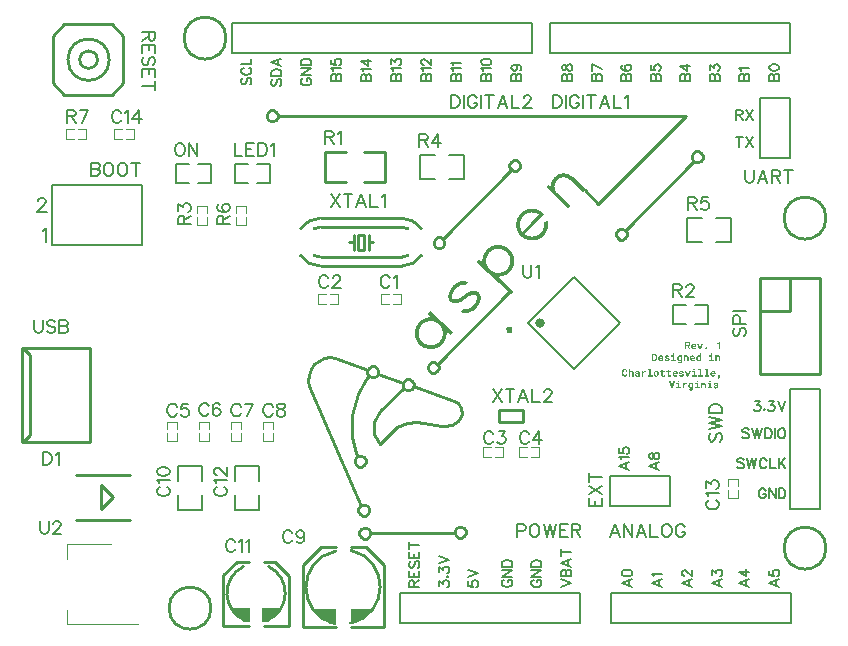
<source format=gto>
G04 ---------------------------- Layer name :TOP SILK LAYER*
G04 EasyEDA v5.5.14, Mon, 18 Jun 2018 23:09:04 GMT*
G04 84bf75b42abb48d08708263c728ca580*
G04 Gerber Generator version 0.2*
G04 Scale: 100 percent, Rotated: No, Reflected: No *
G04 Dimensions in inches *
G04 leading zeros omitted , absolute positions ,2 integer and 4 decimal *
%FSLAX24Y24*%
%MOIN*%
G90*
G70D02*

%ADD10C,0.010000*%
%ADD11C,0.008000*%
%ADD38C,0.007992*%
%ADD39C,0.007874*%
%ADD40C,0.004000*%
%ADD41C,0.007870*%
%ADD42C,0.007900*%
%ADD43C,0.004724*%
%ADD44C,0.011811*%
%ADD45C,0.015748*%
%ADD46C,0.007000*%

%LPD*%
G54D10*
G01X11776Y8819D02*
G01X12614Y8519D01*
G01X12947Y8400D02*
G01X14314Y7913D01*
G01X14439Y7825D01*
G01X14539Y7663D01*
G01X14557Y7475D01*
G01X14513Y7330D01*
G01X14448Y7248D01*
G01X14222Y7105D01*
G01X13960Y7057D01*
G01X13906Y7063D01*
G01X13073Y7215D01*
G01X12719Y7184D01*
G01X12397Y7034D01*
G01X12305Y6951D01*
G01X11830Y6465D01*
G01X11678Y6726D01*
G01X11648Y6805D01*
G01X11647Y7207D01*
G01X11826Y7567D01*
G01X12627Y8332D01*
G01X11206Y4419D02*
G01X9480Y8409D01*
G01X9444Y8575D01*
G01X9453Y8780D01*
G01X9519Y8969D01*
G01X9635Y9130D01*
G01X9788Y9253D01*
G01X9972Y9332D01*
G01X10176Y9355D01*
G01X10340Y9330D01*
G01X11430Y8940D01*
G01X11476Y4257D02*
G01X11476Y4226D01*
G01X11422Y4128D01*
G01X11325Y4075D01*
G01X11260Y4075D01*
G01X11163Y4128D01*
G01X11109Y4226D01*
G01X11109Y4290D01*
G01X11163Y4388D01*
G01X11260Y4442D01*
G01X11325Y4442D01*
G01X11422Y4388D01*
G01X11476Y4290D01*
G01X11476Y4257D01*
G01X12953Y8442D02*
G01X12953Y8411D01*
G01X12900Y8313D01*
G01X12802Y8259D01*
G01X12738Y8259D01*
G01X12640Y8313D01*
G01X12588Y8411D01*
G01X12588Y8476D01*
G01X12640Y8573D01*
G01X12738Y8626D01*
G01X12802Y8626D01*
G01X12900Y8573D01*
G01X12953Y8476D01*
G01X12953Y8442D01*
G01X11781Y8876D02*
G01X11781Y8844D01*
G01X11727Y8746D01*
G01X11630Y8692D01*
G01X11565Y8692D01*
G01X11468Y8746D01*
G01X11414Y8844D01*
G01X11414Y8907D01*
G01X11468Y9005D01*
G01X11565Y9059D01*
G01X11630Y9059D01*
G01X11727Y9005D01*
G01X11781Y8907D01*
G01X11781Y8876D01*
G01X13794Y9021D02*
G01X13794Y8990D01*
G01X13740Y8892D01*
G01X13643Y8838D01*
G01X13578Y8838D01*
G01X13481Y8892D01*
G01X13427Y8990D01*
G01X13427Y9053D01*
G01X13481Y9151D01*
G01X13578Y9205D01*
G01X13643Y9205D01*
G01X13740Y9151D01*
G01X13794Y9053D01*
G01X13794Y9021D01*
G01X22593Y16038D02*
G01X22593Y16005D01*
G01X22539Y15909D01*
G01X22442Y15855D01*
G01X22377Y15855D01*
G01X22281Y15909D01*
G01X22227Y16005D01*
G01X22227Y16071D01*
G01X22281Y16169D01*
G01X22377Y16221D01*
G01X22442Y16221D01*
G01X22539Y16169D01*
G01X22593Y16071D01*
G01X22593Y16038D01*
G01X20064Y13459D02*
G01X20064Y13428D01*
G01X20010Y13330D01*
G01X19913Y13276D01*
G01X19847Y13276D01*
G01X19751Y13330D01*
G01X19697Y13428D01*
G01X19697Y13492D01*
G01X19751Y13590D01*
G01X19847Y13644D01*
G01X19913Y13644D01*
G01X20010Y13590D01*
G01X20064Y13492D01*
G01X20064Y13459D01*
G01X8419Y17405D02*
G01X8419Y17373D01*
G01X8365Y17276D01*
G01X8269Y17223D01*
G01X8203Y17223D01*
G01X8105Y17276D01*
G01X8053Y17373D01*
G01X8053Y17438D01*
G01X8105Y17536D01*
G01X8203Y17588D01*
G01X8269Y17588D01*
G01X8365Y17536D01*
G01X8419Y17438D01*
G01X8419Y17405D01*
G01X11363Y5896D02*
G01X11363Y5863D01*
G01X11307Y5765D01*
G01X11210Y5711D01*
G01X11147Y5711D01*
G01X11048Y5765D01*
G01X10996Y5863D01*
G01X10996Y5928D01*
G01X11048Y6025D01*
G01X11147Y6078D01*
G01X11210Y6078D01*
G01X11307Y6025D01*
G01X11363Y5928D01*
G01X11363Y5896D01*
G01X11085Y6059D02*
G01X11031Y6173D01*
G01X10897Y6717D01*
G01X10896Y7442D01*
G01X11096Y8142D01*
G01X11373Y8628D01*
G01X11469Y8740D01*
G01X16173Y11571D02*
G01X13753Y9140D01*
G01X18657Y14923D02*
G01X19097Y14482D01*
G01X22032Y17417D01*
G01X8434Y17415D01*
G01X22289Y15911D02*
G01X20000Y13584D01*
G01X16513Y15751D02*
G01X16513Y15719D01*
G01X16460Y15621D01*
G01X16361Y15567D01*
G01X16297Y15567D01*
G01X16200Y15621D01*
G01X16147Y15719D01*
G01X16147Y15782D01*
G01X16200Y15880D01*
G01X16297Y15934D01*
G01X16361Y15934D01*
G01X16460Y15880D01*
G01X16513Y15782D01*
G01X16513Y15751D01*
G01X13982Y13173D02*
G01X13982Y13140D01*
G01X13928Y13042D01*
G01X13831Y12988D01*
G01X13768Y12988D01*
G01X13669Y13042D01*
G01X13617Y13140D01*
G01X13617Y13205D01*
G01X13669Y13303D01*
G01X13768Y13355D01*
G01X13831Y13355D01*
G01X13928Y13303D01*
G01X13982Y13205D01*
G01X13982Y13173D01*
G01X16200Y15617D02*
G01X13931Y13309D01*
G01X14685Y3530D02*
G01X14685Y3498D01*
G01X14630Y3401D01*
G01X14532Y3348D01*
G01X14468Y3348D01*
G01X14371Y3401D01*
G01X14318Y3498D01*
G01X14318Y3563D01*
G01X14371Y3661D01*
G01X14468Y3713D01*
G01X14532Y3713D01*
G01X14630Y3661D01*
G01X14685Y3563D01*
G01X14685Y3530D01*
G01X11515Y3496D02*
G01X11515Y3463D01*
G01X11461Y3367D01*
G01X11364Y3313D01*
G01X11300Y3313D01*
G01X11202Y3367D01*
G01X11148Y3463D01*
G01X11148Y3528D01*
G01X11202Y3626D01*
G01X11300Y3680D01*
G01X11364Y3680D01*
G01X11461Y3626D01*
G01X11515Y3528D01*
G01X11515Y3496D01*
G01X14319Y3509D02*
G01X11521Y3505D01*
G54D11*
G01X21500Y5400D02*
G01X21500Y4400D01*
G01X19500Y4400D01*
G01X19500Y5400D01*
G01X20250Y5400D01*
G54D38*
G01X21500Y5400D02*
G01X20250Y5400D01*
G54D39*
G01X7427Y15184D02*
G01X6994Y15184D01*
G01X6994Y15815D01*
G01X7427Y15815D01*
G01X7742Y15184D02*
G01X8175Y15184D01*
G01X8175Y15578D01*
G01X8175Y15815D01*
G01X7742Y15815D01*
G54D10*
G01X2152Y6525D02*
G01X-107Y6525D01*
G01X2156Y6525D02*
G01X2156Y9674D01*
G01X2156Y9674D02*
G01X-103Y9674D01*
G01X-111Y6525D02*
G01X-111Y9674D01*
G01X168Y6765D02*
G01X168Y9430D01*
G01X-111Y6533D02*
G01X-63Y6533D01*
G01X168Y6765D01*
G01X-103Y9663D02*
G01X-63Y9663D01*
G01X168Y9430D01*
G54D11*
G01X25500Y16000D02*
G01X24500Y16000D01*
G01X24500Y18000D01*
G01X25500Y18000D01*
G01X25500Y17250D01*
G54D38*
G01X25500Y16000D02*
G01X25500Y17250D01*
G54D10*
G01X3490Y3950D02*
G01X1709Y3950D01*
G01X3490Y5450D02*
G01X1709Y5450D01*
G01X2519Y4309D02*
G01X2930Y4700D01*
G01X2519Y5090D01*
G01X2519Y4309D01*
G54D11*
G01X20285Y1517D02*
G01X19535Y1517D01*
G01X19535Y517D01*
G01X25535Y517D01*
G01X25535Y1517D01*
G54D38*
G01X25535Y1517D02*
G01X20285Y1517D01*
G54D40*
G01X4730Y6830D02*
G01X4730Y6580D01*
G01X5069Y6580D01*
G01X5069Y6790D01*
G01X5069Y6830D01*
G01X5069Y6980D02*
G01X5069Y7219D01*
G01X4730Y7219D01*
G01X4730Y7009D01*
G01X4730Y6980D01*
G01X6863Y6830D02*
G01X6863Y6580D01*
G01X7203Y6580D01*
G01X7203Y6790D01*
G01X7203Y6830D01*
G01X7203Y6980D02*
G01X7203Y7219D01*
G01X6863Y7219D01*
G01X6863Y7009D01*
G01X6863Y6980D01*
G01X7930Y6830D02*
G01X7930Y6580D01*
G01X8269Y6580D01*
G01X8269Y6790D01*
G01X8269Y6830D01*
G01X8269Y6980D02*
G01X8269Y7219D01*
G01X7930Y7219D01*
G01X7930Y7009D01*
G01X7930Y6980D01*
G01X12130Y11469D02*
G01X11880Y11469D01*
G01X11880Y11130D01*
G01X12089Y11130D01*
G01X12130Y11130D01*
G01X12280Y11130D02*
G01X12519Y11130D01*
G01X12519Y11469D01*
G01X12310Y11469D01*
G01X12280Y11469D01*
G01X10169Y11130D02*
G01X10419Y11130D01*
G01X10419Y11469D01*
G01X10210Y11469D01*
G01X10169Y11469D01*
G01X10019Y11469D02*
G01X9780Y11469D01*
G01X9780Y11130D01*
G01X9989Y11130D01*
G01X10019Y11130D01*
G54D10*
G01X9850Y13700D02*
G01X12550Y13700D01*
G01X9850Y14000D02*
G01X12550Y14000D01*
G01X12550Y12700D02*
G01X9850Y12700D01*
G01X12550Y12400D02*
G01X9850Y12400D01*
G01X11300Y12950D02*
G01X11300Y13450D01*
G01X11300Y13450D02*
G01X11100Y13450D01*
G01X11100Y13450D02*
G01X11100Y12950D01*
G01X11100Y12950D02*
G01X11300Y12950D01*
G01X11450Y12950D02*
G01X11450Y13200D01*
G01X11450Y13200D02*
G01X11450Y13450D01*
G01X11450Y13200D02*
G01X11600Y13200D01*
G01X10950Y12950D02*
G01X10950Y13200D01*
G01X10950Y13200D02*
G01X10950Y13450D01*
G01X10950Y13200D02*
G01X10800Y13200D01*
G54D40*
G01X15669Y6030D02*
G01X15919Y6030D01*
G01X15919Y6369D01*
G01X15710Y6369D01*
G01X15669Y6369D01*
G01X15519Y6369D02*
G01X15280Y6369D01*
G01X15280Y6030D01*
G01X15489Y6030D01*
G01X15519Y6030D01*
G01X16730Y6369D02*
G01X16480Y6369D01*
G01X16480Y6030D01*
G01X16689Y6030D01*
G01X16730Y6030D01*
G01X16880Y6030D02*
G01X17119Y6030D01*
G01X17119Y6369D01*
G01X16910Y6369D01*
G01X16880Y6369D01*
G54D10*
G01X15806Y7592D02*
G01X16593Y7592D01*
G01X16593Y7592D02*
G01X16593Y7199D01*
G01X16593Y7195D02*
G01X15806Y7195D01*
G01X15806Y7195D02*
G01X15806Y7588D01*
G01X7951Y400D02*
G01X8801Y400D01*
G01X8801Y2075D01*
G01X8326Y2550D01*
G01X7951Y2550D01*
G01X7451Y400D02*
G01X6601Y400D01*
G01X6601Y2100D01*
G01X7051Y2550D01*
G01X7451Y2550D01*
G54D39*
G01X5772Y15815D02*
G01X6205Y15815D01*
G01X6205Y15184D01*
G01X5772Y15184D01*
G01X5457Y15815D02*
G01X5024Y15815D01*
G01X5024Y15421D01*
G01X5024Y15184D01*
G01X5457Y15184D01*
G54D10*
G01X10700Y16200D02*
G01X10000Y16200D01*
G01X10000Y15200D01*
G01X10700Y15200D01*
G01X11300Y15200D02*
G01X12000Y15200D01*
G01X12000Y16200D01*
G01X11300Y16200D01*
G54D39*
G01X22027Y10484D02*
G01X21594Y10484D01*
G01X21594Y11115D01*
G01X22027Y11115D01*
G01X22342Y10484D02*
G01X22775Y10484D01*
G01X22775Y10878D01*
G01X22775Y11115D01*
G01X22342Y11115D01*
G54D40*
G01X5730Y14030D02*
G01X5730Y13780D01*
G01X6069Y13780D01*
G01X6069Y13990D01*
G01X6069Y14030D01*
G01X6069Y14180D02*
G01X6069Y14419D01*
G01X5730Y14419D01*
G01X5730Y14209D01*
G01X5730Y14180D01*
G01X5796Y6830D02*
G01X5796Y6580D01*
G01X6136Y6580D01*
G01X6136Y6790D01*
G01X6136Y6830D01*
G01X6136Y6980D02*
G01X6136Y7219D01*
G01X5796Y7219D01*
G01X5796Y7009D01*
G01X5796Y6980D01*
G01X7030Y14030D02*
G01X7030Y13780D01*
G01X7369Y13780D01*
G01X7369Y13990D01*
G01X7369Y14030D01*
G01X7369Y14180D02*
G01X7369Y14419D01*
G01X7030Y14419D01*
G01X7030Y14209D01*
G01X7030Y14180D01*
G54D41*
G01X5092Y4781D02*
G01X5092Y4261D01*
G01X5907Y4261D01*
G01X5907Y4781D01*
G01X5092Y5227D02*
G01X5092Y5746D01*
G01X5907Y5746D01*
G01X5907Y5227D01*
G01X6992Y4781D02*
G01X6992Y4261D01*
G01X7807Y4261D01*
G01X7807Y4781D01*
G01X6992Y5227D02*
G01X6992Y5746D01*
G01X7807Y5746D01*
G01X7807Y5227D01*
G54D10*
G01X3281Y18512D02*
G01X2887Y18118D01*
G01X1312Y18118D01*
G01X918Y18512D01*
G01X918Y20087D01*
G01X1312Y20481D01*
G01X2887Y20481D01*
G01X3281Y20087D01*
G01X3281Y18512D01*
G54D40*
G01X3369Y16630D02*
G01X3619Y16630D01*
G01X3619Y16969D01*
G01X3409Y16969D01*
G01X3369Y16969D01*
G01X3219Y16969D02*
G01X2980Y16969D01*
G01X2980Y16630D01*
G01X3190Y16630D01*
G01X3219Y16630D01*
G01X1769Y16630D02*
G01X2019Y16630D01*
G01X2019Y16969D01*
G01X1809Y16969D01*
G01X1769Y16969D01*
G01X1619Y16969D02*
G01X1380Y16969D01*
G01X1380Y16630D01*
G01X1590Y16630D01*
G01X1619Y16630D01*
G54D42*
G01X900Y13100D02*
G01X3900Y13100D01*
G01X900Y13100D02*
G01X900Y15100D01*
G01X900Y15100D02*
G01X3900Y15100D01*
G01X3900Y13100D02*
G01X3900Y15100D01*
G54D10*
G01X26500Y11978D02*
G01X26500Y8800D01*
G01X26500Y8800D02*
G01X26500Y8800D01*
G01X24500Y8800D01*
G01X24500Y12000D01*
G01X26500Y12000D01*
G01X25500Y12000D02*
G01X25500Y10900D01*
G01X24500Y10900D01*
G54D41*
G01X13681Y16107D02*
G01X13161Y16107D01*
G01X13161Y15292D01*
G01X13681Y15292D01*
G01X14127Y16107D02*
G01X14646Y16107D01*
G01X14646Y15292D01*
G01X14127Y15292D01*
G01X23018Y13192D02*
G01X23538Y13192D01*
G01X23538Y14007D01*
G01X23018Y14007D01*
G01X22572Y13192D02*
G01X22053Y13192D01*
G01X22053Y14007D01*
G01X22572Y14007D01*
G54D11*
G01X17750Y500D02*
G01X18500Y500D01*
G01X18500Y1500D01*
G01X12500Y1500D01*
G01X12500Y500D01*
G54D38*
G01X12500Y500D02*
G01X17750Y500D01*
G54D10*
G01X10851Y3050D02*
G01X11351Y3050D01*
G01X11951Y2450D01*
G01X11951Y375D01*
G01X10851Y375D01*
G01X10351Y375D02*
G01X9251Y375D01*
G01X9251Y2450D01*
G01X9851Y3050D01*
G01X10351Y3050D01*
G54D11*
G01X26500Y4300D02*
G01X25500Y4300D01*
G01X25500Y8300D01*
G01X26500Y8300D01*
G01X26500Y7550D01*
G54D38*
G01X26500Y4300D02*
G01X26500Y7550D01*
G54D40*
G01X23430Y4930D02*
G01X23430Y4680D01*
G01X23769Y4680D01*
G01X23769Y4890D01*
G01X23769Y4930D01*
G01X23769Y5080D02*
G01X23769Y5319D01*
G01X23430Y5319D01*
G01X23430Y5109D01*
G01X23430Y5080D01*
G54D11*
G01X17500Y19500D02*
G01X17500Y20500D01*
G01X25500Y20500D01*
G01X25500Y19500D01*
G01X24750Y19500D01*
G54D38*
G01X17500Y19500D02*
G01X24750Y19500D01*
G54D11*
G01X16150Y19500D02*
G01X16900Y19500D01*
G01X16900Y20500D01*
G01X6900Y20500D01*
G01X6900Y19500D01*
G54D38*
G01X6900Y19500D02*
G01X16150Y19500D01*
G54D43*
G01X2868Y3142D02*
G01X1388Y3142D01*
G01X1388Y2646D01*
G01X3754Y457D02*
G01X1388Y457D01*
G01X1388Y953D01*
G54D39*
G01X18292Y12030D02*
G01X19823Y10499D01*
G01X18292Y8968D01*
G01X16761Y10499D01*
G01X18292Y12030D01*
G54D46*
G01X18800Y4391D02*
G01X19229Y4391D01*
G01X18800Y4391D02*
G01X18800Y4657D01*
G01X19004Y4391D02*
G01X19004Y4555D01*
G01X19229Y4391D02*
G01X19229Y4657D01*
G01X18800Y4792D02*
G01X19229Y5078D01*
G01X18800Y5078D02*
G01X19229Y4792D01*
G01X18800Y5356D02*
G01X19229Y5356D01*
G01X18800Y5213D02*
G01X18800Y5500D01*
G01X7000Y16500D02*
G01X7000Y16071D01*
G01X7000Y16071D02*
G01X7244Y16071D01*
G01X7380Y16500D02*
G01X7380Y16071D01*
G01X7380Y16500D02*
G01X7646Y16500D01*
G01X7380Y16296D02*
G01X7544Y16296D01*
G01X7380Y16071D02*
G01X7646Y16071D01*
G01X7780Y16500D02*
G01X7780Y16071D01*
G01X7780Y16500D02*
G01X7925Y16500D01*
G01X7986Y16480D01*
G01X8026Y16439D01*
G01X8046Y16398D01*
G01X8067Y16337D01*
G01X8067Y16235D01*
G01X8046Y16173D01*
G01X8026Y16132D01*
G01X7986Y16091D01*
G01X7925Y16071D01*
G01X7780Y16071D01*
G01X8203Y16419D02*
G01X8244Y16439D01*
G01X8305Y16500D01*
G01X8305Y16071D01*
G01X300Y10600D02*
G01X300Y10294D01*
G01X319Y10232D01*
G01X361Y10190D01*
G01X423Y10171D01*
G01X463Y10171D01*
G01X525Y10190D01*
G01X565Y10232D01*
G01X586Y10294D01*
G01X586Y10600D01*
G01X1007Y10538D02*
G01X967Y10580D01*
G01X905Y10600D01*
G01X823Y10600D01*
G01X761Y10580D01*
G01X721Y10538D01*
G01X721Y10498D01*
G01X742Y10457D01*
G01X761Y10436D01*
G01X803Y10415D01*
G01X926Y10375D01*
G01X967Y10355D01*
G01X986Y10334D01*
G01X1007Y10294D01*
G01X1007Y10232D01*
G01X967Y10190D01*
G01X905Y10171D01*
G01X823Y10171D01*
G01X761Y10190D01*
G01X721Y10232D01*
G01X1142Y10600D02*
G01X1142Y10171D01*
G01X1142Y10600D02*
G01X1326Y10600D01*
G01X1388Y10580D01*
G01X1409Y10559D01*
G01X1428Y10519D01*
G01X1428Y10478D01*
G01X1409Y10436D01*
G01X1388Y10415D01*
G01X1326Y10396D01*
G01X1142Y10396D02*
G01X1326Y10396D01*
G01X1388Y10375D01*
G01X1409Y10355D01*
G01X1428Y10313D01*
G01X1428Y10253D01*
G01X1409Y10211D01*
G01X1388Y10190D01*
G01X1326Y10171D01*
G01X1142Y10171D01*
G01X24000Y15600D02*
G01X24000Y15294D01*
G01X24019Y15232D01*
G01X24060Y15190D01*
G01X24122Y15171D01*
G01X24164Y15171D01*
G01X24225Y15190D01*
G01X24265Y15232D01*
G01X24285Y15294D01*
G01X24285Y15600D01*
G01X24585Y15600D02*
G01X24421Y15171D01*
G01X24585Y15600D02*
G01X24748Y15171D01*
G01X24482Y15313D02*
G01X24686Y15313D01*
G01X24884Y15600D02*
G01X24884Y15171D01*
G01X24884Y15600D02*
G01X25068Y15600D01*
G01X25128Y15580D01*
G01X25150Y15559D01*
G01X25169Y15519D01*
G01X25169Y15478D01*
G01X25150Y15436D01*
G01X25128Y15415D01*
G01X25068Y15396D01*
G01X24884Y15396D01*
G01X25027Y15396D02*
G01X25169Y15171D01*
G01X25447Y15600D02*
G01X25447Y15171D01*
G01X25305Y15600D02*
G01X25590Y15600D01*
G01X600Y6200D02*
G01X600Y5771D01*
G01X600Y6200D02*
G01X742Y6200D01*
G01X805Y6180D01*
G01X844Y6138D01*
G01X865Y6098D01*
G01X886Y6036D01*
G01X886Y5934D01*
G01X865Y5873D01*
G01X844Y5832D01*
G01X805Y5790D01*
G01X742Y5771D01*
G01X600Y5771D01*
G01X1021Y6119D02*
G01X1061Y6138D01*
G01X1123Y6200D01*
G01X1123Y5771D01*
G01X19664Y3800D02*
G01X19500Y3371D01*
G01X19664Y3800D02*
G01X19827Y3371D01*
G01X19560Y3513D02*
G01X19765Y3513D01*
G01X19961Y3800D02*
G01X19961Y3371D01*
G01X19961Y3800D02*
G01X20248Y3371D01*
G01X20248Y3800D02*
G01X20248Y3371D01*
G01X20547Y3800D02*
G01X20384Y3371D01*
G01X20547Y3800D02*
G01X20710Y3371D01*
G01X20444Y3513D02*
G01X20650Y3513D01*
G01X20846Y3800D02*
G01X20846Y3371D01*
G01X20846Y3371D02*
G01X21090Y3371D01*
G01X21348Y3800D02*
G01X21307Y3780D01*
G01X21267Y3738D01*
G01X21247Y3698D01*
G01X21226Y3636D01*
G01X21226Y3534D01*
G01X21247Y3473D01*
G01X21267Y3432D01*
G01X21307Y3390D01*
G01X21348Y3371D01*
G01X21431Y3371D01*
G01X21472Y3390D01*
G01X21513Y3432D01*
G01X21532Y3473D01*
G01X21553Y3534D01*
G01X21553Y3636D01*
G01X21532Y3698D01*
G01X21513Y3738D01*
G01X21472Y3780D01*
G01X21431Y3800D01*
G01X21348Y3800D01*
G01X21994Y3698D02*
G01X21975Y3738D01*
G01X21934Y3780D01*
G01X21893Y3800D01*
G01X21810Y3800D01*
G01X21769Y3780D01*
G01X21730Y3738D01*
G01X21709Y3698D01*
G01X21689Y3636D01*
G01X21689Y3534D01*
G01X21709Y3473D01*
G01X21730Y3432D01*
G01X21769Y3390D01*
G01X21810Y3371D01*
G01X21893Y3371D01*
G01X21934Y3390D01*
G01X21975Y3432D01*
G01X21994Y3473D01*
G01X21994Y3534D01*
G01X21893Y3534D02*
G01X21994Y3534D01*
G01X5051Y7714D02*
G01X5030Y7755D01*
G01X4990Y7796D01*
G01X4950Y7816D01*
G01X4867Y7816D01*
G01X4826Y7796D01*
G01X4786Y7755D01*
G01X4765Y7714D01*
G01X4744Y7653D01*
G01X4744Y7551D01*
G01X4765Y7489D01*
G01X4786Y7448D01*
G01X4826Y7407D01*
G01X4867Y7387D01*
G01X4950Y7387D01*
G01X4990Y7407D01*
G01X5030Y7448D01*
G01X5051Y7489D01*
G01X5432Y7816D02*
G01X5228Y7816D01*
G01X5207Y7632D01*
G01X5228Y7653D01*
G01X5288Y7673D01*
G01X5350Y7673D01*
G01X5411Y7653D01*
G01X5453Y7612D01*
G01X5473Y7551D01*
G01X5473Y7510D01*
G01X5453Y7448D01*
G01X5411Y7407D01*
G01X5350Y7387D01*
G01X5288Y7387D01*
G01X5228Y7407D01*
G01X5207Y7428D01*
G01X5186Y7469D01*
G01X7185Y7715D02*
G01X7164Y7755D01*
G01X7123Y7796D01*
G01X7083Y7817D01*
G01X7001Y7817D01*
G01X6960Y7796D01*
G01X6919Y7755D01*
G01X6898Y7715D01*
G01X6878Y7653D01*
G01X6878Y7551D01*
G01X6898Y7490D01*
G01X6919Y7448D01*
G01X6960Y7407D01*
G01X7001Y7388D01*
G01X7083Y7388D01*
G01X7123Y7407D01*
G01X7164Y7448D01*
G01X7185Y7490D01*
G01X7606Y7817D02*
G01X7402Y7388D01*
G01X7320Y7817D02*
G01X7606Y7817D01*
G01X8252Y7714D02*
G01X8231Y7755D01*
G01X8190Y7796D01*
G01X8150Y7816D01*
G01X8068Y7816D01*
G01X8027Y7796D01*
G01X7986Y7755D01*
G01X7965Y7714D01*
G01X7945Y7653D01*
G01X7945Y7551D01*
G01X7965Y7489D01*
G01X7986Y7448D01*
G01X8027Y7407D01*
G01X8068Y7387D01*
G01X8150Y7387D01*
G01X8190Y7407D01*
G01X8231Y7448D01*
G01X8252Y7489D01*
G01X8489Y7816D02*
G01X8428Y7796D01*
G01X8407Y7755D01*
G01X8407Y7714D01*
G01X8428Y7673D01*
G01X8469Y7653D01*
G01X8550Y7632D01*
G01X8612Y7612D01*
G01X8653Y7571D01*
G01X8673Y7530D01*
G01X8673Y7469D01*
G01X8653Y7428D01*
G01X8632Y7407D01*
G01X8571Y7387D01*
G01X8489Y7387D01*
G01X8428Y7407D01*
G01X8407Y7428D01*
G01X8387Y7469D01*
G01X8387Y7530D01*
G01X8407Y7571D01*
G01X8448Y7612D01*
G01X8510Y7632D01*
G01X8591Y7653D01*
G01X8632Y7673D01*
G01X8653Y7714D01*
G01X8653Y7755D01*
G01X8632Y7796D01*
G01X8571Y7816D01*
G01X8489Y7816D01*
G01X12163Y11998D02*
G01X12142Y12039D01*
G01X12101Y12080D01*
G01X12060Y12100D01*
G01X11978Y12100D01*
G01X11938Y12080D01*
G01X11897Y12039D01*
G01X11876Y11998D01*
G01X11856Y11937D01*
G01X11856Y11835D01*
G01X11876Y11773D01*
G01X11897Y11732D01*
G01X11938Y11691D01*
G01X11978Y11671D01*
G01X12060Y11671D01*
G01X12101Y11691D01*
G01X12142Y11732D01*
G01X12163Y11773D01*
G01X12297Y12019D02*
G01X12339Y12039D01*
G01X12400Y12100D01*
G01X12400Y11671D01*
G01X10107Y11998D02*
G01X10086Y12038D01*
G01X10045Y12080D01*
G01X10005Y12100D01*
G01X9923Y12100D01*
G01X9882Y12080D01*
G01X9841Y12038D01*
G01X9820Y11998D01*
G01X9800Y11936D01*
G01X9800Y11834D01*
G01X9820Y11773D01*
G01X9841Y11732D01*
G01X9882Y11690D01*
G01X9923Y11671D01*
G01X10005Y11671D01*
G01X10045Y11690D01*
G01X10086Y11732D01*
G01X10107Y11773D01*
G01X10262Y11998D02*
G01X10262Y12019D01*
G01X10283Y12059D01*
G01X10303Y12080D01*
G01X10344Y12100D01*
G01X10426Y12100D01*
G01X10467Y12080D01*
G01X10487Y12059D01*
G01X10508Y12019D01*
G01X10508Y11978D01*
G01X10487Y11936D01*
G01X10446Y11875D01*
G01X10242Y11671D01*
G01X10528Y11671D01*
G01X10200Y14800D02*
G01X10485Y14371D01*
G01X10485Y14800D02*
G01X10200Y14371D01*
G01X10764Y14800D02*
G01X10764Y14371D01*
G01X10621Y14800D02*
G01X10907Y14800D01*
G01X11206Y14800D02*
G01X11043Y14371D01*
G01X11206Y14800D02*
G01X11369Y14371D01*
G01X11103Y14513D02*
G01X11309Y14513D01*
G01X11505Y14800D02*
G01X11505Y14371D01*
G01X11505Y14371D02*
G01X11750Y14371D01*
G01X11885Y14719D02*
G01X11926Y14738D01*
G01X11988Y14800D01*
G01X11988Y14371D01*
G01X15607Y6798D02*
G01X15586Y6839D01*
G01X15545Y6880D01*
G01X15505Y6900D01*
G01X15423Y6900D01*
G01X15382Y6880D01*
G01X15341Y6839D01*
G01X15320Y6798D01*
G01X15300Y6737D01*
G01X15300Y6635D01*
G01X15320Y6573D01*
G01X15341Y6532D01*
G01X15382Y6491D01*
G01X15423Y6471D01*
G01X15505Y6471D01*
G01X15545Y6491D01*
G01X15586Y6532D01*
G01X15607Y6573D01*
G01X15783Y6900D02*
G01X16008Y6900D01*
G01X15885Y6737D01*
G01X15946Y6737D01*
G01X15987Y6716D01*
G01X16008Y6696D01*
G01X16028Y6635D01*
G01X16028Y6594D01*
G01X16008Y6532D01*
G01X15967Y6491D01*
G01X15905Y6471D01*
G01X15844Y6471D01*
G01X15783Y6491D01*
G01X15762Y6512D01*
G01X15742Y6553D01*
G01X16807Y6798D02*
G01X16786Y6838D01*
G01X16745Y6880D01*
G01X16705Y6900D01*
G01X16623Y6900D01*
G01X16582Y6880D01*
G01X16541Y6838D01*
G01X16520Y6798D01*
G01X16500Y6736D01*
G01X16500Y6634D01*
G01X16520Y6573D01*
G01X16541Y6532D01*
G01X16582Y6490D01*
G01X16623Y6471D01*
G01X16705Y6471D01*
G01X16745Y6490D01*
G01X16786Y6532D01*
G01X16807Y6573D01*
G01X17146Y6900D02*
G01X16942Y6613D01*
G01X17249Y6613D01*
G01X17146Y6900D02*
G01X17146Y6471D01*
G01X15600Y8300D02*
G01X15885Y7871D01*
G01X15885Y8300D02*
G01X15600Y7871D01*
G01X16164Y8300D02*
G01X16164Y7871D01*
G01X16021Y8300D02*
G01X16307Y8300D01*
G01X16606Y8300D02*
G01X16443Y7871D01*
G01X16606Y8300D02*
G01X16769Y7871D01*
G01X16503Y8013D02*
G01X16709Y8013D01*
G01X16905Y8300D02*
G01X16905Y7871D01*
G01X16905Y7871D02*
G01X17150Y7871D01*
G01X17306Y8198D02*
G01X17306Y8219D01*
G01X17326Y8259D01*
G01X17347Y8280D01*
G01X17388Y8300D01*
G01X17469Y8300D01*
G01X17510Y8280D01*
G01X17531Y8259D01*
G01X17551Y8219D01*
G01X17551Y8178D01*
G01X17531Y8136D01*
G01X17489Y8075D01*
G01X17285Y7871D01*
G01X17572Y7871D01*
G01X7006Y3198D02*
G01X6985Y3238D01*
G01X6944Y3280D01*
G01X6904Y3300D01*
G01X6822Y3300D01*
G01X6781Y3280D01*
G01X6740Y3238D01*
G01X6719Y3198D01*
G01X6699Y3136D01*
G01X6699Y3034D01*
G01X6719Y2973D01*
G01X6740Y2932D01*
G01X6781Y2890D01*
G01X6822Y2871D01*
G01X6904Y2871D01*
G01X6944Y2890D01*
G01X6985Y2932D01*
G01X7006Y2973D01*
G01X7141Y3219D02*
G01X7182Y3238D01*
G01X7243Y3300D01*
G01X7243Y2871D01*
G01X7378Y3219D02*
G01X7419Y3238D01*
G01X7480Y3300D01*
G01X7480Y2871D01*
G01X5122Y16500D02*
G01X5081Y16480D01*
G01X5040Y16438D01*
G01X5019Y16398D01*
G01X4999Y16336D01*
G01X4999Y16234D01*
G01X5019Y16173D01*
G01X5040Y16132D01*
G01X5081Y16090D01*
G01X5122Y16071D01*
G01X5204Y16071D01*
G01X5244Y16090D01*
G01X5285Y16132D01*
G01X5306Y16173D01*
G01X5326Y16234D01*
G01X5326Y16336D01*
G01X5306Y16398D01*
G01X5285Y16438D01*
G01X5244Y16480D01*
G01X5204Y16500D01*
G01X5122Y16500D01*
G01X5461Y16500D02*
G01X5461Y16071D01*
G01X5461Y16500D02*
G01X5748Y16071D01*
G01X5748Y16500D02*
G01X5748Y16071D01*
G01X9999Y16901D02*
G01X9999Y16472D01*
G01X9999Y16901D02*
G01X10183Y16901D01*
G01X10244Y16881D01*
G01X10265Y16861D01*
G01X10285Y16820D01*
G01X10285Y16779D01*
G01X10265Y16738D01*
G01X10244Y16717D01*
G01X10183Y16697D01*
G01X9999Y16697D01*
G01X10142Y16697D02*
G01X10285Y16472D01*
G01X10420Y16820D02*
G01X10461Y16840D01*
G01X10523Y16901D01*
G01X10523Y16472D01*
G01X21600Y11800D02*
G01X21600Y11371D01*
G01X21600Y11800D02*
G01X21784Y11800D01*
G01X21845Y11780D01*
G01X21866Y11760D01*
G01X21886Y11719D01*
G01X21886Y11678D01*
G01X21866Y11637D01*
G01X21845Y11616D01*
G01X21784Y11596D01*
G01X21600Y11596D01*
G01X21743Y11596D02*
G01X21886Y11371D01*
G01X22042Y11698D02*
G01X22042Y11719D01*
G01X22062Y11760D01*
G01X22083Y11780D01*
G01X22124Y11800D01*
G01X22205Y11800D01*
G01X22246Y11780D01*
G01X22267Y11760D01*
G01X22287Y11719D01*
G01X22287Y11678D01*
G01X22267Y11637D01*
G01X22226Y11575D01*
G01X22021Y11371D01*
G01X22308Y11371D01*
G01X5100Y13792D02*
G01X5528Y13792D01*
G01X5100Y13792D02*
G01X5100Y13976D01*
G01X5119Y14036D01*
G01X5140Y14057D01*
G01X5180Y14078D01*
G01X5221Y14078D01*
G01X5263Y14057D01*
G01X5284Y14036D01*
G01X5303Y13976D01*
G01X5303Y13792D01*
G01X5303Y13934D02*
G01X5528Y14078D01*
G01X5100Y14253D02*
G01X5100Y14478D01*
G01X5263Y14357D01*
G01X5263Y14417D01*
G01X5284Y14459D01*
G01X5303Y14478D01*
G01X5365Y14500D01*
G01X5405Y14500D01*
G01X5467Y14478D01*
G01X5509Y14438D01*
G01X5528Y14376D01*
G01X5528Y14315D01*
G01X5509Y14253D01*
G01X5488Y14234D01*
G01X5446Y14213D01*
G01X6118Y7734D02*
G01X6097Y7775D01*
G01X6056Y7816D01*
G01X6016Y7836D01*
G01X5934Y7836D01*
G01X5893Y7816D01*
G01X5852Y7775D01*
G01X5831Y7734D01*
G01X5811Y7673D01*
G01X5811Y7571D01*
G01X5831Y7509D01*
G01X5852Y7468D01*
G01X5893Y7427D01*
G01X5934Y7407D01*
G01X6016Y7407D01*
G01X6056Y7427D01*
G01X6097Y7468D01*
G01X6118Y7509D01*
G01X6498Y7775D02*
G01X6478Y7816D01*
G01X6416Y7836D01*
G01X6376Y7836D01*
G01X6314Y7816D01*
G01X6273Y7755D01*
G01X6253Y7652D01*
G01X6253Y7550D01*
G01X6273Y7468D01*
G01X6314Y7427D01*
G01X6376Y7407D01*
G01X6396Y7407D01*
G01X6457Y7427D01*
G01X6498Y7468D01*
G01X6519Y7530D01*
G01X6519Y7550D01*
G01X6498Y7611D01*
G01X6457Y7652D01*
G01X6396Y7673D01*
G01X6376Y7673D01*
G01X6314Y7652D01*
G01X6273Y7611D01*
G01X6253Y7550D01*
G01X6399Y13799D02*
G01X6828Y13799D01*
G01X6399Y13799D02*
G01X6399Y13983D01*
G01X6419Y14044D01*
G01X6439Y14065D01*
G01X6480Y14085D01*
G01X6521Y14085D01*
G01X6562Y14065D01*
G01X6583Y14044D01*
G01X6603Y13983D01*
G01X6603Y13799D01*
G01X6603Y13942D02*
G01X6828Y14085D01*
G01X6460Y14466D02*
G01X6419Y14445D01*
G01X6399Y14384D01*
G01X6399Y14343D01*
G01X6419Y14282D01*
G01X6480Y14241D01*
G01X6583Y14220D01*
G01X6685Y14220D01*
G01X6767Y14241D01*
G01X6808Y14282D01*
G01X6828Y14343D01*
G01X6828Y14364D01*
G01X6808Y14425D01*
G01X6767Y14466D01*
G01X6705Y14486D01*
G01X6685Y14486D01*
G01X6624Y14466D01*
G01X6583Y14425D01*
G01X6562Y14364D01*
G01X6562Y14343D01*
G01X6583Y14282D01*
G01X6624Y14241D01*
G01X6685Y14220D01*
G01X4502Y5042D02*
G01X4461Y5021D01*
G01X4420Y4980D01*
G01X4400Y4940D01*
G01X4400Y4858D01*
G01X4420Y4817D01*
G01X4461Y4776D01*
G01X4502Y4755D01*
G01X4563Y4735D01*
G01X4665Y4735D01*
G01X4727Y4755D01*
G01X4768Y4776D01*
G01X4809Y4817D01*
G01X4829Y4858D01*
G01X4829Y4940D01*
G01X4809Y4980D01*
G01X4768Y5021D01*
G01X4727Y5042D01*
G01X4481Y5177D02*
G01X4461Y5218D01*
G01X4400Y5279D01*
G01X4829Y5279D01*
G01X4400Y5537D02*
G01X4420Y5475D01*
G01X4481Y5435D01*
G01X4584Y5414D01*
G01X4645Y5414D01*
G01X4747Y5435D01*
G01X4809Y5475D01*
G01X4829Y5537D01*
G01X4829Y5578D01*
G01X4809Y5639D01*
G01X4747Y5680D01*
G01X4645Y5700D01*
G01X4584Y5700D01*
G01X4481Y5680D01*
G01X4420Y5639D01*
G01X4400Y5578D01*
G01X4400Y5537D01*
G01X6401Y5042D02*
G01X6361Y5021D01*
G01X6319Y4980D01*
G01X6300Y4940D01*
G01X6300Y4858D01*
G01X6319Y4817D01*
G01X6361Y4776D01*
G01X6401Y4755D01*
G01X6463Y4735D01*
G01X6565Y4735D01*
G01X6626Y4755D01*
G01X6667Y4776D01*
G01X6709Y4817D01*
G01X6728Y4858D01*
G01X6728Y4940D01*
G01X6709Y4980D01*
G01X6667Y5021D01*
G01X6626Y5042D01*
G01X6380Y5177D02*
G01X6361Y5218D01*
G01X6300Y5279D01*
G01X6728Y5279D01*
G01X6401Y5435D02*
G01X6380Y5435D01*
G01X6340Y5455D01*
G01X6319Y5475D01*
G01X6300Y5516D01*
G01X6300Y5598D01*
G01X6319Y5639D01*
G01X6340Y5660D01*
G01X6380Y5680D01*
G01X6421Y5680D01*
G01X6463Y5660D01*
G01X6525Y5619D01*
G01X6728Y5414D01*
G01X6728Y5700D01*
G01X4328Y20199D02*
G01X3899Y20199D01*
G01X4328Y20199D02*
G01X4328Y20015D01*
G01X4308Y19954D01*
G01X4288Y19933D01*
G01X4247Y19913D01*
G01X4206Y19913D01*
G01X4165Y19933D01*
G01X4144Y19954D01*
G01X4124Y20015D01*
G01X4124Y20199D01*
G01X4124Y20056D02*
G01X3899Y19913D01*
G01X4328Y19778D02*
G01X3899Y19778D01*
G01X4328Y19778D02*
G01X4328Y19512D01*
G01X4124Y19778D02*
G01X4124Y19614D01*
G01X3899Y19778D02*
G01X3899Y19512D01*
G01X4267Y19090D02*
G01X4308Y19131D01*
G01X4328Y19193D01*
G01X4328Y19274D01*
G01X4308Y19336D01*
G01X4267Y19377D01*
G01X4226Y19377D01*
G01X4185Y19356D01*
G01X4165Y19336D01*
G01X4144Y19295D01*
G01X4103Y19172D01*
G01X4083Y19131D01*
G01X4063Y19111D01*
G01X4022Y19090D01*
G01X3960Y19090D01*
G01X3919Y19131D01*
G01X3899Y19193D01*
G01X3899Y19274D01*
G01X3919Y19336D01*
G01X3960Y19377D01*
G01X4328Y18955D02*
G01X3899Y18955D01*
G01X4328Y18955D02*
G01X4328Y18689D01*
G01X4124Y18955D02*
G01X4124Y18792D01*
G01X3899Y18955D02*
G01X3899Y18689D01*
G01X4328Y18411D02*
G01X3899Y18411D01*
G01X4328Y18554D02*
G01X4328Y18268D01*
G01X3207Y17498D02*
G01X3186Y17539D01*
G01X3144Y17580D01*
G01X3105Y17600D01*
G01X3023Y17600D01*
G01X2982Y17580D01*
G01X2940Y17539D01*
G01X2919Y17498D01*
G01X2900Y17437D01*
G01X2900Y17335D01*
G01X2919Y17273D01*
G01X2940Y17232D01*
G01X2982Y17191D01*
G01X3023Y17171D01*
G01X3105Y17171D01*
G01X3144Y17191D01*
G01X3186Y17232D01*
G01X3207Y17273D01*
G01X3342Y17519D02*
G01X3382Y17539D01*
G01X3444Y17600D01*
G01X3444Y17171D01*
G01X3784Y17600D02*
G01X3578Y17314D01*
G01X3886Y17314D01*
G01X3784Y17600D02*
G01X3784Y17171D01*
G01X1400Y17600D02*
G01X1400Y17171D01*
G01X1400Y17600D02*
G01X1584Y17600D01*
G01X1644Y17580D01*
G01X1665Y17560D01*
G01X1686Y17519D01*
G01X1686Y17478D01*
G01X1665Y17437D01*
G01X1644Y17416D01*
G01X1584Y17396D01*
G01X1400Y17396D01*
G01X1542Y17396D02*
G01X1686Y17171D01*
G01X2107Y17600D02*
G01X1903Y17171D01*
G01X1821Y17600D02*
G01X2107Y17600D01*
G01X2200Y15844D02*
G01X2200Y15415D01*
G01X2200Y15844D02*
G01X2384Y15844D01*
G01X2444Y15825D01*
G01X2465Y15805D01*
G01X2486Y15763D01*
G01X2486Y15723D01*
G01X2465Y15682D01*
G01X2444Y15661D01*
G01X2384Y15640D01*
G01X2200Y15640D02*
G01X2384Y15640D01*
G01X2444Y15619D01*
G01X2465Y15600D01*
G01X2486Y15559D01*
G01X2486Y15498D01*
G01X2465Y15457D01*
G01X2444Y15436D01*
G01X2384Y15415D01*
G01X2200Y15415D01*
G01X2744Y15844D02*
G01X2703Y15825D01*
G01X2661Y15784D01*
G01X2642Y15742D01*
G01X2621Y15682D01*
G01X2621Y15580D01*
G01X2642Y15517D01*
G01X2661Y15476D01*
G01X2703Y15436D01*
G01X2744Y15415D01*
G01X2826Y15415D01*
G01X2867Y15436D01*
G01X2907Y15476D01*
G01X2928Y15517D01*
G01X2948Y15580D01*
G01X2948Y15682D01*
G01X2928Y15742D01*
G01X2907Y15784D01*
G01X2867Y15825D01*
G01X2826Y15844D01*
G01X2744Y15844D01*
G01X3205Y15844D02*
G01X3165Y15825D01*
G01X3125Y15784D01*
G01X3103Y15742D01*
G01X3084Y15682D01*
G01X3084Y15580D01*
G01X3103Y15517D01*
G01X3125Y15476D01*
G01X3165Y15436D01*
G01X3205Y15415D01*
G01X3288Y15415D01*
G01X3328Y15436D01*
G01X3369Y15476D01*
G01X3390Y15517D01*
G01X3411Y15580D01*
G01X3411Y15682D01*
G01X3390Y15742D01*
G01X3369Y15784D01*
G01X3328Y15825D01*
G01X3288Y15844D01*
G01X3205Y15844D01*
G01X3688Y15844D02*
G01X3688Y15415D01*
G01X3546Y15844D02*
G01X3832Y15844D01*
G54D11*
G01X600Y13582D02*
G01X644Y13605D01*
G01X713Y13673D01*
G01X713Y13194D01*
G01X423Y14559D02*
G01X423Y14582D01*
G01X444Y14626D01*
G01X467Y14650D01*
G01X513Y14673D01*
G01X605Y14673D01*
G01X650Y14650D01*
G01X673Y14626D01*
G01X694Y14582D01*
G01X694Y14536D01*
G01X673Y14490D01*
G01X626Y14423D01*
G01X400Y14194D01*
G01X717Y14194D01*
G54D46*
G01X23661Y10343D02*
G01X23620Y10302D01*
G01X23600Y10241D01*
G01X23600Y10159D01*
G01X23620Y10098D01*
G01X23661Y10057D01*
G01X23702Y10057D01*
G01X23743Y10077D01*
G01X23763Y10098D01*
G01X23784Y10139D01*
G01X23825Y10262D01*
G01X23845Y10302D01*
G01X23865Y10323D01*
G01X23906Y10343D01*
G01X23968Y10343D01*
G01X24009Y10302D01*
G01X24029Y10241D01*
G01X24029Y10159D01*
G01X24009Y10098D01*
G01X23968Y10057D01*
G01X23600Y10478D02*
G01X24029Y10478D01*
G01X23600Y10478D02*
G01X23600Y10662D01*
G01X23620Y10724D01*
G01X23640Y10744D01*
G01X23681Y10765D01*
G01X23743Y10765D01*
G01X23784Y10744D01*
G01X23804Y10724D01*
G01X23825Y10662D01*
G01X23825Y10478D01*
G01X23600Y10900D02*
G01X24029Y10900D01*
G01X13149Y16800D02*
G01X13149Y16371D01*
G01X13149Y16800D02*
G01X13333Y16800D01*
G01X13394Y16780D01*
G01X13415Y16760D01*
G01X13435Y16719D01*
G01X13435Y16678D01*
G01X13415Y16637D01*
G01X13394Y16616D01*
G01X13333Y16596D01*
G01X13149Y16596D01*
G01X13292Y16596D02*
G01X13435Y16371D01*
G01X13775Y16800D02*
G01X13570Y16514D01*
G01X13877Y16514D01*
G01X13775Y16800D02*
G01X13775Y16371D01*
G01X22100Y14700D02*
G01X22100Y14271D01*
G01X22100Y14700D02*
G01X22284Y14700D01*
G01X22344Y14680D01*
G01X22365Y14660D01*
G01X22385Y14619D01*
G01X22385Y14578D01*
G01X22365Y14537D01*
G01X22344Y14516D01*
G01X22284Y14496D01*
G01X22100Y14496D01*
G01X22243Y14496D02*
G01X22385Y14271D01*
G01X22767Y14700D02*
G01X22561Y14700D01*
G01X22542Y14516D01*
G01X22561Y14537D01*
G01X22623Y14557D01*
G01X22685Y14557D01*
G01X22746Y14537D01*
G01X22786Y14496D01*
G01X22807Y14435D01*
G01X22807Y14394D01*
G01X22786Y14332D01*
G01X22746Y14291D01*
G01X22685Y14271D01*
G01X22623Y14271D01*
G01X22561Y14291D01*
G01X22542Y14312D01*
G01X22521Y14353D01*
G01X16400Y3800D02*
G01X16400Y3371D01*
G01X16400Y3800D02*
G01X16584Y3800D01*
G01X16644Y3780D01*
G01X16665Y3759D01*
G01X16685Y3719D01*
G01X16685Y3657D01*
G01X16665Y3615D01*
G01X16644Y3596D01*
G01X16584Y3575D01*
G01X16400Y3575D01*
G01X16943Y3800D02*
G01X16902Y3780D01*
G01X16861Y3738D01*
G01X16842Y3698D01*
G01X16821Y3636D01*
G01X16821Y3534D01*
G01X16842Y3473D01*
G01X16861Y3432D01*
G01X16902Y3390D01*
G01X16943Y3371D01*
G01X17026Y3371D01*
G01X17067Y3390D01*
G01X17107Y3432D01*
G01X17127Y3473D01*
G01X17148Y3534D01*
G01X17148Y3636D01*
G01X17127Y3698D01*
G01X17107Y3738D01*
G01X17067Y3780D01*
G01X17026Y3800D01*
G01X16943Y3800D01*
G01X17284Y3800D02*
G01X17385Y3371D01*
G01X17488Y3800D02*
G01X17385Y3371D01*
G01X17488Y3800D02*
G01X17589Y3371D01*
G01X17693Y3800D02*
G01X17589Y3371D01*
G01X17827Y3800D02*
G01X17827Y3371D01*
G01X17827Y3800D02*
G01X18093Y3800D01*
G01X17827Y3596D02*
G01X17990Y3596D01*
G01X17827Y3371D02*
G01X18093Y3371D01*
G01X18228Y3800D02*
G01X18228Y3371D01*
G01X18228Y3800D02*
G01X18413Y3800D01*
G01X18473Y3780D01*
G01X18494Y3759D01*
G01X18514Y3719D01*
G01X18514Y3678D01*
G01X18494Y3636D01*
G01X18473Y3615D01*
G01X18413Y3596D01*
G01X18228Y3596D01*
G01X18372Y3596D02*
G01X18514Y3371D01*
G01X8907Y3498D02*
G01X8886Y3538D01*
G01X8844Y3580D01*
G01X8805Y3600D01*
G01X8723Y3600D01*
G01X8682Y3580D01*
G01X8640Y3538D01*
G01X8619Y3498D01*
G01X8600Y3436D01*
G01X8600Y3334D01*
G01X8619Y3273D01*
G01X8640Y3232D01*
G01X8682Y3190D01*
G01X8723Y3171D01*
G01X8805Y3171D01*
G01X8844Y3190D01*
G01X8886Y3232D01*
G01X8907Y3273D01*
G01X9307Y3457D02*
G01X9286Y3396D01*
G01X9246Y3355D01*
G01X9184Y3334D01*
G01X9165Y3334D01*
G01X9103Y3355D01*
G01X9061Y3396D01*
G01X9042Y3457D01*
G01X9042Y3478D01*
G01X9061Y3538D01*
G01X9103Y3580D01*
G01X9165Y3600D01*
G01X9184Y3600D01*
G01X9246Y3580D01*
G01X9286Y3538D01*
G01X9307Y3457D01*
G01X9307Y3355D01*
G01X9286Y3253D01*
G01X9246Y3190D01*
G01X9184Y3171D01*
G01X9144Y3171D01*
G01X9082Y3190D01*
G01X9061Y3232D01*
G01X22861Y6834D02*
G01X22820Y6792D01*
G01X22800Y6732D01*
G01X22800Y6650D01*
G01X22820Y6588D01*
G01X22861Y6548D01*
G01X22902Y6548D01*
G01X22943Y6567D01*
G01X22963Y6588D01*
G01X22984Y6630D01*
G01X23025Y6753D01*
G01X23045Y6792D01*
G01X23065Y6813D01*
G01X23106Y6834D01*
G01X23168Y6834D01*
G01X23209Y6792D01*
G01X23229Y6732D01*
G01X23229Y6650D01*
G01X23209Y6588D01*
G01X23168Y6548D01*
G01X22800Y6969D02*
G01X23229Y7071D01*
G01X22800Y7173D02*
G01X23229Y7071D01*
G01X22800Y7173D02*
G01X23229Y7276D01*
G01X22800Y7378D02*
G01X23229Y7276D01*
G01X22800Y7513D02*
G01X23229Y7513D01*
G01X22800Y7513D02*
G01X22800Y7657D01*
G01X22820Y7717D01*
G01X22861Y7759D01*
G01X22902Y7778D01*
G01X22963Y7800D01*
G01X23065Y7800D01*
G01X23127Y7778D01*
G01X23168Y7759D01*
G01X23209Y7717D01*
G01X23229Y7657D01*
G01X23229Y7513D01*
G01X22802Y4607D02*
G01X22760Y4586D01*
G01X22719Y4544D01*
G01X22700Y4505D01*
G01X22700Y4423D01*
G01X22719Y4382D01*
G01X22760Y4340D01*
G01X22802Y4319D01*
G01X22863Y4300D01*
G01X22964Y4300D01*
G01X23027Y4319D01*
G01X23068Y4340D01*
G01X23109Y4382D01*
G01X23128Y4423D01*
G01X23128Y4505D01*
G01X23109Y4544D01*
G01X23068Y4586D01*
G01X23027Y4607D01*
G01X22781Y4742D02*
G01X22760Y4782D01*
G01X22700Y4844D01*
G01X23128Y4844D01*
G01X22700Y5019D02*
G01X22700Y5244D01*
G01X22863Y5121D01*
G01X22863Y5184D01*
G01X22884Y5225D01*
G01X22903Y5244D01*
G01X22964Y5265D01*
G01X23006Y5265D01*
G01X23068Y5244D01*
G01X23109Y5203D01*
G01X23128Y5142D01*
G01X23128Y5080D01*
G01X23109Y5019D01*
G01X23088Y5000D01*
G01X23047Y4978D01*
G01X17600Y18100D02*
G01X17600Y17671D01*
G01X17600Y18100D02*
G01X17743Y18100D01*
G01X17805Y18080D01*
G01X17844Y18038D01*
G01X17865Y17998D01*
G01X17885Y17936D01*
G01X17885Y17834D01*
G01X17865Y17773D01*
G01X17844Y17732D01*
G01X17805Y17690D01*
G01X17743Y17671D01*
G01X17600Y17671D01*
G01X18021Y18100D02*
G01X18021Y17671D01*
G01X18463Y17998D02*
G01X18443Y18038D01*
G01X18402Y18080D01*
G01X18360Y18100D01*
G01X18278Y18100D01*
G01X18238Y18080D01*
G01X18197Y18038D01*
G01X18177Y17998D01*
G01X18156Y17936D01*
G01X18156Y17834D01*
G01X18177Y17773D01*
G01X18197Y17732D01*
G01X18238Y17690D01*
G01X18278Y17671D01*
G01X18360Y17671D01*
G01X18402Y17690D01*
G01X18443Y17732D01*
G01X18463Y17773D01*
G01X18463Y17834D01*
G01X18360Y17834D02*
G01X18463Y17834D01*
G01X18597Y18100D02*
G01X18597Y17671D01*
G01X18876Y18100D02*
G01X18876Y17671D01*
G01X18732Y18100D02*
G01X19019Y18100D01*
G01X19318Y18100D02*
G01X19155Y17671D01*
G01X19318Y18100D02*
G01X19481Y17671D01*
G01X19215Y17813D02*
G01X19419Y17813D01*
G01X19617Y18100D02*
G01X19617Y17671D01*
G01X19617Y17671D02*
G01X19861Y17671D01*
G01X19997Y18019D02*
G01X20038Y18038D01*
G01X20100Y18100D01*
G01X20100Y17671D01*
G01X14200Y18100D02*
G01X14200Y17671D01*
G01X14200Y18100D02*
G01X14343Y18100D01*
G01X14405Y18080D01*
G01X14444Y18038D01*
G01X14465Y17998D01*
G01X14485Y17936D01*
G01X14485Y17834D01*
G01X14465Y17773D01*
G01X14444Y17732D01*
G01X14405Y17690D01*
G01X14343Y17671D01*
G01X14200Y17671D01*
G01X14621Y18100D02*
G01X14621Y17671D01*
G01X15063Y17998D02*
G01X15043Y18038D01*
G01X15002Y18080D01*
G01X14960Y18100D01*
G01X14878Y18100D01*
G01X14838Y18080D01*
G01X14797Y18038D01*
G01X14777Y17998D01*
G01X14756Y17936D01*
G01X14756Y17834D01*
G01X14777Y17773D01*
G01X14797Y17732D01*
G01X14838Y17690D01*
G01X14878Y17671D01*
G01X14960Y17671D01*
G01X15002Y17690D01*
G01X15043Y17732D01*
G01X15063Y17773D01*
G01X15063Y17834D01*
G01X14960Y17834D02*
G01X15063Y17834D01*
G01X15197Y18100D02*
G01X15197Y17671D01*
G01X15476Y18100D02*
G01X15476Y17671D01*
G01X15332Y18100D02*
G01X15619Y18100D01*
G01X15918Y18100D02*
G01X15755Y17671D01*
G01X15918Y18100D02*
G01X16081Y17671D01*
G01X15815Y17813D02*
G01X16019Y17813D01*
G01X16217Y18100D02*
G01X16217Y17671D01*
G01X16217Y17671D02*
G01X16461Y17671D01*
G01X16618Y17998D02*
G01X16618Y18019D01*
G01X16638Y18059D01*
G01X16659Y18080D01*
G01X16700Y18100D01*
G01X16781Y18100D01*
G01X16822Y18080D01*
G01X16843Y18059D01*
G01X16863Y18019D01*
G01X16863Y17978D01*
G01X16843Y17936D01*
G01X16802Y17875D01*
G01X16597Y17671D01*
G01X16884Y17671D01*
G01X500Y3900D02*
G01X500Y3594D01*
G01X519Y3532D01*
G01X561Y3490D01*
G01X623Y3471D01*
G01X663Y3471D01*
G01X725Y3490D01*
G01X765Y3532D01*
G01X786Y3594D01*
G01X786Y3900D01*
G01X942Y3798D02*
G01X942Y3819D01*
G01X961Y3859D01*
G01X982Y3880D01*
G01X1023Y3900D01*
G01X1105Y3900D01*
G01X1146Y3880D01*
G01X1167Y3859D01*
G01X1186Y3819D01*
G01X1186Y3778D01*
G01X1167Y3736D01*
G01X1126Y3675D01*
G01X921Y3471D01*
G01X1207Y3471D01*
G01X16596Y12441D02*
G01X16596Y12135D01*
G01X16616Y12073D01*
G01X16657Y12032D01*
G01X16719Y12012D01*
G01X16760Y12012D01*
G01X16821Y12032D01*
G01X16862Y12073D01*
G01X16882Y12135D01*
G01X16882Y12441D01*
G01X17017Y12360D02*
G01X17058Y12380D01*
G01X17120Y12441D01*
G01X17120Y12012D01*
G54D11*
G01X17873Y1699D02*
G01X18207Y1826D01*
G01X17873Y1954D02*
G01X18207Y1826D01*
G01X17873Y2059D02*
G01X18207Y2059D01*
G01X17873Y2059D02*
G01X17873Y2202D01*
G01X17889Y2249D01*
G01X17905Y2265D01*
G01X17937Y2281D01*
G01X17969Y2281D01*
G01X18000Y2265D01*
G01X18016Y2249D01*
G01X18032Y2202D01*
G01X18032Y2059D02*
G01X18032Y2202D01*
G01X18048Y2249D01*
G01X18064Y2265D01*
G01X18096Y2281D01*
G01X18144Y2281D01*
G01X18175Y2265D01*
G01X18191Y2249D01*
G01X18207Y2202D01*
G01X18207Y2059D01*
G01X17873Y2514D02*
G01X18207Y2386D01*
G01X17873Y2514D02*
G01X18207Y2641D01*
G01X18096Y2434D02*
G01X18096Y2593D01*
G01X17873Y2857D02*
G01X18207Y2857D01*
G01X17873Y2746D02*
G01X17873Y2969D01*
G01X16953Y1938D02*
G01X16921Y1922D01*
G01X16889Y1890D01*
G01X16873Y1858D01*
G01X16873Y1794D01*
G01X16889Y1763D01*
G01X16921Y1731D01*
G01X16953Y1715D01*
G01X17000Y1699D01*
G01X17080Y1699D01*
G01X17128Y1715D01*
G01X17159Y1731D01*
G01X17191Y1763D01*
G01X17207Y1794D01*
G01X17207Y1858D01*
G01X17191Y1890D01*
G01X17159Y1922D01*
G01X17128Y1938D01*
G01X17080Y1938D01*
G01X17080Y1858D02*
G01X17080Y1938D01*
G01X16873Y2043D02*
G01X17207Y2043D01*
G01X16873Y2043D02*
G01X17207Y2265D01*
G01X16873Y2265D02*
G01X17207Y2265D01*
G01X16873Y2370D02*
G01X17207Y2370D01*
G01X16873Y2370D02*
G01X16873Y2482D01*
G01X16889Y2529D01*
G01X16921Y2561D01*
G01X16953Y2577D01*
G01X17000Y2593D01*
G01X17080Y2593D01*
G01X17128Y2577D01*
G01X17159Y2561D01*
G01X17191Y2529D01*
G01X17207Y2482D01*
G01X17207Y2370D01*
G01X15979Y1944D02*
G01X15947Y1928D01*
G01X15915Y1896D01*
G01X15899Y1864D01*
G01X15899Y1800D01*
G01X15915Y1769D01*
G01X15947Y1737D01*
G01X15979Y1721D01*
G01X16026Y1705D01*
G01X16106Y1705D01*
G01X16154Y1721D01*
G01X16185Y1737D01*
G01X16217Y1769D01*
G01X16233Y1800D01*
G01X16233Y1864D01*
G01X16217Y1896D01*
G01X16185Y1928D01*
G01X16154Y1944D01*
G01X16106Y1944D01*
G01X16106Y1864D02*
G01X16106Y1944D01*
G01X15899Y2049D02*
G01X16233Y2049D01*
G01X15899Y2049D02*
G01X16233Y2271D01*
G01X15899Y2271D02*
G01X16233Y2271D01*
G01X15899Y2376D02*
G01X16233Y2376D01*
G01X15899Y2376D02*
G01X15899Y2488D01*
G01X15915Y2535D01*
G01X15947Y2567D01*
G01X15979Y2583D01*
G01X16026Y2599D01*
G01X16106Y2599D01*
G01X16154Y2583D01*
G01X16185Y2567D01*
G01X16217Y2535D01*
G01X16233Y2488D01*
G01X16233Y2376D01*
G01X14773Y1890D02*
G01X14773Y1732D01*
G01X14916Y1715D01*
G01X14900Y1732D01*
G01X14884Y1780D01*
G01X14884Y1826D01*
G01X14900Y1875D01*
G01X14932Y1907D01*
G01X14980Y1923D01*
G01X15012Y1923D01*
G01X15059Y1907D01*
G01X15091Y1875D01*
G01X15107Y1826D01*
G01X15107Y1780D01*
G01X15091Y1732D01*
G01X15075Y1715D01*
G01X15044Y1700D01*
G01X14773Y2028D02*
G01X15107Y2155D01*
G01X14773Y2282D02*
G01X15107Y2155D01*
G01X13809Y1732D02*
G01X13809Y1907D01*
G01X13936Y1811D01*
G01X13936Y1858D01*
G01X13952Y1890D01*
G01X13968Y1907D01*
G01X14015Y1923D01*
G01X14047Y1923D01*
G01X14095Y1907D01*
G01X14127Y1874D01*
G01X14143Y1826D01*
G01X14143Y1779D01*
G01X14127Y1732D01*
G01X14111Y1715D01*
G01X14080Y1699D01*
G01X14064Y2044D02*
G01X14080Y2028D01*
G01X14095Y2044D01*
G01X14080Y2059D01*
G01X14064Y2044D01*
G01X13809Y2195D02*
G01X13809Y2370D01*
G01X13936Y2275D01*
G01X13936Y2323D01*
G01X13952Y2354D01*
G01X13968Y2370D01*
G01X14015Y2386D01*
G01X14047Y2386D01*
G01X14095Y2370D01*
G01X14127Y2340D01*
G01X14143Y2291D01*
G01X14143Y2244D01*
G01X14127Y2195D01*
G01X14111Y2179D01*
G01X14080Y2165D01*
G01X13809Y2491D02*
G01X14143Y2619D01*
G01X13809Y2746D02*
G01X14143Y2619D01*
G01X12809Y1699D02*
G01X13143Y1699D01*
G01X12809Y1699D02*
G01X12809Y1842D01*
G01X12825Y1890D01*
G01X12840Y1907D01*
G01X12872Y1923D01*
G01X12905Y1923D01*
G01X12936Y1907D01*
G01X12952Y1890D01*
G01X12968Y1842D01*
G01X12968Y1699D01*
G01X12968Y1811D02*
G01X13143Y1923D01*
G01X12809Y2028D02*
G01X13143Y2028D01*
G01X12809Y2028D02*
G01X12809Y2234D01*
G01X12968Y2028D02*
G01X12968Y2154D01*
G01X13143Y2028D02*
G01X13143Y2234D01*
G01X12856Y2561D02*
G01X12825Y2529D01*
G01X12809Y2482D01*
G01X12809Y2419D01*
G01X12825Y2370D01*
G01X12856Y2340D01*
G01X12889Y2340D01*
G01X12920Y2354D01*
G01X12936Y2370D01*
G01X12952Y2403D01*
G01X12984Y2498D01*
G01X13000Y2529D01*
G01X13015Y2545D01*
G01X13047Y2561D01*
G01X13095Y2561D01*
G01X13127Y2529D01*
G01X13143Y2482D01*
G01X13143Y2419D01*
G01X13127Y2370D01*
G01X13095Y2340D01*
G01X12809Y2666D02*
G01X13143Y2666D01*
G01X12809Y2666D02*
G01X12809Y2873D01*
G01X12968Y2666D02*
G01X12968Y2794D01*
G01X13143Y2666D02*
G01X13143Y2873D01*
G01X12809Y3090D02*
G01X13143Y3090D01*
G01X12809Y2978D02*
G01X12809Y3201D01*
G01X24809Y1826D02*
G01X25143Y1700D01*
G01X24809Y1826D02*
G01X25143Y1955D01*
G01X25032Y1748D02*
G01X25032Y1907D01*
G01X24809Y2250D02*
G01X24809Y2090D01*
G01X24952Y2075D01*
G01X24935Y2090D01*
G01X24920Y2138D01*
G01X24920Y2186D01*
G01X24935Y2234D01*
G01X24968Y2265D01*
G01X25016Y2282D01*
G01X25048Y2282D01*
G01X25095Y2265D01*
G01X25127Y2234D01*
G01X25143Y2186D01*
G01X25143Y2138D01*
G01X25127Y2090D01*
G01X25110Y2075D01*
G01X25080Y2059D01*
G01X23809Y1826D02*
G01X24143Y1700D01*
G01X23809Y1826D02*
G01X24143Y1955D01*
G01X24032Y1748D02*
G01X24032Y1907D01*
G01X23809Y2219D02*
G01X24032Y2059D01*
G01X24032Y2298D01*
G01X23809Y2219D02*
G01X24143Y2219D01*
G01X22899Y1826D02*
G01X23233Y1700D01*
G01X22899Y1826D02*
G01X23233Y1955D01*
G01X23122Y1748D02*
G01X23122Y1907D01*
G01X22899Y2090D02*
G01X22899Y2265D01*
G01X23026Y2171D01*
G01X23026Y2219D01*
G01X23042Y2250D01*
G01X23058Y2265D01*
G01X23106Y2282D01*
G01X23138Y2282D01*
G01X23185Y2265D01*
G01X23217Y2234D01*
G01X23233Y2186D01*
G01X23233Y2138D01*
G01X23217Y2090D01*
G01X23201Y2075D01*
G01X23170Y2059D01*
G01X21899Y1826D02*
G01X22233Y1700D01*
G01X21899Y1826D02*
G01X22233Y1955D01*
G01X22122Y1748D02*
G01X22122Y1907D01*
G01X21979Y2075D02*
G01X21963Y2075D01*
G01X21931Y2090D01*
G01X21915Y2107D01*
G01X21899Y2138D01*
G01X21899Y2203D01*
G01X21915Y2234D01*
G01X21931Y2250D01*
G01X21963Y2265D01*
G01X21995Y2265D01*
G01X22026Y2250D01*
G01X22074Y2219D01*
G01X22233Y2059D01*
G01X22233Y2282D01*
G01X20899Y1826D02*
G01X21233Y1700D01*
G01X20899Y1826D02*
G01X21233Y1955D01*
G01X21122Y1748D02*
G01X21122Y1907D01*
G01X20963Y2059D02*
G01X20947Y2090D01*
G01X20899Y2138D01*
G01X21233Y2138D01*
G01X19899Y1826D02*
G01X20233Y1700D01*
G01X19899Y1826D02*
G01X20233Y1955D01*
G01X20122Y1748D02*
G01X20122Y1907D01*
G01X19899Y2155D02*
G01X19915Y2107D01*
G01X19963Y2075D01*
G01X20042Y2059D01*
G01X20090Y2059D01*
G01X20170Y2075D01*
G01X20217Y2107D01*
G01X20233Y2155D01*
G01X20233Y2186D01*
G01X20217Y2234D01*
G01X20170Y2265D01*
G01X20090Y2282D01*
G01X20042Y2282D01*
G01X19963Y2265D01*
G01X19915Y2234D01*
G01X19899Y2186D01*
G01X19899Y2155D01*
G01X17900Y18581D02*
G01X18234Y18581D01*
G01X17900Y18581D02*
G01X17900Y18724D01*
G01X17916Y18772D01*
G01X17932Y18788D01*
G01X17964Y18804D01*
G01X17996Y18804D01*
G01X18027Y18788D01*
G01X18043Y18772D01*
G01X18059Y18724D01*
G01X18059Y18581D02*
G01X18059Y18724D01*
G01X18075Y18772D01*
G01X18091Y18788D01*
G01X18123Y18804D01*
G01X18171Y18804D01*
G01X18202Y18788D01*
G01X18218Y18772D01*
G01X18234Y18724D01*
G01X18234Y18581D01*
G01X17900Y18988D02*
G01X17916Y18941D01*
G01X17948Y18925D01*
G01X17980Y18925D01*
G01X18011Y18941D01*
G01X18027Y18972D01*
G01X18043Y19036D01*
G01X18059Y19084D01*
G01X18091Y19116D01*
G01X18123Y19131D01*
G01X18171Y19131D01*
G01X18202Y19116D01*
G01X18218Y19100D01*
G01X18234Y19052D01*
G01X18234Y18988D01*
G01X18218Y18941D01*
G01X18202Y18925D01*
G01X18171Y18909D01*
G01X18123Y18909D01*
G01X18091Y18925D01*
G01X18059Y18956D01*
G01X18043Y19004D01*
G01X18027Y19068D01*
G01X18011Y19100D01*
G01X17980Y19116D01*
G01X17948Y19116D01*
G01X17916Y19100D01*
G01X17900Y19052D01*
G01X17900Y18988D01*
G01X18885Y18581D02*
G01X19219Y18581D01*
G01X18885Y18581D02*
G01X18885Y18724D01*
G01X18901Y18772D01*
G01X18917Y18788D01*
G01X18949Y18804D01*
G01X18981Y18804D01*
G01X19012Y18788D01*
G01X19028Y18772D01*
G01X19044Y18724D01*
G01X19044Y18581D02*
G01X19044Y18724D01*
G01X19060Y18772D01*
G01X19076Y18788D01*
G01X19108Y18804D01*
G01X19156Y18804D01*
G01X19187Y18788D01*
G01X19203Y18772D01*
G01X19219Y18724D01*
G01X19219Y18581D01*
G01X18885Y19131D02*
G01X19219Y18972D01*
G01X18885Y18909D02*
G01X18885Y19131D01*
G01X19871Y18581D02*
G01X20205Y18581D01*
G01X19871Y18581D02*
G01X19871Y18724D01*
G01X19887Y18772D01*
G01X19903Y18788D01*
G01X19935Y18804D01*
G01X19967Y18804D01*
G01X19998Y18788D01*
G01X20014Y18772D01*
G01X20030Y18724D01*
G01X20030Y18581D02*
G01X20030Y18724D01*
G01X20046Y18772D01*
G01X20062Y18788D01*
G01X20094Y18804D01*
G01X20142Y18804D01*
G01X20173Y18788D01*
G01X20189Y18772D01*
G01X20205Y18724D01*
G01X20205Y18581D01*
G01X19919Y19100D02*
G01X19887Y19084D01*
G01X19871Y19036D01*
G01X19871Y19004D01*
G01X19887Y18956D01*
G01X19935Y18925D01*
G01X20014Y18909D01*
G01X20094Y18909D01*
G01X20157Y18925D01*
G01X20189Y18956D01*
G01X20205Y19004D01*
G01X20205Y19020D01*
G01X20189Y19068D01*
G01X20157Y19100D01*
G01X20110Y19116D01*
G01X20094Y19116D01*
G01X20046Y19100D01*
G01X20014Y19068D01*
G01X19998Y19020D01*
G01X19998Y19004D01*
G01X20014Y18956D01*
G01X20046Y18925D01*
G01X20094Y18909D01*
G01X20857Y18581D02*
G01X21191Y18581D01*
G01X20857Y18581D02*
G01X20857Y18724D01*
G01X20873Y18772D01*
G01X20889Y18788D01*
G01X20921Y18804D01*
G01X20953Y18804D01*
G01X20984Y18788D01*
G01X21000Y18772D01*
G01X21016Y18724D01*
G01X21016Y18581D02*
G01X21016Y18724D01*
G01X21032Y18772D01*
G01X21048Y18788D01*
G01X21080Y18804D01*
G01X21128Y18804D01*
G01X21159Y18788D01*
G01X21175Y18772D01*
G01X21191Y18724D01*
G01X21191Y18581D01*
G01X20857Y19100D02*
G01X20857Y18941D01*
G01X21000Y18925D01*
G01X20984Y18941D01*
G01X20968Y18988D01*
G01X20968Y19036D01*
G01X20984Y19084D01*
G01X21016Y19116D01*
G01X21064Y19131D01*
G01X21096Y19131D01*
G01X21143Y19116D01*
G01X21175Y19084D01*
G01X21191Y19036D01*
G01X21191Y18988D01*
G01X21175Y18941D01*
G01X21159Y18925D01*
G01X21128Y18909D01*
G01X21842Y18581D02*
G01X22176Y18581D01*
G01X21842Y18581D02*
G01X21842Y18724D01*
G01X21858Y18772D01*
G01X21874Y18788D01*
G01X21906Y18804D01*
G01X21938Y18804D01*
G01X21969Y18788D01*
G01X21985Y18772D01*
G01X22001Y18724D01*
G01X22001Y18581D02*
G01X22001Y18724D01*
G01X22017Y18772D01*
G01X22033Y18788D01*
G01X22065Y18804D01*
G01X22113Y18804D01*
G01X22144Y18788D01*
G01X22160Y18772D01*
G01X22176Y18724D01*
G01X22176Y18581D01*
G01X21842Y19068D02*
G01X22065Y18909D01*
G01X22065Y19147D01*
G01X21842Y19068D02*
G01X22176Y19068D01*
G01X22828Y18581D02*
G01X23162Y18581D01*
G01X22828Y18581D02*
G01X22828Y18724D01*
G01X22844Y18772D01*
G01X22860Y18788D01*
G01X22892Y18804D01*
G01X22924Y18804D01*
G01X22955Y18788D01*
G01X22971Y18772D01*
G01X22987Y18724D01*
G01X22987Y18581D02*
G01X22987Y18724D01*
G01X23003Y18772D01*
G01X23019Y18788D01*
G01X23051Y18804D01*
G01X23099Y18804D01*
G01X23130Y18788D01*
G01X23146Y18772D01*
G01X23162Y18724D01*
G01X23162Y18581D01*
G01X22828Y18941D02*
G01X22828Y19116D01*
G01X22955Y19020D01*
G01X22955Y19068D01*
G01X22971Y19100D01*
G01X22987Y19116D01*
G01X23035Y19131D01*
G01X23067Y19131D01*
G01X23114Y19116D01*
G01X23146Y19084D01*
G01X23162Y19036D01*
G01X23162Y18988D01*
G01X23146Y18941D01*
G01X23130Y18925D01*
G01X23099Y18909D01*
G01X23814Y18581D02*
G01X24148Y18581D01*
G01X23814Y18581D02*
G01X23814Y18724D01*
G01X23830Y18772D01*
G01X23846Y18788D01*
G01X23878Y18804D01*
G01X23910Y18804D01*
G01X23941Y18788D01*
G01X23957Y18772D01*
G01X23973Y18724D01*
G01X23973Y18581D02*
G01X23973Y18724D01*
G01X23989Y18772D01*
G01X24005Y18788D01*
G01X24037Y18804D01*
G01X24085Y18804D01*
G01X24116Y18788D01*
G01X24132Y18772D01*
G01X24148Y18724D01*
G01X24148Y18581D01*
G01X23878Y18909D02*
G01X23862Y18941D01*
G01X23814Y18988D01*
G01X24148Y18988D01*
G01X24800Y18581D02*
G01X25134Y18581D01*
G01X24800Y18581D02*
G01X24800Y18724D01*
G01X24816Y18772D01*
G01X24832Y18788D01*
G01X24864Y18804D01*
G01X24896Y18804D01*
G01X24927Y18788D01*
G01X24943Y18772D01*
G01X24959Y18724D01*
G01X24959Y18581D02*
G01X24959Y18724D01*
G01X24975Y18772D01*
G01X24991Y18788D01*
G01X25023Y18804D01*
G01X25071Y18804D01*
G01X25102Y18788D01*
G01X25118Y18772D01*
G01X25134Y18724D01*
G01X25134Y18581D01*
G01X24800Y19004D02*
G01X24816Y18956D01*
G01X24864Y18925D01*
G01X24943Y18909D01*
G01X24991Y18909D01*
G01X25071Y18925D01*
G01X25118Y18956D01*
G01X25134Y19004D01*
G01X25134Y19036D01*
G01X25118Y19084D01*
G01X25071Y19116D01*
G01X24991Y19131D01*
G01X24943Y19131D01*
G01X24864Y19116D01*
G01X24816Y19084D01*
G01X24800Y19036D01*
G01X24800Y19004D01*
G01X16208Y18581D02*
G01X16542Y18581D01*
G01X16208Y18581D02*
G01X16208Y18724D01*
G01X16224Y18772D01*
G01X16240Y18788D01*
G01X16272Y18804D01*
G01X16304Y18804D01*
G01X16335Y18788D01*
G01X16351Y18772D01*
G01X16367Y18724D01*
G01X16367Y18581D02*
G01X16367Y18724D01*
G01X16383Y18772D01*
G01X16399Y18788D01*
G01X16431Y18804D01*
G01X16479Y18804D01*
G01X16510Y18788D01*
G01X16526Y18772D01*
G01X16542Y18724D01*
G01X16542Y18581D01*
G01X16319Y19116D02*
G01X16367Y19100D01*
G01X16399Y19068D01*
G01X16415Y19020D01*
G01X16415Y19004D01*
G01X16399Y18956D01*
G01X16367Y18925D01*
G01X16319Y18909D01*
G01X16304Y18909D01*
G01X16256Y18925D01*
G01X16224Y18956D01*
G01X16208Y19004D01*
G01X16208Y19020D01*
G01X16224Y19068D01*
G01X16256Y19100D01*
G01X16319Y19116D01*
G01X16399Y19116D01*
G01X16479Y19100D01*
G01X16526Y19068D01*
G01X16542Y19020D01*
G01X16542Y18988D01*
G01X16526Y18941D01*
G01X16494Y18925D01*
G01X15208Y18581D02*
G01X15542Y18581D01*
G01X15208Y18581D02*
G01X15208Y18724D01*
G01X15224Y18772D01*
G01X15240Y18788D01*
G01X15272Y18804D01*
G01X15304Y18804D01*
G01X15335Y18788D01*
G01X15351Y18772D01*
G01X15367Y18724D01*
G01X15367Y18581D02*
G01X15367Y18724D01*
G01X15383Y18772D01*
G01X15399Y18788D01*
G01X15431Y18804D01*
G01X15479Y18804D01*
G01X15510Y18788D01*
G01X15526Y18772D01*
G01X15542Y18724D01*
G01X15542Y18581D01*
G01X15272Y18909D02*
G01X15256Y18941D01*
G01X15208Y18988D01*
G01X15542Y18988D01*
G01X15208Y19189D02*
G01X15224Y19141D01*
G01X15272Y19109D01*
G01X15351Y19093D01*
G01X15399Y19093D01*
G01X15479Y19109D01*
G01X15526Y19141D01*
G01X15542Y19189D01*
G01X15542Y19221D01*
G01X15526Y19268D01*
G01X15479Y19300D01*
G01X15399Y19316D01*
G01X15351Y19316D01*
G01X15272Y19300D01*
G01X15224Y19268D01*
G01X15208Y19221D01*
G01X15208Y19189D01*
G01X14208Y18581D02*
G01X14542Y18581D01*
G01X14208Y18581D02*
G01X14208Y18724D01*
G01X14224Y18772D01*
G01X14240Y18788D01*
G01X14272Y18804D01*
G01X14304Y18804D01*
G01X14335Y18788D01*
G01X14351Y18772D01*
G01X14367Y18724D01*
G01X14367Y18581D02*
G01X14367Y18724D01*
G01X14383Y18772D01*
G01X14399Y18788D01*
G01X14431Y18804D01*
G01X14479Y18804D01*
G01X14510Y18788D01*
G01X14526Y18772D01*
G01X14542Y18724D01*
G01X14542Y18581D01*
G01X14272Y18909D02*
G01X14256Y18941D01*
G01X14208Y18988D01*
G01X14542Y18988D01*
G01X14272Y19093D02*
G01X14256Y19125D01*
G01X14208Y19173D01*
G01X14542Y19173D01*
G01X13208Y18581D02*
G01X13542Y18581D01*
G01X13208Y18581D02*
G01X13208Y18724D01*
G01X13224Y18772D01*
G01X13240Y18788D01*
G01X13272Y18804D01*
G01X13304Y18804D01*
G01X13335Y18788D01*
G01X13351Y18772D01*
G01X13367Y18724D01*
G01X13367Y18581D02*
G01X13367Y18724D01*
G01X13383Y18772D01*
G01X13399Y18788D01*
G01X13431Y18804D01*
G01X13479Y18804D01*
G01X13510Y18788D01*
G01X13526Y18772D01*
G01X13542Y18724D01*
G01X13542Y18581D01*
G01X13272Y18909D02*
G01X13256Y18941D01*
G01X13208Y18988D01*
G01X13542Y18988D01*
G01X13288Y19109D02*
G01X13272Y19109D01*
G01X13240Y19125D01*
G01X13224Y19141D01*
G01X13208Y19173D01*
G01X13208Y19236D01*
G01X13224Y19268D01*
G01X13240Y19284D01*
G01X13272Y19300D01*
G01X13304Y19300D01*
G01X13335Y19284D01*
G01X13383Y19252D01*
G01X13542Y19093D01*
G01X13542Y19316D01*
G01X12208Y18581D02*
G01X12542Y18581D01*
G01X12208Y18581D02*
G01X12208Y18724D01*
G01X12224Y18772D01*
G01X12240Y18788D01*
G01X12272Y18804D01*
G01X12304Y18804D01*
G01X12335Y18788D01*
G01X12351Y18772D01*
G01X12367Y18724D01*
G01X12367Y18581D02*
G01X12367Y18724D01*
G01X12383Y18772D01*
G01X12399Y18788D01*
G01X12431Y18804D01*
G01X12479Y18804D01*
G01X12510Y18788D01*
G01X12526Y18772D01*
G01X12542Y18724D01*
G01X12542Y18581D01*
G01X12272Y18909D02*
G01X12256Y18941D01*
G01X12208Y18988D01*
G01X12542Y18988D01*
G01X12208Y19125D02*
G01X12208Y19300D01*
G01X12335Y19205D01*
G01X12335Y19252D01*
G01X12351Y19284D01*
G01X12367Y19300D01*
G01X12415Y19316D01*
G01X12447Y19316D01*
G01X12494Y19300D01*
G01X12526Y19268D01*
G01X12542Y19221D01*
G01X12542Y19173D01*
G01X12526Y19125D01*
G01X12510Y19109D01*
G01X12479Y19093D01*
G01X11208Y18565D02*
G01X11542Y18565D01*
G01X11208Y18565D02*
G01X11208Y18708D01*
G01X11224Y18756D01*
G01X11240Y18772D01*
G01X11272Y18788D01*
G01X11304Y18788D01*
G01X11335Y18772D01*
G01X11351Y18756D01*
G01X11367Y18708D01*
G01X11367Y18565D02*
G01X11367Y18708D01*
G01X11383Y18756D01*
G01X11399Y18772D01*
G01X11431Y18788D01*
G01X11479Y18788D01*
G01X11510Y18772D01*
G01X11526Y18756D01*
G01X11542Y18708D01*
G01X11542Y18565D01*
G01X11272Y18893D02*
G01X11256Y18925D01*
G01X11208Y18972D01*
G01X11542Y18972D01*
G01X11208Y19236D02*
G01X11431Y19077D01*
G01X11431Y19316D01*
G01X11208Y19236D02*
G01X11542Y19236D01*
G01X10208Y18581D02*
G01X10542Y18581D01*
G01X10208Y18581D02*
G01X10208Y18724D01*
G01X10224Y18772D01*
G01X10240Y18788D01*
G01X10272Y18804D01*
G01X10304Y18804D01*
G01X10335Y18788D01*
G01X10351Y18772D01*
G01X10367Y18724D01*
G01X10367Y18581D02*
G01X10367Y18724D01*
G01X10383Y18772D01*
G01X10399Y18788D01*
G01X10431Y18804D01*
G01X10479Y18804D01*
G01X10510Y18788D01*
G01X10526Y18772D01*
G01X10542Y18724D01*
G01X10542Y18581D01*
G01X10272Y18909D02*
G01X10256Y18941D01*
G01X10208Y18988D01*
G01X10542Y18988D01*
G01X10208Y19284D02*
G01X10208Y19125D01*
G01X10351Y19109D01*
G01X10335Y19125D01*
G01X10319Y19173D01*
G01X10319Y19221D01*
G01X10335Y19268D01*
G01X10367Y19300D01*
G01X10415Y19316D01*
G01X10447Y19316D01*
G01X10494Y19300D01*
G01X10526Y19268D01*
G01X10542Y19221D01*
G01X10542Y19173D01*
G01X10526Y19125D01*
G01X10510Y19109D01*
G01X10479Y19093D01*
G01X9280Y18661D02*
G01X9248Y18645D01*
G01X9215Y18613D01*
G01X9200Y18581D01*
G01X9200Y18517D01*
G01X9215Y18486D01*
G01X9248Y18454D01*
G01X9280Y18438D01*
G01X9326Y18422D01*
G01X9407Y18422D01*
G01X9455Y18438D01*
G01X9486Y18454D01*
G01X9517Y18486D01*
G01X9534Y18517D01*
G01X9534Y18581D01*
G01X9517Y18613D01*
G01X9486Y18645D01*
G01X9455Y18661D01*
G01X9407Y18661D01*
G01X9407Y18581D02*
G01X9407Y18661D01*
G01X9200Y18766D02*
G01X9534Y18766D01*
G01X9200Y18766D02*
G01X9534Y18988D01*
G01X9200Y18988D02*
G01X9534Y18988D01*
G01X9200Y19093D02*
G01X9534Y19093D01*
G01X9200Y19093D02*
G01X9200Y19205D01*
G01X9215Y19252D01*
G01X9248Y19284D01*
G01X9280Y19300D01*
G01X9326Y19316D01*
G01X9407Y19316D01*
G01X9455Y19300D01*
G01X9486Y19284D01*
G01X9517Y19252D01*
G01X9534Y19205D01*
G01X9534Y19093D01*
G01X8256Y18629D02*
G01X8224Y18597D01*
G01X8208Y18549D01*
G01X8208Y18486D01*
G01X8224Y18438D01*
G01X8256Y18406D01*
G01X8288Y18406D01*
G01X8319Y18422D01*
G01X8335Y18438D01*
G01X8351Y18470D01*
G01X8383Y18565D01*
G01X8399Y18597D01*
G01X8415Y18613D01*
G01X8447Y18629D01*
G01X8494Y18629D01*
G01X8526Y18597D01*
G01X8542Y18549D01*
G01X8542Y18486D01*
G01X8526Y18438D01*
G01X8494Y18406D01*
G01X8208Y18734D02*
G01X8542Y18734D01*
G01X8208Y18734D02*
G01X8208Y18845D01*
G01X8224Y18893D01*
G01X8256Y18925D01*
G01X8288Y18941D01*
G01X8335Y18956D01*
G01X8415Y18956D01*
G01X8463Y18941D01*
G01X8494Y18925D01*
G01X8526Y18893D01*
G01X8542Y18845D01*
G01X8542Y18734D01*
G01X8208Y19189D02*
G01X8542Y19061D01*
G01X8208Y19189D02*
G01X8542Y19316D01*
G01X8431Y19109D02*
G01X8431Y19268D01*
G01X7256Y18677D02*
G01X7224Y18645D01*
G01X7208Y18597D01*
G01X7208Y18534D01*
G01X7224Y18486D01*
G01X7256Y18454D01*
G01X7288Y18454D01*
G01X7319Y18470D01*
G01X7335Y18486D01*
G01X7351Y18518D01*
G01X7383Y18613D01*
G01X7399Y18645D01*
G01X7415Y18661D01*
G01X7447Y18677D01*
G01X7494Y18677D01*
G01X7526Y18645D01*
G01X7542Y18597D01*
G01X7542Y18534D01*
G01X7526Y18486D01*
G01X7494Y18454D01*
G01X7288Y19020D02*
G01X7256Y19004D01*
G01X7224Y18973D01*
G01X7208Y18941D01*
G01X7208Y18877D01*
G01X7224Y18845D01*
G01X7256Y18814D01*
G01X7288Y18798D01*
G01X7335Y18782D01*
G01X7415Y18782D01*
G01X7463Y18798D01*
G01X7494Y18814D01*
G01X7526Y18845D01*
G01X7542Y18877D01*
G01X7542Y18941D01*
G01X7526Y18973D01*
G01X7494Y19004D01*
G01X7463Y19020D01*
G01X7208Y19125D02*
G01X7542Y19125D01*
G01X7542Y19125D02*
G01X7542Y19316D01*
G01X24692Y4920D02*
G01X24676Y4952D01*
G01X24644Y4984D01*
G01X24612Y5000D01*
G01X24548Y5000D01*
G01X24517Y4984D01*
G01X24485Y4952D01*
G01X24469Y4920D01*
G01X24453Y4873D01*
G01X24453Y4793D01*
G01X24469Y4745D01*
G01X24485Y4714D01*
G01X24517Y4682D01*
G01X24548Y4666D01*
G01X24612Y4666D01*
G01X24644Y4682D01*
G01X24676Y4714D01*
G01X24692Y4745D01*
G01X24692Y4793D01*
G01X24612Y4793D02*
G01X24692Y4793D01*
G01X24797Y5000D02*
G01X24797Y4666D01*
G01X24797Y5000D02*
G01X25019Y4666D01*
G01X25019Y5000D02*
G01X25019Y4666D01*
G01X25124Y5000D02*
G01X25124Y4666D01*
G01X25124Y5000D02*
G01X25236Y5000D01*
G01X25283Y4984D01*
G01X25315Y4952D01*
G01X25331Y4920D01*
G01X25347Y4873D01*
G01X25347Y4793D01*
G01X25331Y4745D01*
G01X25315Y4714D01*
G01X25283Y4682D01*
G01X25236Y4666D01*
G01X25124Y4666D01*
G01X23957Y5952D02*
G01X23925Y5984D01*
G01X23877Y6000D01*
G01X23814Y6000D01*
G01X23766Y5984D01*
G01X23734Y5952D01*
G01X23734Y5920D01*
G01X23750Y5889D01*
G01X23766Y5873D01*
G01X23798Y5857D01*
G01X23893Y5825D01*
G01X23925Y5809D01*
G01X23941Y5793D01*
G01X23957Y5761D01*
G01X23957Y5714D01*
G01X23925Y5682D01*
G01X23877Y5666D01*
G01X23814Y5666D01*
G01X23766Y5682D01*
G01X23734Y5714D01*
G01X24062Y6000D02*
G01X24141Y5666D01*
G01X24221Y6000D02*
G01X24141Y5666D01*
G01X24221Y6000D02*
G01X24300Y5666D01*
G01X24380Y6000D02*
G01X24300Y5666D01*
G01X24724Y5920D02*
G01X24708Y5952D01*
G01X24676Y5984D01*
G01X24644Y6000D01*
G01X24580Y6000D01*
G01X24549Y5984D01*
G01X24517Y5952D01*
G01X24501Y5920D01*
G01X24485Y5873D01*
G01X24485Y5793D01*
G01X24501Y5745D01*
G01X24517Y5714D01*
G01X24549Y5682D01*
G01X24580Y5666D01*
G01X24644Y5666D01*
G01X24676Y5682D01*
G01X24708Y5714D01*
G01X24724Y5745D01*
G01X24829Y6000D02*
G01X24829Y5666D01*
G01X24829Y5666D02*
G01X25019Y5666D01*
G01X25124Y6000D02*
G01X25124Y5666D01*
G01X25347Y6000D02*
G01X25124Y5777D01*
G01X25204Y5857D02*
G01X25347Y5666D01*
G01X24132Y6952D02*
G01X24100Y6984D01*
G01X24052Y7000D01*
G01X23989Y7000D01*
G01X23941Y6984D01*
G01X23909Y6952D01*
G01X23909Y6920D01*
G01X23925Y6889D01*
G01X23941Y6873D01*
G01X23973Y6857D01*
G01X24068Y6825D01*
G01X24100Y6809D01*
G01X24116Y6793D01*
G01X24132Y6761D01*
G01X24132Y6714D01*
G01X24100Y6682D01*
G01X24052Y6666D01*
G01X23989Y6666D01*
G01X23941Y6682D01*
G01X23909Y6714D01*
G01X24237Y7000D02*
G01X24316Y6666D01*
G01X24396Y7000D02*
G01X24316Y6666D01*
G01X24396Y7000D02*
G01X24475Y6666D01*
G01X24555Y7000D02*
G01X24475Y6666D01*
G01X24660Y7000D02*
G01X24660Y6666D01*
G01X24660Y7000D02*
G01X24771Y7000D01*
G01X24819Y6984D01*
G01X24851Y6952D01*
G01X24867Y6920D01*
G01X24883Y6873D01*
G01X24883Y6793D01*
G01X24867Y6745D01*
G01X24851Y6714D01*
G01X24819Y6682D01*
G01X24771Y6666D01*
G01X24660Y6666D01*
G01X24988Y7000D02*
G01X24988Y6666D01*
G01X25188Y7000D02*
G01X25156Y6984D01*
G01X25124Y6952D01*
G01X25109Y6920D01*
G01X25093Y6873D01*
G01X25093Y6793D01*
G01X25109Y6745D01*
G01X25124Y6714D01*
G01X25156Y6682D01*
G01X25188Y6666D01*
G01X25252Y6666D01*
G01X25284Y6682D01*
G01X25315Y6714D01*
G01X25331Y6745D01*
G01X25347Y6793D01*
G01X25347Y6873D01*
G01X25331Y6920D01*
G01X25315Y6952D01*
G01X25284Y6984D01*
G01X25252Y7000D01*
G01X25188Y7000D01*
G01X24331Y7900D02*
G01X24506Y7900D01*
G01X24410Y7773D01*
G01X24459Y7773D01*
G01X24490Y7757D01*
G01X24506Y7741D01*
G01X24522Y7693D01*
G01X24522Y7661D01*
G01X24506Y7614D01*
G01X24475Y7582D01*
G01X24427Y7566D01*
G01X24380Y7566D01*
G01X24331Y7582D01*
G01X24315Y7598D01*
G01X24300Y7629D01*
G01X24643Y7645D02*
G01X24627Y7629D01*
G01X24643Y7614D01*
G01X24660Y7629D01*
G01X24643Y7645D01*
G01X24796Y7900D02*
G01X24971Y7900D01*
G01X24876Y7773D01*
G01X24923Y7773D01*
G01X24955Y7757D01*
G01X24971Y7741D01*
G01X24986Y7693D01*
G01X24986Y7661D01*
G01X24971Y7614D01*
G01X24939Y7582D01*
G01X24892Y7566D01*
G01X24843Y7566D01*
G01X24796Y7582D01*
G01X24780Y7598D01*
G01X24764Y7629D01*
G01X25092Y7900D02*
G01X25219Y7566D01*
G01X25347Y7900D02*
G01X25219Y7566D01*

%LPD*%
G36*
G01X21828Y9165D02*
G01X21818Y9165D01*
G01X21814Y9165D01*
G01X21810Y9165D01*
G01X21805Y9166D01*
G01X21801Y9167D01*
G01X21796Y9167D01*
G01X21791Y9169D01*
G01X21781Y9171D01*
G01X21777Y9173D01*
G01X21772Y9176D01*
G01X21768Y9178D01*
G01X21764Y9180D01*
G01X21760Y9184D01*
G01X21756Y9187D01*
G01X21753Y9191D01*
G01X21750Y9194D01*
G01X21771Y9223D01*
G01X21775Y9218D01*
G01X21780Y9214D01*
G01X21785Y9210D01*
G01X21790Y9207D01*
G01X21797Y9205D01*
G01X21803Y9203D01*
G01X21809Y9202D01*
G01X21815Y9201D01*
G01X21825Y9202D01*
G01X21833Y9204D01*
G01X21840Y9208D01*
G01X21847Y9213D01*
G01X21852Y9219D01*
G01X21856Y9226D01*
G01X21858Y9234D01*
G01X21859Y9242D01*
G01X21859Y9253D01*
G01X21854Y9249D01*
G01X21849Y9246D01*
G01X21844Y9242D01*
G01X21839Y9240D01*
G01X21833Y9237D01*
G01X21827Y9236D01*
G01X21820Y9235D01*
G01X21813Y9234D01*
G01X21804Y9235D01*
G01X21796Y9236D01*
G01X21789Y9238D01*
G01X21781Y9242D01*
G01X21775Y9245D01*
G01X21769Y9250D01*
G01X21763Y9255D01*
G01X21759Y9261D01*
G01X21754Y9267D01*
G01X21750Y9275D01*
G01X21746Y9282D01*
G01X21743Y9290D01*
G01X21741Y9299D01*
G01X21739Y9308D01*
G01X21738Y9318D01*
G01X21738Y9328D01*
G01X21738Y9332D01*
G01X21738Y9342D01*
G01X21739Y9351D01*
G01X21741Y9361D01*
G01X21743Y9369D01*
G01X21746Y9378D01*
G01X21750Y9386D01*
G01X21754Y9393D01*
G01X21759Y9400D01*
G01X21763Y9405D01*
G01X21769Y9411D01*
G01X21775Y9415D01*
G01X21781Y9419D01*
G01X21789Y9421D01*
G01X21797Y9424D01*
G01X21805Y9425D01*
G01X21814Y9426D01*
G01X21821Y9425D01*
G01X21828Y9424D01*
G01X21835Y9423D01*
G01X21840Y9421D01*
G01X21846Y9417D01*
G01X21852Y9413D01*
G01X21856Y9409D01*
G01X21860Y9405D01*
G01X21863Y9423D01*
G01X21906Y9423D01*
G01X21906Y9244D01*
G01X21905Y9234D01*
G01X21904Y9226D01*
G01X21902Y9217D01*
G01X21900Y9209D01*
G01X21896Y9203D01*
G01X21892Y9196D01*
G01X21887Y9191D01*
G01X21881Y9186D01*
G01X21875Y9181D01*
G01X21868Y9176D01*
G01X21861Y9173D01*
G01X21853Y9169D01*
G01X21845Y9167D01*
G01X21837Y9166D01*
G01X21828Y9165D01*
G37*

%LPC*%
G36*
G01X21820Y9273D02*
G01X21825Y9273D01*
G01X21831Y9273D01*
G01X21836Y9274D01*
G01X21841Y9275D01*
G01X21846Y9278D01*
G01X21849Y9280D01*
G01X21853Y9283D01*
G01X21856Y9287D01*
G01X21859Y9290D01*
G01X21859Y9369D01*
G01X21856Y9373D01*
G01X21853Y9377D01*
G01X21849Y9380D01*
G01X21846Y9382D01*
G01X21841Y9385D01*
G01X21836Y9386D01*
G01X21831Y9387D01*
G01X21825Y9388D01*
G01X21820Y9387D01*
G01X21815Y9386D01*
G01X21811Y9385D01*
G01X21807Y9382D01*
G01X21804Y9380D01*
G01X21801Y9378D01*
G01X21798Y9374D01*
G01X21796Y9371D01*
G01X21793Y9367D01*
G01X21791Y9363D01*
G01X21790Y9358D01*
G01X21787Y9348D01*
G01X21786Y9342D01*
G01X21786Y9337D01*
G01X21785Y9332D01*
G01X21785Y9328D01*
G01X21786Y9322D01*
G01X21786Y9317D01*
G01X21787Y9311D01*
G01X21788Y9307D01*
G01X21789Y9302D01*
G01X21791Y9297D01*
G01X21793Y9293D01*
G01X21796Y9288D01*
G01X21798Y9285D01*
G01X21801Y9282D01*
G01X21804Y9279D01*
G01X21807Y9276D01*
G01X21811Y9275D01*
G01X21815Y9273D01*
G01X21820Y9273D01*
G37*

%LPD*%
G36*
G01X21414Y9234D02*
G01X21405Y9234D01*
G01X21395Y9234D01*
G01X21385Y9235D01*
G01X21377Y9237D01*
G01X21368Y9240D01*
G01X21361Y9242D01*
G01X21354Y9246D01*
G01X21347Y9249D01*
G01X21342Y9253D01*
G01X21336Y9258D01*
G01X21332Y9263D01*
G01X21328Y9268D01*
G01X21326Y9273D01*
G01X21323Y9279D01*
G01X21321Y9285D01*
G01X21320Y9290D01*
G01X21319Y9296D01*
G01X21364Y9296D01*
G01X21365Y9293D01*
G01X21366Y9289D01*
G01X21367Y9286D01*
G01X21368Y9284D01*
G01X21371Y9281D01*
G01X21373Y9278D01*
G01X21376Y9276D01*
G01X21378Y9275D01*
G01X21381Y9273D01*
G01X21384Y9272D01*
G01X21387Y9271D01*
G01X21390Y9269D01*
G01X21394Y9269D01*
G01X21398Y9269D01*
G01X21402Y9269D01*
G01X21406Y9269D01*
G01X21414Y9269D01*
G01X21421Y9270D01*
G01X21427Y9271D01*
G01X21432Y9273D01*
G01X21436Y9277D01*
G01X21439Y9280D01*
G01X21441Y9284D01*
G01X21442Y9288D01*
G01X21442Y9290D01*
G01X21441Y9292D01*
G01X21440Y9296D01*
G01X21439Y9297D01*
G01X21438Y9299D01*
G01X21436Y9300D01*
G01X21434Y9301D01*
G01X21430Y9303D01*
G01X21427Y9305D01*
G01X21423Y9306D01*
G01X21419Y9307D01*
G01X21415Y9309D01*
G01X21410Y9309D01*
G01X21405Y9311D01*
G01X21398Y9311D01*
G01X21391Y9313D01*
G01X21383Y9315D01*
G01X21376Y9317D01*
G01X21368Y9319D01*
G01X21362Y9322D01*
G01X21356Y9325D01*
G01X21351Y9328D01*
G01X21346Y9332D01*
G01X21341Y9335D01*
G01X21337Y9339D01*
G01X21334Y9343D01*
G01X21331Y9348D01*
G01X21328Y9352D01*
G01X21327Y9357D01*
G01X21326Y9363D01*
G01X21326Y9369D01*
G01X21326Y9374D01*
G01X21327Y9380D01*
G01X21328Y9385D01*
G01X21331Y9390D01*
G01X21334Y9395D01*
G01X21338Y9400D01*
G01X21342Y9404D01*
G01X21347Y9409D01*
G01X21352Y9412D01*
G01X21358Y9416D01*
G01X21364Y9419D01*
G01X21372Y9421D01*
G01X21379Y9423D01*
G01X21387Y9425D01*
G01X21396Y9425D01*
G01X21405Y9426D01*
G01X21414Y9425D01*
G01X21423Y9425D01*
G01X21432Y9423D01*
G01X21439Y9421D01*
G01X21447Y9419D01*
G01X21453Y9416D01*
G01X21460Y9412D01*
G01X21465Y9409D01*
G01X21471Y9404D01*
G01X21475Y9400D01*
G01X21479Y9395D01*
G01X21481Y9390D01*
G01X21484Y9384D01*
G01X21486Y9379D01*
G01X21487Y9373D01*
G01X21488Y9367D01*
G01X21439Y9367D01*
G01X21439Y9371D01*
G01X21438Y9376D01*
G01X21435Y9380D01*
G01X21431Y9384D01*
G01X21427Y9388D01*
G01X21420Y9390D01*
G01X21413Y9391D01*
G01X21405Y9392D01*
G01X21397Y9391D01*
G01X21390Y9390D01*
G01X21385Y9388D01*
G01X21380Y9386D01*
G01X21376Y9382D01*
G01X21373Y9379D01*
G01X21372Y9375D01*
G01X21372Y9371D01*
G01X21372Y9369D01*
G01X21372Y9367D01*
G01X21372Y9363D01*
G01X21374Y9361D01*
G01X21375Y9360D01*
G01X21377Y9358D01*
G01X21380Y9357D01*
G01X21382Y9355D01*
G01X21384Y9354D01*
G01X21387Y9353D01*
G01X21390Y9351D01*
G01X21395Y9351D01*
G01X21400Y9350D01*
G01X21405Y9348D01*
G01X21410Y9348D01*
G01X21418Y9346D01*
G01X21426Y9344D01*
G01X21434Y9342D01*
G01X21442Y9340D01*
G01X21448Y9338D01*
G01X21455Y9336D01*
G01X21460Y9333D01*
G01X21465Y9330D01*
G01X21471Y9326D01*
G01X21475Y9322D01*
G01X21479Y9318D01*
G01X21482Y9313D01*
G01X21485Y9308D01*
G01X21487Y9303D01*
G01X21488Y9297D01*
G01X21489Y9290D01*
G01X21488Y9284D01*
G01X21487Y9279D01*
G01X21485Y9273D01*
G01X21482Y9267D01*
G01X21479Y9263D01*
G01X21475Y9258D01*
G01X21471Y9254D01*
G01X21465Y9250D01*
G01X21460Y9246D01*
G01X21453Y9243D01*
G01X21447Y9241D01*
G01X21439Y9238D01*
G01X21431Y9236D01*
G01X21423Y9235D01*
G01X21414Y9234D01*
G37*

%LPC*%

%LPD*%
G36*
G01X22448Y9235D02*
G01X22440Y9234D01*
G01X22432Y9235D01*
G01X22424Y9236D01*
G01X22417Y9238D01*
G01X22410Y9242D01*
G01X22403Y9245D01*
G01X22397Y9250D01*
G01X22392Y9255D01*
G01X22388Y9261D01*
G01X22383Y9267D01*
G01X22379Y9275D01*
G01X22375Y9282D01*
G01X22372Y9290D01*
G01X22370Y9299D01*
G01X22369Y9308D01*
G01X22368Y9318D01*
G01X22368Y9328D01*
G01X22368Y9332D01*
G01X22368Y9342D01*
G01X22369Y9351D01*
G01X22370Y9361D01*
G01X22372Y9369D01*
G01X22375Y9378D01*
G01X22379Y9386D01*
G01X22383Y9393D01*
G01X22388Y9400D01*
G01X22392Y9405D01*
G01X22397Y9411D01*
G01X22403Y9415D01*
G01X22410Y9419D01*
G01X22417Y9421D01*
G01X22424Y9424D01*
G01X22432Y9425D01*
G01X22440Y9426D01*
G01X22448Y9425D01*
G01X22455Y9424D01*
G01X22461Y9423D01*
G01X22467Y9421D01*
G01X22472Y9418D01*
G01X22477Y9414D01*
G01X22481Y9410D01*
G01X22485Y9405D01*
G01X22485Y9500D01*
G01X22534Y9500D01*
G01X22534Y9238D01*
G01X22490Y9238D01*
G01X22489Y9257D01*
G01X22484Y9252D01*
G01X22479Y9248D01*
G01X22473Y9244D01*
G01X22468Y9240D01*
G01X22461Y9238D01*
G01X22455Y9236D01*
G01X22448Y9235D01*
G37*

%LPC*%
G36*
G01X22448Y9273D02*
G01X22452Y9273D01*
G01X22458Y9273D01*
G01X22464Y9274D01*
G01X22468Y9276D01*
G01X22472Y9278D01*
G01X22476Y9281D01*
G01X22480Y9284D01*
G01X22483Y9288D01*
G01X22485Y9292D01*
G01X22485Y9367D01*
G01X22483Y9372D01*
G01X22480Y9376D01*
G01X22476Y9379D01*
G01X22472Y9382D01*
G01X22468Y9384D01*
G01X22464Y9386D01*
G01X22458Y9387D01*
G01X22452Y9388D01*
G01X22448Y9387D01*
G01X22443Y9386D01*
G01X22439Y9385D01*
G01X22435Y9382D01*
G01X22432Y9380D01*
G01X22429Y9378D01*
G01X22426Y9374D01*
G01X22423Y9371D01*
G01X22422Y9367D01*
G01X22420Y9363D01*
G01X22419Y9358D01*
G01X22418Y9353D01*
G01X22417Y9348D01*
G01X22416Y9342D01*
G01X22416Y9337D01*
G01X22415Y9332D01*
G01X22415Y9328D01*
G01X22416Y9322D01*
G01X22416Y9317D01*
G01X22417Y9311D01*
G01X22418Y9307D01*
G01X22419Y9302D01*
G01X22420Y9297D01*
G01X22422Y9293D01*
G01X22423Y9288D01*
G01X22426Y9285D01*
G01X22429Y9282D01*
G01X22432Y9279D01*
G01X22435Y9276D01*
G01X22439Y9275D01*
G01X22443Y9273D01*
G01X22448Y9273D01*
G37*

%LPD*%
G36*
G01X22266Y9235D02*
G01X22252Y9234D01*
G01X22242Y9235D01*
G01X22232Y9236D01*
G01X22223Y9238D01*
G01X22214Y9242D01*
G01X22205Y9245D01*
G01X22197Y9250D01*
G01X22190Y9255D01*
G01X22184Y9261D01*
G01X22178Y9267D01*
G01X22173Y9273D01*
G01X22168Y9281D01*
G01X22164Y9288D01*
G01X22161Y9297D01*
G01X22159Y9305D01*
G01X22158Y9314D01*
G01X22157Y9323D01*
G01X22157Y9330D01*
G01X22158Y9341D01*
G01X22159Y9351D01*
G01X22161Y9360D01*
G01X22164Y9369D01*
G01X22168Y9378D01*
G01X22173Y9386D01*
G01X22178Y9393D01*
G01X22184Y9400D01*
G01X22190Y9405D01*
G01X22197Y9410D01*
G01X22204Y9415D01*
G01X22211Y9419D01*
G01X22220Y9421D01*
G01X22228Y9424D01*
G01X22238Y9425D01*
G01X22247Y9426D01*
G01X22257Y9425D01*
G01X22266Y9424D01*
G01X22275Y9422D01*
G01X22282Y9419D01*
G01X22290Y9416D01*
G01X22297Y9411D01*
G01X22304Y9406D01*
G01X22310Y9401D01*
G01X22315Y9394D01*
G01X22319Y9387D01*
G01X22323Y9380D01*
G01X22326Y9371D01*
G01X22328Y9363D01*
G01X22330Y9354D01*
G01X22331Y9345D01*
G01X22331Y9334D01*
G01X22331Y9315D01*
G01X22206Y9315D01*
G01X22207Y9310D01*
G01X22208Y9306D01*
G01X22210Y9301D01*
G01X22211Y9298D01*
G01X22214Y9294D01*
G01X22216Y9290D01*
G01X22219Y9287D01*
G01X22222Y9284D01*
G01X22226Y9281D01*
G01X22229Y9279D01*
G01X22233Y9277D01*
G01X22238Y9276D01*
G01X22242Y9274D01*
G01X22246Y9273D01*
G01X22251Y9273D01*
G01X22256Y9273D01*
G01X22259Y9273D01*
G01X22263Y9273D01*
G01X22266Y9273D01*
G01X22269Y9273D01*
G01X22273Y9274D01*
G01X22276Y9275D01*
G01X22280Y9276D01*
G01X22282Y9278D01*
G01X22289Y9281D01*
G01X22292Y9282D01*
G01X22294Y9284D01*
G01X22297Y9286D01*
G01X22299Y9289D01*
G01X22302Y9291D01*
G01X22303Y9294D01*
G01X22327Y9267D01*
G01X22325Y9265D01*
G01X22323Y9261D01*
G01X22320Y9259D01*
G01X22317Y9255D01*
G01X22313Y9253D01*
G01X22309Y9250D01*
G01X22304Y9247D01*
G01X22300Y9244D01*
G01X22294Y9242D01*
G01X22289Y9240D01*
G01X22284Y9238D01*
G01X22278Y9236D01*
G01X22266Y9235D01*
G37*

%LPC*%
G36*
G01X22208Y9352D02*
G01X22206Y9348D01*
G01X22285Y9348D01*
G01X22285Y9351D01*
G01X22284Y9355D01*
G01X22284Y9359D01*
G01X22283Y9362D01*
G01X22281Y9365D01*
G01X22280Y9369D01*
G01X22279Y9371D01*
G01X22277Y9374D01*
G01X22275Y9376D01*
G01X22272Y9379D01*
G01X22269Y9381D01*
G01X22266Y9383D01*
G01X22263Y9384D01*
G01X22259Y9386D01*
G01X22255Y9387D01*
G01X22251Y9387D01*
G01X22247Y9388D01*
G01X22243Y9387D01*
G01X22239Y9387D01*
G01X22236Y9386D01*
G01X22232Y9384D01*
G01X22229Y9383D01*
G01X22223Y9379D01*
G01X22221Y9376D01*
G01X22218Y9374D01*
G01X22216Y9371D01*
G01X22214Y9367D01*
G01X22213Y9363D01*
G01X22211Y9360D01*
G01X22209Y9356D01*
G01X22208Y9352D01*
G37*

%LPD*%
G36*
G01X21209Y9235D02*
G01X21202Y9234D01*
G01X21192Y9235D01*
G01X21182Y9236D01*
G01X21173Y9238D01*
G01X21164Y9242D01*
G01X21155Y9245D01*
G01X21147Y9250D01*
G01X21140Y9255D01*
G01X21134Y9261D01*
G01X21128Y9267D01*
G01X21123Y9273D01*
G01X21118Y9281D01*
G01X21114Y9288D01*
G01X21111Y9297D01*
G01X21109Y9305D01*
G01X21108Y9314D01*
G01X21107Y9323D01*
G01X21107Y9330D01*
G01X21108Y9341D01*
G01X21109Y9351D01*
G01X21111Y9360D01*
G01X21114Y9369D01*
G01X21118Y9378D01*
G01X21122Y9386D01*
G01X21127Y9393D01*
G01X21132Y9400D01*
G01X21139Y9405D01*
G01X21146Y9410D01*
G01X21153Y9415D01*
G01X21161Y9419D01*
G01X21170Y9421D01*
G01X21178Y9424D01*
G01X21188Y9425D01*
G01X21197Y9426D01*
G01X21207Y9425D01*
G01X21216Y9424D01*
G01X21225Y9422D01*
G01X21232Y9419D01*
G01X21240Y9416D01*
G01X21247Y9411D01*
G01X21254Y9406D01*
G01X21260Y9401D01*
G01X21265Y9394D01*
G01X21269Y9387D01*
G01X21273Y9380D01*
G01X21276Y9371D01*
G01X21278Y9363D01*
G01X21280Y9354D01*
G01X21281Y9345D01*
G01X21281Y9334D01*
G01X21281Y9315D01*
G01X21156Y9315D01*
G01X21157Y9310D01*
G01X21158Y9306D01*
G01X21160Y9301D01*
G01X21161Y9298D01*
G01X21164Y9294D01*
G01X21166Y9290D01*
G01X21169Y9287D01*
G01X21172Y9284D01*
G01X21176Y9281D01*
G01X21179Y9279D01*
G01X21183Y9277D01*
G01X21188Y9276D01*
G01X21192Y9274D01*
G01X21196Y9273D01*
G01X21201Y9273D01*
G01X21206Y9273D01*
G01X21209Y9273D01*
G01X21213Y9273D01*
G01X21216Y9273D01*
G01X21219Y9273D01*
G01X21223Y9274D01*
G01X21226Y9275D01*
G01X21230Y9276D01*
G01X21232Y9278D01*
G01X21239Y9281D01*
G01X21242Y9282D01*
G01X21244Y9284D01*
G01X21247Y9286D01*
G01X21249Y9289D01*
G01X21252Y9291D01*
G01X21253Y9294D01*
G01X21277Y9267D01*
G01X21275Y9265D01*
G01X21273Y9261D01*
G01X21270Y9259D01*
G01X21267Y9255D01*
G01X21263Y9253D01*
G01X21258Y9250D01*
G01X21250Y9244D01*
G01X21244Y9242D01*
G01X21239Y9240D01*
G01X21233Y9238D01*
G01X21227Y9236D01*
G01X21222Y9236D01*
G01X21216Y9235D01*
G01X21209Y9235D01*
G37*

%LPC*%
G36*
G01X21157Y9352D02*
G01X21156Y9348D01*
G01X21235Y9348D01*
G01X21235Y9351D01*
G01X21234Y9355D01*
G01X21234Y9359D01*
G01X21233Y9362D01*
G01X21231Y9365D01*
G01X21230Y9369D01*
G01X21229Y9371D01*
G01X21227Y9374D01*
G01X21225Y9376D01*
G01X21222Y9379D01*
G01X21219Y9381D01*
G01X21216Y9383D01*
G01X21213Y9384D01*
G01X21209Y9386D01*
G01X21205Y9387D01*
G01X21201Y9387D01*
G01X21197Y9388D01*
G01X21193Y9387D01*
G01X21189Y9387D01*
G01X21186Y9386D01*
G01X21182Y9384D01*
G01X21179Y9383D01*
G01X21173Y9379D01*
G01X21171Y9376D01*
G01X21168Y9374D01*
G01X21166Y9371D01*
G01X21164Y9367D01*
G01X21161Y9363D01*
G01X21160Y9360D01*
G01X21159Y9356D01*
G01X21157Y9352D01*
G37*

%LPD*%
G36*
G01X23051Y9238D02*
G01X23002Y9238D01*
G01X23002Y9423D01*
G01X23047Y9423D01*
G01X23048Y9396D01*
G01X23054Y9403D01*
G01X23060Y9409D01*
G01X23066Y9414D01*
G01X23073Y9419D01*
G01X23081Y9421D01*
G01X23088Y9424D01*
G01X23096Y9425D01*
G01X23105Y9426D01*
G01X23111Y9425D01*
G01X23118Y9425D01*
G01X23124Y9423D01*
G01X23131Y9421D01*
G01X23136Y9419D01*
G01X23141Y9416D01*
G01X23146Y9413D01*
G01X23151Y9409D01*
G01X23154Y9404D01*
G01X23158Y9398D01*
G01X23161Y9392D01*
G01X23164Y9386D01*
G01X23166Y9378D01*
G01X23167Y9370D01*
G01X23168Y9361D01*
G01X23168Y9351D01*
G01X23168Y9238D01*
G01X23121Y9238D01*
G01X23121Y9351D01*
G01X23120Y9356D01*
G01X23120Y9361D01*
G01X23119Y9365D01*
G01X23118Y9369D01*
G01X23117Y9372D01*
G01X23115Y9375D01*
G01X23113Y9377D01*
G01X23110Y9380D01*
G01X23108Y9381D01*
G01X23106Y9383D01*
G01X23103Y9384D01*
G01X23100Y9386D01*
G01X23096Y9386D01*
G01X23093Y9387D01*
G01X23089Y9387D01*
G01X23085Y9388D01*
G01X23080Y9387D01*
G01X23074Y9386D01*
G01X23069Y9385D01*
G01X23064Y9382D01*
G01X23060Y9380D01*
G01X23056Y9376D01*
G01X23053Y9373D01*
G01X23051Y9369D01*
G01X23051Y9238D01*
G37*

%LPC*%

%LPD*%
G36*
G01X22956Y9238D02*
G01X22806Y9238D01*
G01X22806Y9276D01*
G01X22859Y9276D01*
G01X22859Y9384D01*
G01X22806Y9384D01*
G01X22806Y9423D01*
G01X22906Y9423D01*
G01X22906Y9276D01*
G01X22956Y9276D01*
G01X22956Y9238D01*
G37*

%LPC*%

%LPD*%
G36*
G01X22001Y9238D02*
G01X21952Y9238D01*
G01X21952Y9423D01*
G01X21996Y9423D01*
G01X21998Y9396D01*
G01X22004Y9403D01*
G01X22010Y9409D01*
G01X22016Y9414D01*
G01X22022Y9419D01*
G01X22030Y9421D01*
G01X22038Y9424D01*
G01X22046Y9425D01*
G01X22055Y9426D01*
G01X22061Y9425D01*
G01X22068Y9425D01*
G01X22074Y9423D01*
G01X22080Y9421D01*
G01X22085Y9419D01*
G01X22091Y9416D01*
G01X22096Y9413D01*
G01X22101Y9409D01*
G01X22104Y9404D01*
G01X22108Y9398D01*
G01X22111Y9392D01*
G01X22114Y9386D01*
G01X22115Y9378D01*
G01X22117Y9370D01*
G01X22117Y9361D01*
G01X22118Y9351D01*
G01X22118Y9238D01*
G01X22071Y9238D01*
G01X22071Y9351D01*
G01X22070Y9356D01*
G01X22070Y9361D01*
G01X22069Y9365D01*
G01X22068Y9369D01*
G01X22066Y9372D01*
G01X22065Y9375D01*
G01X22063Y9377D01*
G01X22060Y9380D01*
G01X22058Y9381D01*
G01X22056Y9383D01*
G01X22053Y9384D01*
G01X22050Y9386D01*
G01X22046Y9386D01*
G01X22043Y9387D01*
G01X22039Y9387D01*
G01X22035Y9388D01*
G01X22029Y9387D01*
G01X22023Y9386D01*
G01X22019Y9385D01*
G01X22014Y9382D01*
G01X22010Y9380D01*
G01X22006Y9376D01*
G01X22003Y9373D01*
G01X22001Y9369D01*
G01X22001Y9238D01*
G37*

%LPC*%

%LPD*%
G36*
G01X21697Y9238D02*
G01X21546Y9238D01*
G01X21546Y9276D01*
G01X21598Y9276D01*
G01X21598Y9384D01*
G01X21546Y9384D01*
G01X21546Y9423D01*
G01X21647Y9423D01*
G01X21647Y9276D01*
G01X21697Y9276D01*
G01X21697Y9238D01*
G37*

%LPC*%

%LPD*%
G36*
G01X20967Y9238D02*
G01X20900Y9238D01*
G01X20900Y9486D01*
G01X20964Y9486D01*
G01X20977Y9486D01*
G01X20988Y9484D01*
G01X20999Y9482D01*
G01X21010Y9478D01*
G01X21019Y9473D01*
G01X21028Y9468D01*
G01X21036Y9461D01*
G01X21043Y9455D01*
G01X21050Y9447D01*
G01X21056Y9438D01*
G01X21061Y9429D01*
G01X21065Y9419D01*
G01X21069Y9408D01*
G01X21072Y9396D01*
G01X21073Y9384D01*
G01X21073Y9371D01*
G01X21073Y9351D01*
G01X21073Y9339D01*
G01X21072Y9328D01*
G01X21069Y9316D01*
G01X21065Y9305D01*
G01X21061Y9295D01*
G01X21056Y9286D01*
G01X21050Y9277D01*
G01X21043Y9269D01*
G01X21036Y9262D01*
G01X21028Y9256D01*
G01X21020Y9250D01*
G01X21010Y9246D01*
G01X21000Y9242D01*
G01X20989Y9240D01*
G01X20978Y9238D01*
G01X20967Y9238D01*
G37*

%LPC*%
G36*
G01X20948Y9448D02*
G01X20948Y9276D01*
G01X20967Y9276D01*
G01X20973Y9277D01*
G01X20980Y9278D01*
G01X20985Y9279D01*
G01X20990Y9282D01*
G01X20996Y9284D01*
G01X21001Y9288D01*
G01X21005Y9292D01*
G01X21010Y9296D01*
G01X21013Y9301D01*
G01X21016Y9307D01*
G01X21018Y9313D01*
G01X21021Y9319D01*
G01X21022Y9327D01*
G01X21023Y9334D01*
G01X21024Y9343D01*
G01X21025Y9351D01*
G01X21025Y9373D01*
G01X21024Y9381D01*
G01X21023Y9388D01*
G01X21022Y9396D01*
G01X21021Y9403D01*
G01X21018Y9409D01*
G01X21016Y9415D01*
G01X21013Y9421D01*
G01X21010Y9426D01*
G01X21005Y9431D01*
G01X21001Y9435D01*
G01X20996Y9439D01*
G01X20990Y9442D01*
G01X20985Y9444D01*
G01X20978Y9446D01*
G01X20972Y9447D01*
G01X20964Y9448D01*
G01X20948Y9448D01*
G37*

%LPD*%
G36*
G01X22888Y9445D02*
G01X22882Y9444D01*
G01X22879Y9445D01*
G01X22876Y9445D01*
G01X22873Y9446D01*
G01X22871Y9446D01*
G01X22868Y9448D01*
G01X22866Y9449D01*
G01X22864Y9450D01*
G01X22863Y9451D01*
G01X22861Y9453D01*
G01X22859Y9455D01*
G01X22858Y9457D01*
G01X22856Y9459D01*
G01X22856Y9462D01*
G01X22855Y9465D01*
G01X22855Y9467D01*
G01X22855Y9469D01*
G01X22855Y9472D01*
G01X22855Y9475D01*
G01X22856Y9477D01*
G01X22856Y9480D01*
G01X22858Y9482D01*
G01X22859Y9484D01*
G01X22861Y9486D01*
G01X22863Y9488D01*
G01X22864Y9489D01*
G01X22866Y9491D01*
G01X22868Y9492D01*
G01X22871Y9494D01*
G01X22873Y9494D01*
G01X22876Y9495D01*
G01X22879Y9495D01*
G01X22882Y9496D01*
G01X22888Y9495D01*
G01X22893Y9494D01*
G01X22898Y9491D01*
G01X22902Y9488D01*
G01X22906Y9484D01*
G01X22908Y9480D01*
G01X22909Y9475D01*
G01X22910Y9469D01*
G01X22909Y9464D01*
G01X22908Y9459D01*
G01X22906Y9455D01*
G01X22902Y9451D01*
G01X22898Y9448D01*
G01X22893Y9446D01*
G01X22888Y9445D01*
G37*

%LPC*%

%LPD*%
G36*
G01X21628Y9445D02*
G01X21622Y9444D01*
G01X21618Y9445D01*
G01X21616Y9445D01*
G01X21610Y9446D01*
G01X21608Y9448D01*
G01X21606Y9449D01*
G01X21604Y9450D01*
G01X21602Y9451D01*
G01X21601Y9453D01*
G01X21599Y9455D01*
G01X21598Y9457D01*
G01X21597Y9459D01*
G01X21596Y9462D01*
G01X21595Y9465D01*
G01X21595Y9467D01*
G01X21594Y9469D01*
G01X21595Y9472D01*
G01X21595Y9475D01*
G01X21596Y9477D01*
G01X21597Y9480D01*
G01X21598Y9482D01*
G01X21599Y9484D01*
G01X21601Y9486D01*
G01X21602Y9488D01*
G01X21604Y9489D01*
G01X21606Y9491D01*
G01X21608Y9492D01*
G01X21610Y9494D01*
G01X21613Y9494D01*
G01X21616Y9495D01*
G01X21618Y9495D01*
G01X21622Y9496D01*
G01X21628Y9495D01*
G01X21633Y9494D01*
G01X21638Y9491D01*
G01X21643Y9488D01*
G01X21646Y9484D01*
G01X21648Y9480D01*
G01X21649Y9475D01*
G01X21650Y9469D01*
G01X21649Y9464D01*
G01X21648Y9459D01*
G01X21646Y9455D01*
G01X21643Y9451D01*
G01X21638Y9448D01*
G01X21633Y9446D01*
G01X21628Y9445D01*
G37*

%LPC*%

%LPD*%

%LPD*%
G36*
G01X23126Y8651D02*
G01X23122Y8648D01*
G01X23097Y8661D01*
G01X23099Y8664D01*
G01X23101Y8667D01*
G01X23102Y8670D01*
G01X23105Y8676D01*
G01X23106Y8679D01*
G01X23107Y8682D01*
G01X23109Y8686D01*
G01X23110Y8689D01*
G01X23110Y8693D01*
G01X23111Y8697D01*
G01X23111Y8701D01*
G01X23112Y8705D01*
G01X23112Y8709D01*
G01X23113Y8714D01*
G01X23113Y8759D01*
G01X23157Y8759D01*
G01X23157Y8721D01*
G01X23157Y8716D01*
G01X23157Y8711D01*
G01X23156Y8706D01*
G01X23155Y8701D01*
G01X23153Y8696D01*
G01X23152Y8691D01*
G01X23150Y8686D01*
G01X23147Y8681D01*
G01X23145Y8676D01*
G01X23142Y8671D01*
G01X23139Y8667D01*
G01X23136Y8663D01*
G01X23133Y8659D01*
G01X23130Y8655D01*
G01X23126Y8651D01*
G37*

%LPC*%

%LPD*%
G36*
G01X21892Y8713D02*
G01X21882Y8713D01*
G01X21872Y8713D01*
G01X21863Y8714D01*
G01X21854Y8716D01*
G01X21846Y8719D01*
G01X21838Y8721D01*
G01X21831Y8725D01*
G01X21824Y8728D01*
G01X21818Y8733D01*
G01X21813Y8738D01*
G01X21809Y8742D01*
G01X21805Y8748D01*
G01X21802Y8753D01*
G01X21800Y8758D01*
G01X21798Y8764D01*
G01X21797Y8770D01*
G01X21797Y8776D01*
G01X21842Y8776D01*
G01X21842Y8772D01*
G01X21843Y8769D01*
G01X21845Y8765D01*
G01X21847Y8763D01*
G01X21848Y8760D01*
G01X21850Y8757D01*
G01X21853Y8755D01*
G01X21858Y8752D01*
G01X21861Y8751D01*
G01X21865Y8750D01*
G01X21868Y8749D01*
G01X21872Y8748D01*
G01X21876Y8748D01*
G01X21880Y8748D01*
G01X21884Y8748D01*
G01X21892Y8748D01*
G01X21898Y8749D01*
G01X21905Y8751D01*
G01X21910Y8753D01*
G01X21914Y8756D01*
G01X21917Y8759D01*
G01X21919Y8763D01*
G01X21919Y8768D01*
G01X21919Y8771D01*
G01X21918Y8773D01*
G01X21918Y8775D01*
G01X21916Y8777D01*
G01X21915Y8778D01*
G01X21913Y8780D01*
G01X21905Y8784D01*
G01X21901Y8785D01*
G01X21897Y8787D01*
G01X21892Y8788D01*
G01X21887Y8789D01*
G01X21882Y8790D01*
G01X21876Y8791D01*
G01X21868Y8793D01*
G01X21860Y8795D01*
G01X21853Y8797D01*
G01X21846Y8799D01*
G01X21839Y8801D01*
G01X21834Y8804D01*
G01X21828Y8807D01*
G01X21823Y8811D01*
G01X21819Y8815D01*
G01X21815Y8818D01*
G01X21811Y8823D01*
G01X21809Y8827D01*
G01X21806Y8832D01*
G01X21804Y8836D01*
G01X21803Y8842D01*
G01X21802Y8848D01*
G01X21803Y8854D01*
G01X21804Y8859D01*
G01X21806Y8865D01*
G01X21809Y8870D01*
G01X21811Y8875D01*
G01X21815Y8879D01*
G01X21819Y8884D01*
G01X21823Y8888D01*
G01X21829Y8892D01*
G01X21835Y8895D01*
G01X21842Y8898D01*
G01X21848Y8901D01*
G01X21856Y8903D01*
G01X21864Y8904D01*
G01X21873Y8905D01*
G01X21881Y8905D01*
G01X21891Y8905D01*
G01X21900Y8904D01*
G01X21909Y8903D01*
G01X21917Y8901D01*
G01X21924Y8898D01*
G01X21931Y8895D01*
G01X21937Y8892D01*
G01X21943Y8888D01*
G01X21948Y8884D01*
G01X21952Y8879D01*
G01X21956Y8874D01*
G01X21960Y8869D01*
G01X21962Y8864D01*
G01X21963Y8858D01*
G01X21964Y8852D01*
G01X21964Y8846D01*
G01X21918Y8846D01*
G01X21917Y8851D01*
G01X21915Y8855D01*
G01X21913Y8860D01*
G01X21909Y8864D01*
G01X21903Y8867D01*
G01X21897Y8869D01*
G01X21890Y8870D01*
G01X21881Y8871D01*
G01X21874Y8871D01*
G01X21867Y8869D01*
G01X21861Y8867D01*
G01X21856Y8865D01*
G01X21853Y8862D01*
G01X21851Y8858D01*
G01X21849Y8854D01*
G01X21848Y8850D01*
G01X21849Y8848D01*
G01X21849Y8846D01*
G01X21850Y8844D01*
G01X21851Y8843D01*
G01X21851Y8841D01*
G01X21852Y8839D01*
G01X21854Y8837D01*
G01X21856Y8836D01*
G01X21859Y8835D01*
G01X21861Y8834D01*
G01X21865Y8832D01*
G01X21868Y8831D01*
G01X21872Y8830D01*
G01X21877Y8829D01*
G01X21882Y8828D01*
G01X21888Y8827D01*
G01X21896Y8825D01*
G01X21904Y8823D01*
G01X21911Y8822D01*
G01X21918Y8820D01*
G01X21925Y8818D01*
G01X21932Y8815D01*
G01X21938Y8812D01*
G01X21943Y8809D01*
G01X21948Y8805D01*
G01X21952Y8801D01*
G01X21956Y8797D01*
G01X21960Y8793D01*
G01X21962Y8788D01*
G01X21964Y8782D01*
G01X21965Y8776D01*
G01X21965Y8770D01*
G01X21965Y8764D01*
G01X21964Y8758D01*
G01X21962Y8752D01*
G01X21960Y8747D01*
G01X21956Y8742D01*
G01X21952Y8737D01*
G01X21948Y8733D01*
G01X21943Y8729D01*
G01X21937Y8726D01*
G01X21931Y8723D01*
G01X21924Y8720D01*
G01X21917Y8718D01*
G01X21909Y8716D01*
G01X21901Y8714D01*
G01X21892Y8713D01*
G37*

%LPC*%

%LPD*%
G36*
G01X21490Y8713D02*
G01X21486Y8713D01*
G01X21479Y8713D01*
G01X21472Y8714D01*
G01X21466Y8715D01*
G01X21460Y8717D01*
G01X21453Y8719D01*
G01X21447Y8722D01*
G01X21442Y8726D01*
G01X21438Y8730D01*
G01X21434Y8734D01*
G01X21430Y8739D01*
G01X21427Y8745D01*
G01X21425Y8751D01*
G01X21422Y8758D01*
G01X21421Y8766D01*
G01X21420Y8774D01*
G01X21419Y8783D01*
G01X21419Y8867D01*
G01X21377Y8867D01*
G01X21377Y8902D01*
G01X21419Y8902D01*
G01X21419Y8947D01*
G01X21468Y8947D01*
G01X21468Y8902D01*
G01X21536Y8902D01*
G01X21536Y8867D01*
G01X21468Y8867D01*
G01X21468Y8787D01*
G01X21468Y8782D01*
G01X21468Y8778D01*
G01X21469Y8774D01*
G01X21469Y8771D01*
G01X21471Y8767D01*
G01X21472Y8765D01*
G01X21474Y8762D01*
G01X21476Y8760D01*
G01X21478Y8758D01*
G01X21481Y8756D01*
G01X21484Y8755D01*
G01X21489Y8753D01*
G01X21493Y8752D01*
G01X21496Y8752D01*
G01X21502Y8752D01*
G01X21509Y8752D01*
G01X21511Y8753D01*
G01X21514Y8753D01*
G01X21517Y8753D01*
G01X21519Y8753D01*
G01X21522Y8754D01*
G01X21524Y8754D01*
G01X21527Y8755D01*
G01X21529Y8755D01*
G01X21531Y8756D01*
G01X21534Y8756D01*
G01X21536Y8757D01*
G01X21538Y8757D01*
G01X21539Y8758D01*
G01X21544Y8725D01*
G01X21542Y8723D01*
G01X21539Y8722D01*
G01X21536Y8721D01*
G01X21529Y8719D01*
G01X21526Y8718D01*
G01X21522Y8717D01*
G01X21518Y8716D01*
G01X21514Y8715D01*
G01X21510Y8715D01*
G01X21506Y8714D01*
G01X21502Y8714D01*
G01X21498Y8713D01*
G01X21490Y8713D01*
G37*

%LPC*%

%LPD*%
G36*
G01X21281Y8713D02*
G01X21277Y8713D01*
G01X21269Y8713D01*
G01X21262Y8714D01*
G01X21256Y8715D01*
G01X21250Y8717D01*
G01X21243Y8719D01*
G01X21238Y8722D01*
G01X21232Y8726D01*
G01X21227Y8730D01*
G01X21224Y8734D01*
G01X21220Y8739D01*
G01X21217Y8745D01*
G01X21214Y8751D01*
G01X21212Y8758D01*
G01X21211Y8766D01*
G01X21210Y8774D01*
G01X21210Y8783D01*
G01X21210Y8867D01*
G01X21168Y8867D01*
G01X21168Y8902D01*
G01X21210Y8902D01*
G01X21210Y8947D01*
G01X21256Y8947D01*
G01X21256Y8902D01*
G01X21327Y8902D01*
G01X21327Y8867D01*
G01X21256Y8867D01*
G01X21256Y8787D01*
G01X21257Y8782D01*
G01X21257Y8778D01*
G01X21258Y8774D01*
G01X21260Y8771D01*
G01X21261Y8767D01*
G01X21262Y8765D01*
G01X21264Y8762D01*
G01X21265Y8760D01*
G01X21268Y8758D01*
G01X21271Y8756D01*
G01X21273Y8755D01*
G01X21280Y8753D01*
G01X21283Y8752D01*
G01X21286Y8752D01*
G01X21293Y8752D01*
G01X21295Y8752D01*
G01X21298Y8752D01*
G01X21301Y8753D01*
G01X21303Y8753D01*
G01X21306Y8753D01*
G01X21309Y8753D01*
G01X21311Y8754D01*
G01X21314Y8754D01*
G01X21317Y8755D01*
G01X21319Y8755D01*
G01X21322Y8756D01*
G01X21324Y8756D01*
G01X21326Y8757D01*
G01X21328Y8757D01*
G01X21330Y8758D01*
G01X21335Y8725D01*
G01X21332Y8723D01*
G01X21329Y8722D01*
G01X21326Y8721D01*
G01X21319Y8719D01*
G01X21315Y8718D01*
G01X21312Y8717D01*
G01X21309Y8716D01*
G01X21305Y8715D01*
G01X21301Y8715D01*
G01X21297Y8714D01*
G01X21293Y8714D01*
G01X21289Y8713D01*
G01X21281Y8713D01*
G37*

%LPC*%

%LPD*%
G36*
G01X21051Y8713D02*
G01X21040Y8713D01*
G01X21030Y8713D01*
G01X21021Y8715D01*
G01X21012Y8717D01*
G01X21003Y8721D01*
G01X20996Y8725D01*
G01X20989Y8729D01*
G01X20982Y8734D01*
G01X20977Y8740D01*
G01X20971Y8746D01*
G01X20966Y8754D01*
G01X20963Y8761D01*
G01X20960Y8770D01*
G01X20957Y8778D01*
G01X20955Y8788D01*
G01X20954Y8798D01*
G01X20953Y8808D01*
G01X20953Y8811D01*
G01X20954Y8821D01*
G01X20955Y8830D01*
G01X20957Y8840D01*
G01X20960Y8849D01*
G01X20963Y8857D01*
G01X20966Y8865D01*
G01X20971Y8871D01*
G01X20977Y8878D01*
G01X20982Y8884D01*
G01X20989Y8889D01*
G01X20996Y8894D01*
G01X21003Y8898D01*
G01X21012Y8901D01*
G01X21021Y8903D01*
G01X21030Y8904D01*
G01X21040Y8905D01*
G01X21051Y8904D01*
G01X21060Y8903D01*
G01X21069Y8901D01*
G01X21077Y8898D01*
G01X21085Y8894D01*
G01X21092Y8889D01*
G01X21099Y8884D01*
G01X21105Y8878D01*
G01X21110Y8871D01*
G01X21115Y8865D01*
G01X21118Y8857D01*
G01X21122Y8849D01*
G01X21124Y8840D01*
G01X21126Y8830D01*
G01X21127Y8821D01*
G01X21127Y8811D01*
G01X21127Y8808D01*
G01X21127Y8798D01*
G01X21126Y8788D01*
G01X21124Y8778D01*
G01X21122Y8770D01*
G01X21119Y8761D01*
G01X21115Y8754D01*
G01X21111Y8746D01*
G01X21106Y8740D01*
G01X21099Y8734D01*
G01X21093Y8729D01*
G01X21085Y8725D01*
G01X21077Y8721D01*
G01X21069Y8717D01*
G01X21060Y8715D01*
G01X21051Y8713D01*
G37*

%LPC*%
G36*
G01X21036Y8752D02*
G01X21040Y8752D01*
G01X21046Y8752D01*
G01X21051Y8753D01*
G01X21055Y8754D01*
G01X21059Y8756D01*
G01X21062Y8758D01*
G01X21065Y8761D01*
G01X21068Y8764D01*
G01X21071Y8768D01*
G01X21073Y8772D01*
G01X21075Y8776D01*
G01X21076Y8781D01*
G01X21077Y8786D01*
G01X21079Y8791D01*
G01X21080Y8796D01*
G01X21080Y8802D01*
G01X21081Y8808D01*
G01X21081Y8811D01*
G01X21080Y8816D01*
G01X21080Y8822D01*
G01X21079Y8827D01*
G01X21076Y8838D01*
G01X21075Y8842D01*
G01X21073Y8846D01*
G01X21071Y8850D01*
G01X21068Y8853D01*
G01X21065Y8857D01*
G01X21062Y8859D01*
G01X21059Y8862D01*
G01X21055Y8864D01*
G01X21051Y8865D01*
G01X21046Y8867D01*
G01X21040Y8867D01*
G01X21035Y8867D01*
G01X21031Y8865D01*
G01X21026Y8864D01*
G01X21022Y8862D01*
G01X21019Y8859D01*
G01X21015Y8857D01*
G01X21013Y8853D01*
G01X21010Y8850D01*
G01X21008Y8846D01*
G01X21006Y8842D01*
G01X21005Y8838D01*
G01X21003Y8833D01*
G01X21002Y8827D01*
G01X21001Y8822D01*
G01X21001Y8816D01*
G01X21001Y8811D01*
G01X21001Y8808D01*
G01X21001Y8802D01*
G01X21001Y8796D01*
G01X21002Y8791D01*
G01X21005Y8781D01*
G01X21006Y8776D01*
G01X21008Y8772D01*
G01X21010Y8768D01*
G01X21013Y8764D01*
G01X21015Y8761D01*
G01X21019Y8758D01*
G01X21022Y8756D01*
G01X21027Y8754D01*
G01X21031Y8753D01*
G01X21036Y8752D01*
G37*

%LPD*%
G36*
G01X20000Y8713D02*
G01X19990Y8713D01*
G01X19980Y8713D01*
G01X19970Y8715D01*
G01X19960Y8718D01*
G01X19952Y8722D01*
G01X19943Y8726D01*
G01X19936Y8731D01*
G01X19929Y8737D01*
G01X19922Y8744D01*
G01X19917Y8752D01*
G01X19913Y8760D01*
G01X19909Y8769D01*
G01X19906Y8779D01*
G01X19903Y8790D01*
G01X19901Y8801D01*
G01X19900Y8812D01*
G01X19900Y8824D01*
G01X19900Y8858D01*
G01X19900Y8870D01*
G01X19901Y8882D01*
G01X19903Y8892D01*
G01X19906Y8903D01*
G01X19909Y8913D01*
G01X19914Y8922D01*
G01X19918Y8930D01*
G01X19923Y8938D01*
G01X19930Y8945D01*
G01X19937Y8951D01*
G01X19944Y8956D01*
G01X19952Y8961D01*
G01X19961Y8964D01*
G01X19971Y8967D01*
G01X19981Y8968D01*
G01X19992Y8969D01*
G01X20001Y8969D01*
G01X20010Y8967D01*
G01X20019Y8966D01*
G01X20027Y8964D01*
G01X20035Y8961D01*
G01X20042Y8957D01*
G01X20049Y8952D01*
G01X20055Y8947D01*
G01X20060Y8941D01*
G01X20065Y8935D01*
G01X20069Y8928D01*
G01X20072Y8921D01*
G01X20076Y8913D01*
G01X20078Y8904D01*
G01X20080Y8895D01*
G01X20081Y8886D01*
G01X20034Y8886D01*
G01X20033Y8891D01*
G01X20032Y8896D01*
G01X20031Y8901D01*
G01X20030Y8905D01*
G01X20028Y8909D01*
G01X20027Y8913D01*
G01X20024Y8916D01*
G01X20019Y8921D01*
G01X20016Y8924D01*
G01X20013Y8926D01*
G01X20010Y8927D01*
G01X20005Y8928D01*
G01X20001Y8929D01*
G01X19996Y8930D01*
G01X19992Y8930D01*
G01X19986Y8930D01*
G01X19981Y8928D01*
G01X19976Y8927D01*
G01X19972Y8925D01*
G01X19968Y8923D01*
G01X19964Y8919D01*
G01X19961Y8915D01*
G01X19959Y8911D01*
G01X19956Y8906D01*
G01X19953Y8901D01*
G01X19952Y8895D01*
G01X19951Y8889D01*
G01X19949Y8882D01*
G01X19948Y8874D01*
G01X19948Y8866D01*
G01X19947Y8858D01*
G01X19947Y8824D01*
G01X19948Y8807D01*
G01X19950Y8792D01*
G01X19954Y8780D01*
G01X19959Y8770D01*
G01X19964Y8762D01*
G01X19972Y8757D01*
G01X19980Y8754D01*
G01X19990Y8753D01*
G01X20000Y8753D01*
G01X20007Y8755D01*
G01X20014Y8759D01*
G01X20021Y8763D01*
G01X20025Y8769D01*
G01X20029Y8776D01*
G01X20031Y8784D01*
G01X20032Y8795D01*
G01X20081Y8795D01*
G01X20080Y8786D01*
G01X20078Y8777D01*
G01X20076Y8769D01*
G01X20072Y8761D01*
G01X20069Y8753D01*
G01X20064Y8747D01*
G01X20060Y8740D01*
G01X20055Y8735D01*
G01X20048Y8730D01*
G01X20042Y8726D01*
G01X20034Y8722D01*
G01X20027Y8719D01*
G01X20018Y8716D01*
G01X20010Y8714D01*
G01X20000Y8713D01*
G37*

%LPC*%

%LPD*%
G36*
G01X22946Y8714D02*
G01X22939Y8714D01*
G01X22929Y8714D01*
G01X22919Y8715D01*
G01X22910Y8718D01*
G01X22902Y8721D01*
G01X22893Y8725D01*
G01X22885Y8729D01*
G01X22878Y8734D01*
G01X22872Y8740D01*
G01X22865Y8746D01*
G01X22860Y8753D01*
G01X22855Y8760D01*
G01X22852Y8768D01*
G01X22849Y8776D01*
G01X22847Y8784D01*
G01X22846Y8794D01*
G01X22846Y8803D01*
G01X22846Y8810D01*
G01X22846Y8820D01*
G01X22847Y8830D01*
G01X22849Y8840D01*
G01X22852Y8849D01*
G01X22855Y8857D01*
G01X22860Y8865D01*
G01X22865Y8872D01*
G01X22871Y8879D01*
G01X22877Y8884D01*
G01X22884Y8890D01*
G01X22891Y8894D01*
G01X22898Y8898D01*
G01X22907Y8901D01*
G01X22916Y8903D01*
G01X22925Y8904D01*
G01X22935Y8905D01*
G01X22944Y8905D01*
G01X22953Y8903D01*
G01X22962Y8901D01*
G01X22971Y8899D01*
G01X22978Y8895D01*
G01X22985Y8890D01*
G01X22991Y8886D01*
G01X22997Y8880D01*
G01X23002Y8873D01*
G01X23006Y8867D01*
G01X23010Y8859D01*
G01X23014Y8851D01*
G01X23016Y8842D01*
G01X23017Y8834D01*
G01X23018Y8824D01*
G01X23018Y8814D01*
G01X23018Y8794D01*
G01X22893Y8794D01*
G01X22894Y8789D01*
G01X22895Y8785D01*
G01X22897Y8781D01*
G01X22898Y8777D01*
G01X22901Y8773D01*
G01X22904Y8769D01*
G01X22906Y8766D01*
G01X22910Y8763D01*
G01X22913Y8761D01*
G01X22917Y8758D01*
G01X22921Y8757D01*
G01X22925Y8755D01*
G01X22929Y8753D01*
G01X22933Y8753D01*
G01X22938Y8752D01*
G01X22943Y8752D01*
G01X22946Y8752D01*
G01X22950Y8752D01*
G01X22953Y8752D01*
G01X22960Y8753D01*
G01X22963Y8754D01*
G01X22967Y8755D01*
G01X22969Y8757D01*
G01X22973Y8758D01*
G01X22976Y8760D01*
G01X22979Y8762D01*
G01X22981Y8764D01*
G01X22984Y8766D01*
G01X22987Y8768D01*
G01X22989Y8770D01*
G01X22992Y8773D01*
G01X23015Y8747D01*
G01X23013Y8744D01*
G01X23010Y8741D01*
G01X23007Y8738D01*
G01X23003Y8735D01*
G01X23000Y8732D01*
G01X22996Y8729D01*
G01X22991Y8726D01*
G01X22986Y8724D01*
G01X22982Y8721D01*
G01X22977Y8719D01*
G01X22971Y8717D01*
G01X22965Y8716D01*
G01X22959Y8715D01*
G01X22953Y8714D01*
G01X22946Y8714D01*
G37*

%LPC*%
G36*
G01X22895Y8831D02*
G01X22894Y8827D01*
G01X22972Y8827D01*
G01X22972Y8831D01*
G01X22972Y8834D01*
G01X22971Y8838D01*
G01X22971Y8841D01*
G01X22969Y8845D01*
G01X22968Y8848D01*
G01X22966Y8851D01*
G01X22964Y8853D01*
G01X22961Y8856D01*
G01X22959Y8858D01*
G01X22957Y8860D01*
G01X22954Y8862D01*
G01X22951Y8864D01*
G01X22947Y8865D01*
G01X22943Y8866D01*
G01X22939Y8867D01*
G01X22935Y8867D01*
G01X22931Y8867D01*
G01X22927Y8866D01*
G01X22923Y8865D01*
G01X22919Y8864D01*
G01X22916Y8862D01*
G01X22913Y8860D01*
G01X22910Y8858D01*
G01X22907Y8856D01*
G01X22905Y8853D01*
G01X22903Y8850D01*
G01X22901Y8847D01*
G01X22900Y8843D01*
G01X22898Y8839D01*
G01X22896Y8835D01*
G01X22895Y8831D01*
G37*

%LPD*%
G36*
G01X21686Y8714D02*
G01X21680Y8714D01*
G01X21669Y8714D01*
G01X21659Y8715D01*
G01X21650Y8718D01*
G01X21640Y8721D01*
G01X21632Y8725D01*
G01X21625Y8729D01*
G01X21617Y8734D01*
G01X21610Y8740D01*
G01X21605Y8746D01*
G01X21600Y8753D01*
G01X21595Y8760D01*
G01X21592Y8768D01*
G01X21589Y8776D01*
G01X21586Y8784D01*
G01X21585Y8794D01*
G01X21585Y8803D01*
G01X21585Y8810D01*
G01X21585Y8820D01*
G01X21586Y8830D01*
G01X21589Y8840D01*
G01X21592Y8849D01*
G01X21595Y8857D01*
G01X21600Y8865D01*
G01X21605Y8872D01*
G01X21610Y8879D01*
G01X21617Y8884D01*
G01X21623Y8890D01*
G01X21631Y8894D01*
G01X21639Y8898D01*
G01X21647Y8901D01*
G01X21656Y8903D01*
G01X21665Y8904D01*
G01X21675Y8905D01*
G01X21684Y8905D01*
G01X21693Y8903D01*
G01X21702Y8901D01*
G01X21710Y8899D01*
G01X21717Y8895D01*
G01X21724Y8890D01*
G01X21731Y8886D01*
G01X21736Y8880D01*
G01X21742Y8873D01*
G01X21746Y8867D01*
G01X21750Y8859D01*
G01X21752Y8851D01*
G01X21755Y8842D01*
G01X21757Y8834D01*
G01X21758Y8824D01*
G01X21759Y8814D01*
G01X21759Y8794D01*
G01X21634Y8794D01*
G01X21634Y8789D01*
G01X21635Y8785D01*
G01X21637Y8781D01*
G01X21639Y8777D01*
G01X21641Y8773D01*
G01X21643Y8769D01*
G01X21646Y8766D01*
G01X21650Y8763D01*
G01X21653Y8761D01*
G01X21656Y8758D01*
G01X21660Y8757D01*
G01X21664Y8755D01*
G01X21669Y8753D01*
G01X21673Y8753D01*
G01X21678Y8752D01*
G01X21682Y8752D01*
G01X21686Y8752D01*
G01X21689Y8752D01*
G01X21693Y8752D01*
G01X21700Y8753D01*
G01X21703Y8754D01*
G01X21706Y8755D01*
G01X21710Y8757D01*
G01X21713Y8758D01*
G01X21716Y8760D01*
G01X21719Y8762D01*
G01X21724Y8766D01*
G01X21727Y8768D01*
G01X21729Y8770D01*
G01X21731Y8773D01*
G01X21755Y8747D01*
G01X21752Y8744D01*
G01X21750Y8741D01*
G01X21747Y8738D01*
G01X21743Y8735D01*
G01X21740Y8732D01*
G01X21736Y8729D01*
G01X21731Y8726D01*
G01X21727Y8724D01*
G01X21722Y8721D01*
G01X21716Y8719D01*
G01X21711Y8717D01*
G01X21706Y8716D01*
G01X21699Y8715D01*
G01X21693Y8714D01*
G01X21686Y8714D01*
G37*

%LPC*%
G36*
G01X21635Y8831D02*
G01X21634Y8827D01*
G01X21711Y8827D01*
G01X21711Y8831D01*
G01X21711Y8834D01*
G01X21711Y8838D01*
G01X21710Y8841D01*
G01X21710Y8845D01*
G01X21708Y8848D01*
G01X21706Y8851D01*
G01X21704Y8853D01*
G01X21702Y8856D01*
G01X21699Y8858D01*
G01X21696Y8860D01*
G01X21693Y8862D01*
G01X21689Y8864D01*
G01X21686Y8865D01*
G01X21682Y8866D01*
G01X21678Y8867D01*
G01X21673Y8867D01*
G01X21670Y8867D01*
G01X21666Y8866D01*
G01X21663Y8865D01*
G01X21660Y8864D01*
G01X21656Y8862D01*
G01X21653Y8860D01*
G01X21650Y8858D01*
G01X21647Y8856D01*
G01X21645Y8853D01*
G01X21643Y8850D01*
G01X21641Y8847D01*
G01X21639Y8843D01*
G01X21638Y8839D01*
G01X21636Y8835D01*
G01X21635Y8831D01*
G37*

%LPD*%
G36*
G01X20394Y8714D02*
G01X20389Y8714D01*
G01X20383Y8714D01*
G01X20376Y8715D01*
G01X20370Y8716D01*
G01X20364Y8718D01*
G01X20358Y8720D01*
G01X20352Y8723D01*
G01X20348Y8726D01*
G01X20343Y8729D01*
G01X20339Y8732D01*
G01X20336Y8737D01*
G01X20333Y8742D01*
G01X20331Y8747D01*
G01X20328Y8752D01*
G01X20327Y8757D01*
G01X20326Y8763D01*
G01X20326Y8769D01*
G01X20327Y8782D01*
G01X20331Y8794D01*
G01X20338Y8805D01*
G01X20347Y8814D01*
G01X20360Y8821D01*
G01X20374Y8826D01*
G01X20392Y8829D01*
G01X20413Y8830D01*
G01X20439Y8830D01*
G01X20439Y8841D01*
G01X20438Y8847D01*
G01X20436Y8853D01*
G01X20434Y8857D01*
G01X20430Y8862D01*
G01X20425Y8865D01*
G01X20419Y8868D01*
G01X20413Y8869D01*
G01X20405Y8870D01*
G01X20398Y8869D01*
G01X20392Y8868D01*
G01X20388Y8867D01*
G01X20384Y8864D01*
G01X20381Y8860D01*
G01X20378Y8856D01*
G01X20377Y8852D01*
G01X20377Y8847D01*
G01X20330Y8847D01*
G01X20330Y8853D01*
G01X20331Y8858D01*
G01X20332Y8864D01*
G01X20335Y8869D01*
G01X20337Y8874D01*
G01X20341Y8879D01*
G01X20345Y8884D01*
G01X20350Y8888D01*
G01X20355Y8892D01*
G01X20361Y8895D01*
G01X20367Y8898D01*
G01X20375Y8901D01*
G01X20382Y8903D01*
G01X20390Y8904D01*
G01X20398Y8905D01*
G01X20407Y8905D01*
G01X20416Y8905D01*
G01X20424Y8904D01*
G01X20431Y8903D01*
G01X20439Y8901D01*
G01X20445Y8898D01*
G01X20452Y8896D01*
G01X20458Y8892D01*
G01X20464Y8889D01*
G01X20469Y8884D01*
G01X20473Y8880D01*
G01X20477Y8875D01*
G01X20481Y8869D01*
G01X20483Y8863D01*
G01X20485Y8856D01*
G01X20486Y8848D01*
G01X20486Y8841D01*
G01X20486Y8754D01*
G01X20487Y8747D01*
G01X20487Y8742D01*
G01X20488Y8737D01*
G01X20489Y8732D01*
G01X20490Y8728D01*
G01X20492Y8723D01*
G01X20493Y8720D01*
G01X20493Y8717D01*
G01X20446Y8717D01*
G01X20444Y8719D01*
G01X20444Y8720D01*
G01X20443Y8723D01*
G01X20443Y8725D01*
G01X20442Y8727D01*
G01X20442Y8729D01*
G01X20441Y8731D01*
G01X20440Y8734D01*
G01X20439Y8732D01*
G01X20436Y8730D01*
G01X20431Y8726D01*
G01X20429Y8724D01*
G01X20426Y8722D01*
G01X20423Y8721D01*
G01X20419Y8720D01*
G01X20417Y8718D01*
G01X20413Y8717D01*
G01X20410Y8716D01*
G01X20406Y8715D01*
G01X20402Y8714D01*
G01X20398Y8714D01*
G01X20394Y8714D01*
G37*

%LPC*%
G36*
G01X20393Y8750D02*
G01X20400Y8750D01*
G01X20403Y8750D01*
G01X20407Y8750D01*
G01X20410Y8751D01*
G01X20414Y8752D01*
G01X20417Y8753D01*
G01X20419Y8754D01*
G01X20425Y8756D01*
G01X20427Y8757D01*
G01X20429Y8759D01*
G01X20431Y8761D01*
G01X20432Y8763D01*
G01X20434Y8764D01*
G01X20436Y8766D01*
G01X20437Y8768D01*
G01X20439Y8770D01*
G01X20439Y8802D01*
G01X20414Y8802D01*
G01X20409Y8802D01*
G01X20404Y8801D01*
G01X20400Y8800D01*
G01X20396Y8799D01*
G01X20392Y8798D01*
G01X20388Y8796D01*
G01X20385Y8795D01*
G01X20382Y8793D01*
G01X20380Y8791D01*
G01X20378Y8789D01*
G01X20377Y8787D01*
G01X20376Y8784D01*
G01X20374Y8781D01*
G01X20373Y8778D01*
G01X20373Y8776D01*
G01X20372Y8773D01*
G01X20373Y8768D01*
G01X20374Y8764D01*
G01X20377Y8760D01*
G01X20380Y8757D01*
G01X20383Y8754D01*
G01X20388Y8751D01*
G01X20393Y8750D01*
G37*

%LPD*%
G36*
G01X22806Y8717D02*
G01X22650Y8717D01*
G01X22650Y8756D01*
G01X22706Y8756D01*
G01X22706Y8941D01*
G01X22650Y8941D01*
G01X22650Y8979D01*
G01X22753Y8979D01*
G01X22753Y8756D01*
G01X22806Y8756D01*
G01X22806Y8717D01*
G37*

%LPC*%

%LPD*%
G36*
G01X22597Y8717D02*
G01X22439Y8717D01*
G01X22439Y8756D01*
G01X22496Y8756D01*
G01X22496Y8941D01*
G01X22439Y8941D01*
G01X22439Y8979D01*
G01X22543Y8979D01*
G01X22543Y8756D01*
G01X22597Y8756D01*
G01X22597Y8717D01*
G37*

%LPC*%

%LPD*%
G36*
G01X22384Y8717D02*
G01X22232Y8717D01*
G01X22232Y8756D01*
G01X22285Y8756D01*
G01X22285Y8863D01*
G01X22232Y8863D01*
G01X22232Y8902D01*
G01X22334Y8902D01*
G01X22334Y8756D01*
G01X22384Y8756D01*
G01X22384Y8717D01*
G37*

%LPC*%

%LPD*%
G36*
G01X22114Y8717D02*
G01X22068Y8717D01*
G01X21998Y8902D01*
G01X22047Y8902D01*
G01X22089Y8772D01*
G01X22090Y8759D01*
G01X22093Y8771D01*
G01X22135Y8902D01*
G01X22184Y8902D01*
G01X22114Y8717D01*
G37*

%LPC*%

%LPD*%
G36*
G01X20917Y8717D02*
G01X20760Y8717D01*
G01X20760Y8756D01*
G01X20815Y8756D01*
G01X20815Y8941D01*
G01X20760Y8941D01*
G01X20760Y8979D01*
G01X20864Y8979D01*
G01X20864Y8756D01*
G01X20917Y8756D01*
G01X20917Y8717D01*
G37*

%LPC*%

%LPD*%
G36*
G01X20613Y8717D02*
G01X20564Y8717D01*
G01X20564Y8902D01*
G01X20609Y8902D01*
G01X20611Y8872D01*
G01X20617Y8879D01*
G01X20624Y8885D01*
G01X20631Y8891D01*
G01X20639Y8896D01*
G01X20646Y8900D01*
G01X20655Y8903D01*
G01X20663Y8904D01*
G01X20672Y8905D01*
G01X20678Y8905D01*
G01X20683Y8905D01*
G01X20688Y8904D01*
G01X20693Y8904D01*
G01X20697Y8903D01*
G01X20701Y8902D01*
G01X20704Y8901D01*
G01X20707Y8901D01*
G01X20701Y8853D01*
G01X20690Y8855D01*
G01X20681Y8857D01*
G01X20676Y8857D01*
G01X20672Y8857D01*
G01X20667Y8858D01*
G01X20663Y8858D01*
G01X20653Y8857D01*
G01X20644Y8856D01*
G01X20637Y8853D01*
G01X20631Y8850D01*
G01X20625Y8846D01*
G01X20620Y8840D01*
G01X20616Y8834D01*
G01X20613Y8828D01*
G01X20613Y8717D01*
G37*

%LPC*%

%LPD*%
G36*
G01X20168Y8717D02*
G01X20119Y8717D01*
G01X20119Y8979D01*
G01X20168Y8979D01*
G01X20168Y8876D01*
G01X20172Y8882D01*
G01X20177Y8888D01*
G01X20183Y8894D01*
G01X20189Y8898D01*
G01X20196Y8901D01*
G01X20203Y8903D01*
G01X20211Y8904D01*
G01X20219Y8905D01*
G01X20226Y8905D01*
G01X20233Y8904D01*
G01X20239Y8903D01*
G01X20246Y8901D01*
G01X20252Y8898D01*
G01X20257Y8895D01*
G01X20262Y8892D01*
G01X20267Y8887D01*
G01X20271Y8882D01*
G01X20275Y8876D01*
G01X20278Y8871D01*
G01X20281Y8864D01*
G01X20283Y8856D01*
G01X20284Y8848D01*
G01X20285Y8838D01*
G01X20285Y8829D01*
G01X20285Y8717D01*
G01X20238Y8717D01*
G01X20238Y8829D01*
G01X20237Y8834D01*
G01X20237Y8838D01*
G01X20236Y8842D01*
G01X20235Y8846D01*
G01X20234Y8850D01*
G01X20232Y8853D01*
G01X20231Y8855D01*
G01X20228Y8858D01*
G01X20223Y8861D01*
G01X20221Y8863D01*
G01X20218Y8865D01*
G01X20214Y8866D01*
G01X20210Y8866D01*
G01X20206Y8867D01*
G01X20202Y8867D01*
G01X20197Y8867D01*
G01X20191Y8865D01*
G01X20186Y8864D01*
G01X20181Y8862D01*
G01X20177Y8859D01*
G01X20173Y8857D01*
G01X20170Y8853D01*
G01X20168Y8850D01*
G01X20168Y8717D01*
G37*

%LPC*%

%LPD*%
G36*
G01X22310Y8924D02*
G01X22306Y8924D01*
G01X22304Y8924D01*
G01X22301Y8925D01*
G01X22298Y8926D01*
G01X22296Y8927D01*
G01X22293Y8928D01*
G01X22291Y8929D01*
G01X22288Y8932D01*
G01X22286Y8934D01*
G01X22285Y8936D01*
G01X22284Y8939D01*
G01X22283Y8941D01*
G01X22282Y8944D01*
G01X22282Y8946D01*
G01X22281Y8949D01*
G01X22282Y8952D01*
G01X22282Y8954D01*
G01X22283Y8957D01*
G01X22284Y8959D01*
G01X22285Y8961D01*
G01X22286Y8963D01*
G01X22288Y8965D01*
G01X22291Y8969D01*
G01X22293Y8970D01*
G01X22296Y8972D01*
G01X22298Y8973D01*
G01X22301Y8974D01*
G01X22304Y8974D01*
G01X22306Y8975D01*
G01X22310Y8975D01*
G01X22315Y8974D01*
G01X22321Y8973D01*
G01X22325Y8970D01*
G01X22330Y8967D01*
G01X22332Y8963D01*
G01X22335Y8959D01*
G01X22336Y8954D01*
G01X22336Y8949D01*
G01X22336Y8944D01*
G01X22335Y8939D01*
G01X22332Y8934D01*
G01X22330Y8931D01*
G01X22325Y8928D01*
G01X22321Y8926D01*
G01X22315Y8924D01*
G01X22310Y8924D01*
G37*

%LPC*%

%LPD*%

%LPD*%
G36*
G01X22189Y8248D02*
G01X22185Y8248D01*
G01X22180Y8248D01*
G01X22176Y8249D01*
G01X22171Y8250D01*
G01X22166Y8251D01*
G01X22157Y8253D01*
G01X22152Y8255D01*
G01X22147Y8257D01*
G01X22143Y8259D01*
G01X22138Y8261D01*
G01X22134Y8264D01*
G01X22130Y8267D01*
G01X22127Y8270D01*
G01X22123Y8274D01*
G01X22120Y8278D01*
G01X22141Y8306D01*
G01X22146Y8301D01*
G01X22151Y8297D01*
G01X22156Y8294D01*
G01X22161Y8291D01*
G01X22167Y8288D01*
G01X22173Y8286D01*
G01X22180Y8285D01*
G01X22186Y8285D01*
G01X22196Y8286D01*
G01X22204Y8288D01*
G01X22211Y8291D01*
G01X22217Y8296D01*
G01X22222Y8302D01*
G01X22226Y8309D01*
G01X22228Y8317D01*
G01X22229Y8326D01*
G01X22229Y8337D01*
G01X22225Y8332D01*
G01X22220Y8329D01*
G01X22214Y8326D01*
G01X22209Y8323D01*
G01X22203Y8321D01*
G01X22197Y8319D01*
G01X22190Y8318D01*
G01X22183Y8318D01*
G01X22175Y8318D01*
G01X22167Y8319D01*
G01X22159Y8322D01*
G01X22152Y8325D01*
G01X22146Y8329D01*
G01X22139Y8333D01*
G01X22134Y8338D01*
G01X22129Y8344D01*
G01X22125Y8351D01*
G01X22121Y8358D01*
G01X22117Y8365D01*
G01X22114Y8374D01*
G01X22111Y8382D01*
G01X22110Y8392D01*
G01X22109Y8401D01*
G01X22108Y8411D01*
G01X22108Y8415D01*
G01X22109Y8425D01*
G01X22110Y8435D01*
G01X22111Y8444D01*
G01X22114Y8453D01*
G01X22117Y8461D01*
G01X22121Y8469D01*
G01X22125Y8476D01*
G01X22129Y8483D01*
G01X22134Y8489D01*
G01X22139Y8494D01*
G01X22146Y8498D01*
G01X22152Y8502D01*
G01X22159Y8505D01*
G01X22167Y8507D01*
G01X22175Y8508D01*
G01X22183Y8509D01*
G01X22191Y8509D01*
G01X22199Y8507D01*
G01X22205Y8506D01*
G01X22211Y8504D01*
G01X22217Y8501D01*
G01X22222Y8497D01*
G01X22227Y8492D01*
G01X22231Y8488D01*
G01X22233Y8506D01*
G01X22276Y8506D01*
G01X22276Y8327D01*
G01X22276Y8317D01*
G01X22275Y8309D01*
G01X22273Y8301D01*
G01X22270Y8293D01*
G01X22267Y8286D01*
G01X22262Y8280D01*
G01X22257Y8274D01*
G01X22252Y8269D01*
G01X22246Y8264D01*
G01X22239Y8260D01*
G01X22232Y8256D01*
G01X22224Y8253D01*
G01X22216Y8251D01*
G01X22207Y8249D01*
G01X22198Y8248D01*
G01X22189Y8248D01*
G37*

%LPC*%
G36*
G01X22190Y8356D02*
G01X22195Y8356D01*
G01X22201Y8356D01*
G01X22207Y8357D01*
G01X22212Y8359D01*
G01X22216Y8361D01*
G01X22220Y8363D01*
G01X22223Y8367D01*
G01X22227Y8370D01*
G01X22229Y8374D01*
G01X22229Y8453D01*
G01X22227Y8457D01*
G01X22223Y8460D01*
G01X22220Y8463D01*
G01X22216Y8466D01*
G01X22212Y8468D01*
G01X22207Y8469D01*
G01X22201Y8471D01*
G01X22195Y8471D01*
G01X22190Y8471D01*
G01X22186Y8469D01*
G01X22182Y8468D01*
G01X22178Y8466D01*
G01X22175Y8463D01*
G01X22172Y8461D01*
G01X22169Y8457D01*
G01X22166Y8454D01*
G01X22164Y8450D01*
G01X22162Y8446D01*
G01X22160Y8442D01*
G01X22159Y8437D01*
G01X22158Y8431D01*
G01X22157Y8426D01*
G01X22156Y8420D01*
G01X22156Y8415D01*
G01X22156Y8411D01*
G01X22156Y8405D01*
G01X22157Y8400D01*
G01X22157Y8395D01*
G01X22158Y8390D01*
G01X22160Y8385D01*
G01X22162Y8380D01*
G01X22164Y8376D01*
G01X22166Y8372D01*
G01X22168Y8369D01*
G01X22171Y8365D01*
G01X22175Y8363D01*
G01X22178Y8360D01*
G01X22182Y8358D01*
G01X22186Y8357D01*
G01X22190Y8356D01*
G37*

%LPD*%
G36*
G01X23018Y8318D02*
G01X23014Y8318D01*
G01X23007Y8318D01*
G01X23000Y8319D01*
G01X22993Y8320D01*
G01X22987Y8322D01*
G01X22982Y8324D01*
G01X22977Y8326D01*
G01X22972Y8330D01*
G01X22967Y8333D01*
G01X22963Y8336D01*
G01X22960Y8341D01*
G01X22956Y8346D01*
G01X22954Y8351D01*
G01X22952Y8356D01*
G01X22951Y8361D01*
G01X22950Y8367D01*
G01X22949Y8373D01*
G01X22951Y8386D01*
G01X22955Y8398D01*
G01X22961Y8409D01*
G01X22971Y8418D01*
G01X22984Y8425D01*
G01X22998Y8430D01*
G01X23016Y8433D01*
G01X23036Y8434D01*
G01X23062Y8434D01*
G01X23062Y8445D01*
G01X23062Y8451D01*
G01X23060Y8457D01*
G01X23058Y8461D01*
G01X23054Y8466D01*
G01X23049Y8469D01*
G01X23043Y8472D01*
G01X23036Y8473D01*
G01X23028Y8474D01*
G01X23022Y8473D01*
G01X23016Y8472D01*
G01X23011Y8471D01*
G01X23007Y8468D01*
G01X23005Y8464D01*
G01X23003Y8460D01*
G01X23002Y8456D01*
G01X23001Y8451D01*
G01X22953Y8451D01*
G01X22953Y8457D01*
G01X22955Y8462D01*
G01X22956Y8468D01*
G01X22958Y8473D01*
G01X22961Y8478D01*
G01X22964Y8483D01*
G01X22968Y8488D01*
G01X22973Y8492D01*
G01X22978Y8496D01*
G01X22985Y8499D01*
G01X22991Y8502D01*
G01X22998Y8505D01*
G01X23006Y8507D01*
G01X23014Y8508D01*
G01X23022Y8509D01*
G01X23031Y8509D01*
G01X23039Y8509D01*
G01X23047Y8508D01*
G01X23055Y8507D01*
G01X23062Y8505D01*
G01X23069Y8503D01*
G01X23076Y8500D01*
G01X23082Y8496D01*
G01X23087Y8493D01*
G01X23092Y8488D01*
G01X23097Y8484D01*
G01X23101Y8478D01*
G01X23104Y8473D01*
G01X23107Y8467D01*
G01X23109Y8460D01*
G01X23110Y8453D01*
G01X23110Y8445D01*
G01X23110Y8365D01*
G01X23110Y8358D01*
G01X23111Y8351D01*
G01X23111Y8346D01*
G01X23113Y8336D01*
G01X23114Y8332D01*
G01X23115Y8328D01*
G01X23117Y8324D01*
G01X23117Y8321D01*
G01X23069Y8321D01*
G01X23068Y8323D01*
G01X23068Y8324D01*
G01X23067Y8326D01*
G01X23066Y8329D01*
G01X23066Y8331D01*
G01X23065Y8333D01*
G01X23065Y8335D01*
G01X23064Y8338D01*
G01X23062Y8336D01*
G01X23058Y8332D01*
G01X23055Y8330D01*
G01X23053Y8328D01*
G01X23050Y8326D01*
G01X23047Y8325D01*
G01X23044Y8324D01*
G01X23041Y8322D01*
G01X23037Y8321D01*
G01X23034Y8320D01*
G01X23030Y8319D01*
G01X23026Y8318D01*
G01X23018Y8318D01*
G37*

%LPC*%
G36*
G01X23018Y8354D02*
G01X23024Y8354D01*
G01X23028Y8354D01*
G01X23031Y8354D01*
G01X23034Y8355D01*
G01X23040Y8357D01*
G01X23046Y8359D01*
G01X23048Y8360D01*
G01X23051Y8361D01*
G01X23055Y8365D01*
G01X23057Y8367D01*
G01X23059Y8368D01*
G01X23061Y8372D01*
G01X23062Y8374D01*
G01X23062Y8406D01*
G01X23038Y8406D01*
G01X23033Y8406D01*
G01X23028Y8405D01*
G01X23023Y8404D01*
G01X23019Y8403D01*
G01X23015Y8402D01*
G01X23012Y8400D01*
G01X23009Y8399D01*
G01X23006Y8397D01*
G01X23004Y8395D01*
G01X23002Y8393D01*
G01X23000Y8391D01*
G01X22999Y8388D01*
G01X22998Y8385D01*
G01X22997Y8382D01*
G01X22996Y8380D01*
G01X22996Y8377D01*
G01X22997Y8372D01*
G01X22998Y8368D01*
G01X23000Y8364D01*
G01X23003Y8361D01*
G01X23007Y8358D01*
G01X23012Y8355D01*
G01X23018Y8354D01*
G37*

%LPD*%
G36*
G01X22907Y8321D02*
G01X22756Y8321D01*
G01X22756Y8360D01*
G01X22809Y8360D01*
G01X22809Y8467D01*
G01X22756Y8467D01*
G01X22756Y8506D01*
G01X22857Y8506D01*
G01X22857Y8360D01*
G01X22907Y8360D01*
G01X22907Y8321D01*
G37*

%LPC*%

%LPD*%
G36*
G01X22581Y8321D02*
G01X22533Y8321D01*
G01X22533Y8506D01*
G01X22576Y8506D01*
G01X22579Y8480D01*
G01X22585Y8486D01*
G01X22590Y8492D01*
G01X22597Y8498D01*
G01X22603Y8502D01*
G01X22611Y8505D01*
G01X22619Y8507D01*
G01X22627Y8508D01*
G01X22635Y8509D01*
G01X22642Y8509D01*
G01X22648Y8508D01*
G01X22655Y8507D01*
G01X22660Y8505D01*
G01X22666Y8503D01*
G01X22672Y8500D01*
G01X22677Y8496D01*
G01X22681Y8492D01*
G01X22685Y8487D01*
G01X22689Y8482D01*
G01X22692Y8476D01*
G01X22694Y8469D01*
G01X22696Y8461D01*
G01X22697Y8453D01*
G01X22698Y8444D01*
G01X22698Y8435D01*
G01X22698Y8321D01*
G01X22651Y8321D01*
G01X22651Y8434D01*
G01X22651Y8439D01*
G01X22651Y8444D01*
G01X22650Y8448D01*
G01X22648Y8452D01*
G01X22647Y8455D01*
G01X22646Y8458D01*
G01X22643Y8461D01*
G01X22641Y8463D01*
G01X22639Y8465D01*
G01X22636Y8466D01*
G01X22634Y8468D01*
G01X22630Y8469D01*
G01X22627Y8470D01*
G01X22623Y8470D01*
G01X22619Y8471D01*
G01X22615Y8471D01*
G01X22610Y8471D01*
G01X22604Y8469D01*
G01X22600Y8468D01*
G01X22595Y8466D01*
G01X22591Y8463D01*
G01X22587Y8460D01*
G01X22584Y8456D01*
G01X22581Y8452D01*
G01X22581Y8321D01*
G37*

%LPC*%

%LPD*%
G36*
G01X22487Y8321D02*
G01X22336Y8321D01*
G01X22336Y8360D01*
G01X22389Y8360D01*
G01X22389Y8467D01*
G01X22336Y8467D01*
G01X22336Y8506D01*
G01X22437Y8506D01*
G01X22437Y8360D01*
G01X22487Y8360D01*
G01X22487Y8321D01*
G37*

%LPC*%

%LPD*%
G36*
G01X21976Y8321D02*
G01X21928Y8321D01*
G01X21928Y8506D01*
G01X21972Y8506D01*
G01X21975Y8476D01*
G01X21981Y8483D01*
G01X21988Y8489D01*
G01X21994Y8495D01*
G01X22002Y8500D01*
G01X22010Y8504D01*
G01X22018Y8507D01*
G01X22027Y8508D01*
G01X22036Y8509D01*
G01X22042Y8509D01*
G01X22047Y8509D01*
G01X22052Y8508D01*
G01X22056Y8508D01*
G01X22060Y8507D01*
G01X22064Y8506D01*
G01X22068Y8505D01*
G01X22071Y8505D01*
G01X22064Y8457D01*
G01X22054Y8459D01*
G01X22044Y8461D01*
G01X22040Y8461D01*
G01X22035Y8461D01*
G01X22031Y8462D01*
G01X22026Y8462D01*
G01X22017Y8461D01*
G01X22008Y8460D01*
G01X22001Y8457D01*
G01X21994Y8454D01*
G01X21989Y8450D01*
G01X21984Y8444D01*
G01X21980Y8438D01*
G01X21976Y8432D01*
G01X21976Y8321D01*
G37*

%LPC*%

%LPD*%
G36*
G01X21857Y8321D02*
G01X21706Y8321D01*
G01X21706Y8360D01*
G01X21758Y8360D01*
G01X21758Y8467D01*
G01X21706Y8467D01*
G01X21706Y8506D01*
G01X21806Y8506D01*
G01X21806Y8360D01*
G01X21857Y8360D01*
G01X21857Y8321D01*
G37*

%LPC*%

%LPD*%
G36*
G01X21588Y8321D02*
G01X21540Y8321D01*
G01X21464Y8570D01*
G01X21517Y8570D01*
G01X21564Y8391D01*
G01X21611Y8570D01*
G01X21664Y8570D01*
G01X21588Y8321D01*
G37*

%LPC*%

%LPD*%
G36*
G01X22833Y8528D02*
G01X22830Y8528D01*
G01X22827Y8528D01*
G01X22824Y8529D01*
G01X22821Y8530D01*
G01X22819Y8531D01*
G01X22817Y8532D01*
G01X22815Y8533D01*
G01X22811Y8536D01*
G01X22810Y8538D01*
G01X22808Y8540D01*
G01X22807Y8543D01*
G01X22806Y8545D01*
G01X22806Y8548D01*
G01X22805Y8550D01*
G01X22805Y8553D01*
G01X22805Y8556D01*
G01X22806Y8558D01*
G01X22806Y8561D01*
G01X22807Y8563D01*
G01X22808Y8565D01*
G01X22810Y8567D01*
G01X22811Y8569D01*
G01X22815Y8573D01*
G01X22817Y8574D01*
G01X22819Y8576D01*
G01X22821Y8577D01*
G01X22824Y8578D01*
G01X22827Y8578D01*
G01X22830Y8579D01*
G01X22833Y8579D01*
G01X22839Y8578D01*
G01X22844Y8577D01*
G01X22849Y8574D01*
G01X22853Y8571D01*
G01X22856Y8567D01*
G01X22859Y8563D01*
G01X22860Y8558D01*
G01X22860Y8553D01*
G01X22860Y8548D01*
G01X22859Y8543D01*
G01X22856Y8538D01*
G01X22853Y8535D01*
G01X22849Y8532D01*
G01X22844Y8530D01*
G01X22839Y8528D01*
G01X22833Y8528D01*
G37*

%LPC*%

%LPD*%
G36*
G01X22412Y8528D02*
G01X22409Y8528D01*
G01X22406Y8528D01*
G01X22404Y8529D01*
G01X22401Y8530D01*
G01X22399Y8531D01*
G01X22397Y8532D01*
G01X22395Y8533D01*
G01X22391Y8536D01*
G01X22390Y8538D01*
G01X22388Y8540D01*
G01X22387Y8543D01*
G01X22386Y8545D01*
G01X22386Y8548D01*
G01X22385Y8550D01*
G01X22385Y8553D01*
G01X22385Y8556D01*
G01X22386Y8558D01*
G01X22386Y8561D01*
G01X22387Y8563D01*
G01X22388Y8565D01*
G01X22390Y8567D01*
G01X22391Y8569D01*
G01X22395Y8573D01*
G01X22397Y8574D01*
G01X22399Y8576D01*
G01X22401Y8577D01*
G01X22404Y8578D01*
G01X22406Y8578D01*
G01X22409Y8579D01*
G01X22412Y8579D01*
G01X22418Y8578D01*
G01X22424Y8577D01*
G01X22429Y8574D01*
G01X22433Y8571D01*
G01X22436Y8567D01*
G01X22439Y8563D01*
G01X22440Y8558D01*
G01X22440Y8553D01*
G01X22440Y8548D01*
G01X22439Y8543D01*
G01X22436Y8538D01*
G01X22433Y8535D01*
G01X22429Y8532D01*
G01X22424Y8530D01*
G01X22418Y8528D01*
G01X22412Y8528D01*
G37*

%LPC*%

%LPD*%
G36*
G01X21782Y8528D02*
G01X21779Y8528D01*
G01X21777Y8528D01*
G01X21774Y8529D01*
G01X21771Y8530D01*
G01X21769Y8531D01*
G01X21767Y8532D01*
G01X21765Y8533D01*
G01X21761Y8536D01*
G01X21760Y8538D01*
G01X21758Y8540D01*
G01X21757Y8543D01*
G01X21756Y8545D01*
G01X21756Y8548D01*
G01X21755Y8550D01*
G01X21755Y8553D01*
G01X21755Y8556D01*
G01X21756Y8558D01*
G01X21756Y8561D01*
G01X21757Y8563D01*
G01X21758Y8565D01*
G01X21760Y8567D01*
G01X21761Y8569D01*
G01X21765Y8573D01*
G01X21767Y8574D01*
G01X21769Y8576D01*
G01X21771Y8577D01*
G01X21774Y8578D01*
G01X21777Y8578D01*
G01X21779Y8579D01*
G01X21782Y8579D01*
G01X21788Y8578D01*
G01X21794Y8577D01*
G01X21798Y8574D01*
G01X21802Y8571D01*
G01X21806Y8567D01*
G01X21808Y8563D01*
G01X21810Y8558D01*
G01X21810Y8553D01*
G01X21810Y8548D01*
G01X21808Y8543D01*
G01X21806Y8538D01*
G01X21802Y8535D01*
G01X21798Y8532D01*
G01X21794Y8530D01*
G01X21788Y8528D01*
G01X21782Y8528D01*
G37*

%LPC*%

%LPD*%

%LPD*%
G36*
G01X22716Y9627D02*
G01X22709Y9627D01*
G01X22706Y9627D01*
G01X22702Y9628D01*
G01X22698Y9629D01*
G01X22696Y9630D01*
G01X22693Y9632D01*
G01X22691Y9634D01*
G01X22689Y9636D01*
G01X22686Y9638D01*
G01X22685Y9640D01*
G01X22683Y9642D01*
G01X22681Y9645D01*
G01X22681Y9648D01*
G01X22680Y9651D01*
G01X22680Y9654D01*
G01X22680Y9658D01*
G01X22680Y9664D01*
G01X22681Y9670D01*
G01X22683Y9673D01*
G01X22685Y9675D01*
G01X22686Y9678D01*
G01X22689Y9680D01*
G01X22691Y9682D01*
G01X22693Y9683D01*
G01X22696Y9685D01*
G01X22698Y9686D01*
G01X22702Y9687D01*
G01X22706Y9688D01*
G01X22709Y9689D01*
G01X22713Y9689D01*
G01X22716Y9689D01*
G01X22720Y9688D01*
G01X22723Y9687D01*
G01X22727Y9686D01*
G01X22729Y9685D01*
G01X22732Y9683D01*
G01X22734Y9682D01*
G01X22736Y9680D01*
G01X22739Y9678D01*
G01X22741Y9675D01*
G01X22742Y9673D01*
G01X22743Y9670D01*
G01X22744Y9667D01*
G01X22745Y9664D01*
G01X22745Y9661D01*
G01X22746Y9658D01*
G01X22745Y9654D01*
G01X22745Y9651D01*
G01X22744Y9648D01*
G01X22743Y9645D01*
G01X22742Y9642D01*
G01X22741Y9640D01*
G01X22739Y9638D01*
G01X22736Y9636D01*
G01X22734Y9634D01*
G01X22732Y9632D01*
G01X22729Y9630D01*
G01X22727Y9629D01*
G01X22723Y9628D01*
G01X22720Y9627D01*
G01X22716Y9627D01*
G37*

%LPC*%

%LPD*%
G36*
G01X22308Y9627D02*
G01X22302Y9627D01*
G01X22291Y9627D01*
G01X22281Y9628D01*
G01X22271Y9631D01*
G01X22263Y9634D01*
G01X22254Y9638D01*
G01X22247Y9642D01*
G01X22239Y9647D01*
G01X22232Y9653D01*
G01X22227Y9659D01*
G01X22222Y9666D01*
G01X22217Y9673D01*
G01X22214Y9681D01*
G01X22210Y9689D01*
G01X22208Y9698D01*
G01X22207Y9707D01*
G01X22206Y9716D01*
G01X22206Y9723D01*
G01X22207Y9733D01*
G01X22208Y9743D01*
G01X22210Y9753D01*
G01X22214Y9762D01*
G01X22217Y9770D01*
G01X22222Y9778D01*
G01X22226Y9785D01*
G01X22231Y9792D01*
G01X22238Y9798D01*
G01X22245Y9803D01*
G01X22252Y9807D01*
G01X22260Y9811D01*
G01X22269Y9814D01*
G01X22277Y9816D01*
G01X22287Y9817D01*
G01X22297Y9818D01*
G01X22306Y9817D01*
G01X22315Y9816D01*
G01X22324Y9815D01*
G01X22331Y9812D01*
G01X22339Y9808D01*
G01X22346Y9803D01*
G01X22353Y9798D01*
G01X22359Y9793D01*
G01X22364Y9786D01*
G01X22368Y9780D01*
G01X22372Y9772D01*
G01X22375Y9764D01*
G01X22377Y9755D01*
G01X22379Y9746D01*
G01X22380Y9737D01*
G01X22381Y9727D01*
G01X22381Y9707D01*
G01X22255Y9707D01*
G01X22256Y9702D01*
G01X22257Y9698D01*
G01X22259Y9694D01*
G01X22260Y9690D01*
G01X22263Y9686D01*
G01X22265Y9682D01*
G01X22268Y9679D01*
G01X22272Y9676D01*
G01X22275Y9673D01*
G01X22278Y9671D01*
G01X22282Y9669D01*
G01X22285Y9668D01*
G01X22290Y9667D01*
G01X22295Y9665D01*
G01X22300Y9665D01*
G01X22305Y9665D01*
G01X22308Y9665D01*
G01X22311Y9665D01*
G01X22315Y9665D01*
G01X22318Y9666D01*
G01X22322Y9667D01*
G01X22325Y9667D01*
G01X22328Y9669D01*
G01X22335Y9671D01*
G01X22340Y9675D01*
G01X22343Y9677D01*
G01X22346Y9679D01*
G01X22348Y9681D01*
G01X22351Y9683D01*
G01X22352Y9686D01*
G01X22377Y9660D01*
G01X22374Y9657D01*
G01X22372Y9654D01*
G01X22369Y9651D01*
G01X22365Y9648D01*
G01X22361Y9645D01*
G01X22357Y9642D01*
G01X22353Y9639D01*
G01X22348Y9637D01*
G01X22343Y9634D01*
G01X22338Y9632D01*
G01X22332Y9630D01*
G01X22327Y9629D01*
G01X22321Y9628D01*
G01X22315Y9627D01*
G01X22308Y9627D01*
G37*

%LPC*%
G36*
G01X22256Y9744D02*
G01X22256Y9740D01*
G01X22334Y9740D01*
G01X22334Y9744D01*
G01X22333Y9747D01*
G01X22333Y9751D01*
G01X22332Y9754D01*
G01X22331Y9758D01*
G01X22329Y9761D01*
G01X22328Y9763D01*
G01X22326Y9766D01*
G01X22323Y9769D01*
G01X22321Y9771D01*
G01X22318Y9773D01*
G01X22315Y9775D01*
G01X22311Y9777D01*
G01X22308Y9778D01*
G01X22304Y9779D01*
G01X22300Y9780D01*
G01X22296Y9780D01*
G01X22292Y9780D01*
G01X22288Y9779D01*
G01X22285Y9778D01*
G01X22281Y9777D01*
G01X22278Y9775D01*
G01X22275Y9773D01*
G01X22272Y9771D01*
G01X22269Y9769D01*
G01X22267Y9766D01*
G01X22265Y9763D01*
G01X22263Y9760D01*
G01X22260Y9756D01*
G01X22258Y9748D01*
G01X22256Y9744D01*
G37*

%LPD*%
G36*
G01X23168Y9630D02*
G01X23121Y9630D01*
G01X23121Y9821D01*
G01X23057Y9798D01*
G01X23057Y9840D01*
G01X23165Y9879D01*
G01X23168Y9879D01*
G01X23168Y9630D01*
G37*

%LPC*%

%LPD*%
G36*
G01X22526Y9630D02*
G01X22481Y9630D01*
G01X22410Y9815D01*
G01X22460Y9815D01*
G01X22501Y9685D01*
G01X22502Y9672D01*
G01X22506Y9684D01*
G01X22546Y9815D01*
G01X22596Y9815D01*
G01X22526Y9630D01*
G37*

%LPC*%

%LPD*%
G36*
G01X22047Y9630D02*
G01X22000Y9630D01*
G01X22000Y9879D01*
G01X22084Y9879D01*
G01X22093Y9878D01*
G01X22103Y9878D01*
G01X22112Y9876D01*
G01X22121Y9874D01*
G01X22129Y9871D01*
G01X22136Y9868D01*
G01X22143Y9864D01*
G01X22150Y9860D01*
G01X22155Y9855D01*
G01X22160Y9849D01*
G01X22164Y9842D01*
G01X22168Y9836D01*
G01X22171Y9828D01*
G01X22173Y9821D01*
G01X22174Y9813D01*
G01X22175Y9804D01*
G01X22174Y9797D01*
G01X22173Y9791D01*
G01X22172Y9785D01*
G01X22171Y9780D01*
G01X22169Y9775D01*
G01X22167Y9769D01*
G01X22164Y9765D01*
G01X22161Y9761D01*
G01X22158Y9757D01*
G01X22155Y9753D01*
G01X22151Y9749D01*
G01X22147Y9746D01*
G01X22143Y9743D01*
G01X22139Y9740D01*
G01X22134Y9737D01*
G01X22130Y9735D01*
G01X22182Y9632D01*
G01X22182Y9630D01*
G01X22131Y9630D01*
G01X22085Y9723D01*
G01X22047Y9723D01*
G01X22047Y9630D01*
G37*

%LPC*%
G36*
G01X22047Y9840D02*
G01X22047Y9762D01*
G01X22084Y9762D01*
G01X22093Y9763D01*
G01X22101Y9764D01*
G01X22109Y9767D01*
G01X22114Y9772D01*
G01X22119Y9778D01*
G01X22123Y9784D01*
G01X22125Y9792D01*
G01X22126Y9801D01*
G01X22125Y9809D01*
G01X22123Y9817D01*
G01X22120Y9824D01*
G01X22115Y9830D01*
G01X22109Y9834D01*
G01X22102Y9837D01*
G01X22093Y9839D01*
G01X22084Y9840D01*
G01X22047Y9840D01*
G37*

%LPD*%

%LPD*%
G36*
G01X13543Y9637D02*
G01X13521Y9637D01*
G01X13498Y9638D01*
G01X13475Y9639D01*
G01X13453Y9642D01*
G01X13430Y9645D01*
G01X13408Y9650D01*
G01X13386Y9655D01*
G01X13364Y9661D01*
G01X13342Y9669D01*
G01X13321Y9677D01*
G01X13300Y9686D01*
G01X13279Y9697D01*
G01X13258Y9708D01*
G01X13238Y9720D01*
G01X13219Y9734D01*
G01X13200Y9748D01*
G01X13181Y9763D01*
G01X13163Y9779D01*
G01X13145Y9796D01*
G01X13129Y9813D01*
G01X13113Y9832D01*
G01X13099Y9850D01*
G01X13085Y9869D01*
G01X13072Y9889D01*
G01X13061Y9909D01*
G01X13050Y9929D01*
G01X13040Y9950D01*
G01X13031Y9971D01*
G01X13023Y9993D01*
G01X13017Y10014D01*
G01X13010Y10036D01*
G01X13005Y10058D01*
G01X13001Y10081D01*
G01X12998Y10103D01*
G01X12996Y10126D01*
G01X12995Y10148D01*
G01X12994Y10171D01*
G01X12995Y10193D01*
G01X12997Y10216D01*
G01X12999Y10238D01*
G01X13003Y10261D01*
G01X13007Y10283D01*
G01X13013Y10305D01*
G01X13019Y10327D01*
G01X13027Y10349D01*
G01X13035Y10370D01*
G01X13044Y10391D01*
G01X13055Y10412D01*
G01X13066Y10432D01*
G01X13078Y10452D01*
G01X13091Y10472D01*
G01X13105Y10491D01*
G01X13121Y10510D01*
G01X13136Y10528D01*
G01X13153Y10545D01*
G01X13171Y10561D01*
G01X13189Y10577D01*
G01X13207Y10591D01*
G01X13226Y10605D01*
G01X13245Y10617D01*
G01X13265Y10629D01*
G01X13285Y10640D01*
G01X13306Y10650D01*
G01X13326Y10658D01*
G01X13347Y10666D01*
G01X13369Y10673D01*
G01X13390Y10679D01*
G01X13412Y10684D01*
G01X13434Y10689D01*
G01X13456Y10692D01*
G01X13478Y10694D01*
G01X13501Y10696D01*
G01X13523Y10696D01*
G01X13546Y10696D01*
G01X13422Y10811D01*
G01X13510Y10905D01*
G01X14261Y10204D01*
G01X14173Y10110D01*
G01X14052Y10225D01*
G01X14053Y10203D01*
G01X14055Y10180D01*
G01X14055Y10158D01*
G01X14054Y10136D01*
G01X14052Y10113D01*
G01X14049Y10091D01*
G01X14046Y10069D01*
G01X14041Y10047D01*
G01X14035Y10025D01*
G01X14029Y10004D01*
G01X14021Y9982D01*
G01X14013Y9961D01*
G01X14003Y9940D01*
G01X13993Y9920D01*
G01X13982Y9900D01*
G01X13970Y9880D01*
G01X13957Y9861D01*
G01X13943Y9842D01*
G01X13927Y9824D01*
G01X13911Y9806D01*
G01X13895Y9788D01*
G01X13877Y9772D01*
G01X13859Y9756D01*
G01X13840Y9742D01*
G01X13822Y9728D01*
G01X13802Y9715D01*
G01X13782Y9703D01*
G01X13761Y9693D01*
G01X13741Y9683D01*
G01X13720Y9674D01*
G01X13698Y9666D01*
G01X13677Y9659D01*
G01X13655Y9653D01*
G01X13633Y9648D01*
G01X13610Y9644D01*
G01X13588Y9640D01*
G01X13565Y9638D01*
G01X13543Y9637D01*
G37*

%LPC*%
G36*
G01X13494Y9766D02*
G01X13517Y9765D01*
G01X13539Y9765D01*
G01X13560Y9767D01*
G01X13582Y9769D01*
G01X13604Y9773D01*
G01X13626Y9778D01*
G01X13647Y9784D01*
G01X13668Y9792D01*
G01X13689Y9800D01*
G01X13709Y9810D01*
G01X13728Y9821D01*
G01X13747Y9833D01*
G01X13766Y9846D01*
G01X13784Y9861D01*
G01X13801Y9876D01*
G01X13818Y9893D01*
G01X13833Y9911D01*
G01X13847Y9929D01*
G01X13860Y9948D01*
G01X13872Y9967D01*
G01X13883Y9987D01*
G01X13893Y10008D01*
G01X13901Y10029D01*
G01X13908Y10050D01*
G01X13914Y10071D01*
G01X13919Y10093D01*
G01X13922Y10115D01*
G01X13925Y10137D01*
G01X13926Y10159D01*
G01X13925Y10181D01*
G01X13924Y10203D01*
G01X13922Y10225D01*
G01X13918Y10247D01*
G01X13913Y10268D01*
G01X13907Y10290D01*
G01X13900Y10311D01*
G01X13891Y10331D01*
G01X13881Y10351D01*
G01X13871Y10371D01*
G01X13859Y10390D01*
G01X13845Y10409D01*
G01X13831Y10427D01*
G01X13815Y10444D01*
G01X13798Y10461D01*
G01X13781Y10476D01*
G01X13763Y10491D01*
G01X13743Y10504D01*
G01X13724Y10516D01*
G01X13704Y10526D01*
G01X13684Y10536D01*
G01X13663Y10544D01*
G01X13642Y10551D01*
G01X13620Y10557D01*
G01X13598Y10562D01*
G01X13577Y10565D01*
G01X13555Y10567D01*
G01X13532Y10568D01*
G01X13510Y10568D01*
G01X13488Y10567D01*
G01X13467Y10564D01*
G01X13445Y10561D01*
G01X13423Y10555D01*
G01X13402Y10549D01*
G01X13381Y10542D01*
G01X13360Y10534D01*
G01X13340Y10524D01*
G01X13320Y10513D01*
G01X13301Y10501D01*
G01X13282Y10488D01*
G01X13264Y10473D01*
G01X13247Y10458D01*
G01X13231Y10441D01*
G01X13215Y10423D01*
G01X13201Y10405D01*
G01X13188Y10386D01*
G01X13176Y10366D01*
G01X13165Y10346D01*
G01X13156Y10326D01*
G01X13147Y10305D01*
G01X13140Y10284D01*
G01X13134Y10262D01*
G01X13130Y10241D01*
G01X13126Y10219D01*
G01X13124Y10197D01*
G01X13123Y10175D01*
G01X13123Y10153D01*
G01X13125Y10131D01*
G01X13127Y10109D01*
G01X13131Y10087D01*
G01X13136Y10065D01*
G01X13142Y10044D01*
G01X13149Y10023D01*
G01X13158Y10003D01*
G01X13168Y9982D01*
G01X13178Y9963D01*
G01X13190Y9943D01*
G01X13204Y9925D01*
G01X13218Y9907D01*
G01X13234Y9889D01*
G01X13251Y9873D01*
G01X13268Y9857D01*
G01X13286Y9843D01*
G01X13306Y9830D01*
G01X13325Y9818D01*
G01X13345Y9807D01*
G01X13365Y9798D01*
G01X13386Y9790D01*
G01X13407Y9782D01*
G01X13429Y9776D01*
G01X13451Y9772D01*
G01X13472Y9769D01*
G01X13494Y9766D01*
G37*

%LPD*%
G36*
G01X14697Y10835D02*
G01X14676Y10835D01*
G01X14655Y10836D01*
G01X14634Y10839D01*
G01X14614Y10844D01*
G01X14595Y10850D01*
G01X14577Y10857D01*
G01X14560Y10867D01*
G01X14544Y10878D01*
G01X14528Y10891D01*
G01X14617Y10985D01*
G01X14629Y10975D01*
G01X14652Y10966D01*
G01X14687Y10963D01*
G01X14735Y10969D01*
G01X14753Y10974D01*
G01X14771Y10980D01*
G01X14789Y10987D01*
G01X14807Y10996D01*
G01X14825Y11005D01*
G01X14842Y11015D01*
G01X14860Y11027D01*
G01X14877Y11040D01*
G01X14894Y11053D01*
G01X14911Y11067D01*
G01X14927Y11083D01*
G01X14943Y11099D01*
G01X14957Y11115D01*
G01X14971Y11132D01*
G01X14984Y11150D01*
G01X14997Y11167D01*
G01X15008Y11186D01*
G01X15018Y11204D01*
G01X15027Y11222D01*
G01X15035Y11240D01*
G01X15042Y11259D01*
G01X15048Y11278D01*
G01X15053Y11296D01*
G01X15056Y11314D01*
G01X15059Y11338D01*
G01X15059Y11370D01*
G01X15051Y11403D01*
G01X15032Y11431D01*
G01X15020Y11440D01*
G01X14997Y11449D01*
G01X14962Y11453D01*
G01X14914Y11447D01*
G01X14884Y11438D01*
G01X14855Y11426D01*
G01X14825Y11411D01*
G01X14797Y11393D01*
G01X14572Y11244D01*
G01X14551Y11230D01*
G01X14529Y11218D01*
G01X14507Y11207D01*
G01X14485Y11196D01*
G01X14463Y11188D01*
G01X14441Y11180D01*
G01X14419Y11174D01*
G01X14397Y11169D01*
G01X14376Y11166D01*
G01X14355Y11164D01*
G01X14334Y11163D01*
G01X14314Y11164D01*
G01X14294Y11166D01*
G01X14276Y11169D01*
G01X14257Y11174D01*
G01X14239Y11180D01*
G01X14222Y11188D01*
G01X14206Y11197D01*
G01X14191Y11208D01*
G01X14177Y11220D01*
G01X14163Y11234D01*
G01X14151Y11249D01*
G01X14140Y11266D01*
G01X14131Y11283D01*
G01X14123Y11302D01*
G01X14117Y11321D01*
G01X14113Y11341D01*
G01X14110Y11362D01*
G01X14109Y11384D01*
G01X14109Y11406D01*
G01X14110Y11429D01*
G01X14114Y11452D01*
G01X14118Y11475D01*
G01X14124Y11499D01*
G01X14131Y11523D01*
G01X14140Y11547D01*
G01X14151Y11571D01*
G01X14162Y11595D01*
G01X14175Y11619D01*
G01X14189Y11642D01*
G01X14205Y11666D01*
G01X14222Y11689D01*
G01X14241Y11712D01*
G01X14260Y11734D01*
G01X14281Y11755D01*
G01X14303Y11775D01*
G01X14325Y11794D01*
G01X14347Y11811D01*
G01X14370Y11827D01*
G01X14393Y11842D01*
G01X14416Y11855D01*
G01X14439Y11867D01*
G01X14463Y11878D01*
G01X14486Y11886D01*
G01X14509Y11894D01*
G01X14532Y11900D01*
G01X14555Y11905D01*
G01X14577Y11908D01*
G01X14600Y11910D01*
G01X14621Y11910D01*
G01X14642Y11909D01*
G01X14663Y11906D01*
G01X14683Y11901D01*
G01X14702Y11895D01*
G01X14720Y11887D01*
G01X14737Y11878D01*
G01X14753Y11867D01*
G01X14768Y11854D01*
G01X14681Y11760D01*
G01X14668Y11769D01*
G01X14645Y11778D01*
G01X14610Y11782D01*
G01X14561Y11775D01*
G01X14544Y11770D01*
G01X14526Y11764D01*
G01X14508Y11757D01*
G01X14490Y11749D01*
G01X14472Y11740D01*
G01X14455Y11729D01*
G01X14437Y11717D01*
G01X14420Y11705D01*
G01X14403Y11692D01*
G01X14386Y11677D01*
G01X14370Y11662D01*
G01X14355Y11646D01*
G01X14340Y11629D01*
G01X14326Y11612D01*
G01X14313Y11595D01*
G01X14301Y11577D01*
G01X14289Y11559D01*
G01X14279Y11540D01*
G01X14270Y11522D01*
G01X14262Y11504D01*
G01X14255Y11485D01*
G01X14249Y11467D01*
G01X14244Y11449D01*
G01X14240Y11431D01*
G01X14238Y11406D01*
G01X14238Y11375D01*
G01X14246Y11342D01*
G01X14264Y11314D01*
G01X14277Y11304D01*
G01X14300Y11295D01*
G01X14335Y11292D01*
G01X14384Y11298D01*
G01X14413Y11306D01*
G01X14442Y11318D01*
G01X14472Y11333D01*
G01X14501Y11351D01*
G01X14725Y11500D01*
G01X14746Y11514D01*
G01X14768Y11526D01*
G01X14790Y11538D01*
G01X14812Y11548D01*
G01X14834Y11556D01*
G01X14856Y11564D01*
G01X14878Y11570D01*
G01X14900Y11575D01*
G01X14921Y11578D01*
G01X14942Y11580D01*
G01X14963Y11581D01*
G01X14983Y11581D01*
G01X15002Y11579D01*
G01X15022Y11576D01*
G01X15040Y11571D01*
G01X15058Y11565D01*
G01X15075Y11557D01*
G01X15091Y11548D01*
G01X15106Y11537D01*
G01X15121Y11525D01*
G01X15134Y11511D01*
G01X15147Y11495D01*
G01X15157Y11479D01*
G01X15166Y11461D01*
G01X15174Y11442D01*
G01X15180Y11423D01*
G01X15184Y11403D01*
G01X15187Y11382D01*
G01X15188Y11361D01*
G01X15188Y11338D01*
G01X15186Y11316D01*
G01X15184Y11292D01*
G01X15179Y11269D01*
G01X15173Y11246D01*
G01X15165Y11222D01*
G01X15157Y11198D01*
G01X15147Y11174D01*
G01X15135Y11150D01*
G01X15122Y11126D01*
G01X15107Y11102D01*
G01X15092Y11079D01*
G01X15075Y11056D01*
G01X15056Y11033D01*
G01X15036Y11011D01*
G01X15016Y10990D01*
G01X14994Y10970D01*
G01X14972Y10951D01*
G01X14950Y10934D01*
G01X14927Y10917D01*
G01X14905Y10903D01*
G01X14881Y10890D01*
G01X14858Y10878D01*
G01X14835Y10867D01*
G01X14811Y10858D01*
G01X14788Y10851D01*
G01X14765Y10844D01*
G01X14742Y10840D01*
G01X14719Y10836D01*
G01X14697Y10835D01*
G37*

%LPC*%

%LPD*%
G36*
G01X16289Y11553D02*
G01X16201Y11459D01*
G01X15038Y12543D01*
G01X15126Y12637D01*
G01X15248Y12523D01*
G01X15247Y12545D01*
G01X15246Y12567D01*
G01X15246Y12590D01*
G01X15246Y12612D01*
G01X15248Y12634D01*
G01X15251Y12656D01*
G01X15254Y12678D01*
G01X15259Y12700D01*
G01X15264Y12722D01*
G01X15271Y12744D01*
G01X15278Y12765D01*
G01X15286Y12786D01*
G01X15296Y12807D01*
G01X15306Y12827D01*
G01X15317Y12847D01*
G01X15329Y12867D01*
G01X15342Y12886D01*
G01X15356Y12905D01*
G01X15372Y12924D01*
G01X15388Y12942D01*
G01X15405Y12959D01*
G01X15422Y12976D01*
G01X15440Y12991D01*
G01X15459Y13006D01*
G01X15478Y13019D01*
G01X15497Y13032D01*
G01X15518Y13044D01*
G01X15538Y13055D01*
G01X15559Y13064D01*
G01X15580Y13073D01*
G01X15601Y13081D01*
G01X15623Y13088D01*
G01X15645Y13094D01*
G01X15667Y13099D01*
G01X15689Y13103D01*
G01X15712Y13107D01*
G01X15734Y13109D01*
G01X15757Y13110D01*
G01X15779Y13110D01*
G01X15802Y13110D01*
G01X15825Y13108D01*
G01X15847Y13105D01*
G01X15869Y13102D01*
G01X15892Y13098D01*
G01X15914Y13092D01*
G01X15936Y13086D01*
G01X15957Y13078D01*
G01X15979Y13070D01*
G01X16000Y13061D01*
G01X16021Y13050D01*
G01X16041Y13039D01*
G01X16061Y13027D01*
G01X16081Y13013D01*
G01X16100Y12999D01*
G01X16118Y12984D01*
G01X16136Y12968D01*
G01X16154Y12951D01*
G01X16170Y12933D01*
G01X16186Y12915D01*
G01X16200Y12896D01*
G01X16214Y12877D01*
G01X16227Y12858D01*
G01X16238Y12838D01*
G01X16249Y12817D01*
G01X16259Y12796D01*
G01X16268Y12776D01*
G01X16276Y12754D01*
G01X16283Y12732D01*
G01X16289Y12711D01*
G01X16294Y12688D01*
G01X16298Y12666D01*
G01X16301Y12644D01*
G01X16303Y12621D01*
G01X16305Y12598D01*
G01X16305Y12576D01*
G01X16305Y12553D01*
G01X16303Y12531D01*
G01X16300Y12508D01*
G01X16297Y12486D01*
G01X16292Y12464D01*
G01X16287Y12442D01*
G01X16280Y12420D01*
G01X16273Y12398D01*
G01X16264Y12377D01*
G01X16255Y12355D01*
G01X16245Y12335D01*
G01X16234Y12314D01*
G01X16221Y12294D01*
G01X16208Y12275D01*
G01X16194Y12255D01*
G01X16179Y12237D01*
G01X16163Y12219D01*
G01X16146Y12202D01*
G01X16128Y12186D01*
G01X16111Y12170D01*
G01X16093Y12156D01*
G01X16073Y12142D01*
G01X16054Y12130D01*
G01X16035Y12118D01*
G01X16014Y12107D01*
G01X15994Y12098D01*
G01X15973Y12089D01*
G01X15952Y12081D01*
G01X15931Y12074D01*
G01X15909Y12067D01*
G01X15887Y12062D01*
G01X15865Y12058D01*
G01X15843Y12055D01*
G01X15821Y12052D01*
G01X15799Y12051D01*
G01X15777Y12051D01*
G01X15755Y12051D01*
G01X16289Y11553D01*
G37*

%LPC*%
G36*
G01X15745Y12180D02*
G01X15767Y12179D01*
G01X15789Y12180D01*
G01X15811Y12181D01*
G01X15833Y12184D01*
G01X15855Y12187D01*
G01X15876Y12192D01*
G01X15897Y12198D01*
G01X15918Y12206D01*
G01X15939Y12214D01*
G01X15959Y12224D01*
G01X15979Y12235D01*
G01X15998Y12247D01*
G01X16017Y12260D01*
G01X16035Y12275D01*
G01X16052Y12290D01*
G01X16068Y12307D01*
G01X16084Y12325D01*
G01X16098Y12343D01*
G01X16111Y12361D01*
G01X16123Y12381D01*
G01X16134Y12401D01*
G01X16144Y12421D01*
G01X16152Y12442D01*
G01X16159Y12463D01*
G01X16165Y12485D01*
G01X16169Y12506D01*
G01X16173Y12528D01*
G01X16175Y12550D01*
G01X16176Y12572D01*
G01X16176Y12594D01*
G01X16175Y12616D01*
G01X16172Y12638D01*
G01X16168Y12660D01*
G01X16163Y12681D01*
G01X16157Y12703D01*
G01X16150Y12723D01*
G01X16141Y12744D01*
G01X16131Y12764D01*
G01X16121Y12784D01*
G01X16109Y12803D01*
G01X16095Y12822D01*
G01X16081Y12840D01*
G01X16065Y12857D01*
G01X16048Y12874D01*
G01X16031Y12889D01*
G01X16013Y12904D01*
G01X15993Y12917D01*
G01X15974Y12929D01*
G01X15954Y12940D01*
G01X15934Y12949D01*
G01X15913Y12957D01*
G01X15892Y12964D01*
G01X15870Y12970D01*
G01X15849Y12975D01*
G01X15827Y12978D01*
G01X15805Y12980D01*
G01X15783Y12981D01*
G01X15761Y12981D01*
G01X15739Y12980D01*
G01X15717Y12977D01*
G01X15695Y12973D01*
G01X15674Y12969D01*
G01X15652Y12962D01*
G01X15632Y12955D01*
G01X15611Y12946D01*
G01X15591Y12937D01*
G01X15571Y12926D01*
G01X15552Y12914D01*
G01X15533Y12901D01*
G01X15515Y12886D01*
G01X15498Y12871D01*
G01X15481Y12854D01*
G01X15466Y12836D01*
G01X15452Y12818D01*
G01X15439Y12799D01*
G01X15427Y12779D01*
G01X15416Y12759D01*
G01X15406Y12739D01*
G01X15398Y12718D01*
G01X15391Y12697D01*
G01X15385Y12676D01*
G01X15381Y12654D01*
G01X15377Y12632D01*
G01X15375Y12610D01*
G01X15374Y12588D01*
G01X15374Y12566D01*
G01X15376Y12544D01*
G01X15378Y12522D01*
G01X15382Y12501D01*
G01X15387Y12479D01*
G01X15393Y12458D01*
G01X15400Y12437D01*
G01X15409Y12416D01*
G01X15418Y12396D01*
G01X15430Y12376D01*
G01X15442Y12357D01*
G01X15455Y12339D01*
G01X15469Y12321D01*
G01X15485Y12303D01*
G01X15502Y12287D01*
G01X15519Y12271D01*
G01X15538Y12257D01*
G01X15556Y12244D01*
G01X15576Y12232D01*
G01X15596Y12221D01*
G01X15617Y12212D01*
G01X15637Y12203D01*
G01X15658Y12196D01*
G01X15680Y12190D01*
G01X15702Y12186D01*
G01X15723Y12182D01*
G01X15745Y12180D01*
G37*

%LPD*%
G36*
G01X16919Y13257D02*
G01X16896Y13257D01*
G01X16873Y13258D01*
G01X16851Y13259D01*
G01X16828Y13262D01*
G01X16806Y13266D01*
G01X16784Y13270D01*
G01X16761Y13276D01*
G01X16739Y13282D01*
G01X16718Y13290D01*
G01X16697Y13298D01*
G01X16675Y13307D01*
G01X16655Y13317D01*
G01X16634Y13329D01*
G01X16614Y13341D01*
G01X16594Y13354D01*
G01X16575Y13369D01*
G01X16557Y13384D01*
G01X16539Y13400D01*
G01X16521Y13417D01*
G01X16505Y13434D01*
G01X16489Y13452D01*
G01X16475Y13471D01*
G01X16461Y13490D01*
G01X16448Y13509D01*
G01X16437Y13530D01*
G01X16426Y13550D01*
G01X16416Y13571D01*
G01X16407Y13592D01*
G01X16400Y13613D01*
G01X16393Y13635D01*
G01X16386Y13657D01*
G01X16381Y13679D01*
G01X16377Y13701D01*
G01X16374Y13723D01*
G01X16372Y13746D01*
G01X16371Y13768D01*
G01X16370Y13791D01*
G01X16371Y13813D01*
G01X16373Y13836D01*
G01X16375Y13859D01*
G01X16379Y13881D01*
G01X16383Y13903D01*
G01X16389Y13926D01*
G01X16395Y13947D01*
G01X16402Y13969D01*
G01X16411Y13990D01*
G01X16420Y14012D01*
G01X16431Y14032D01*
G01X16442Y14053D01*
G01X16454Y14073D01*
G01X16467Y14093D01*
G01X16481Y14112D01*
G01X16497Y14131D01*
G01X16513Y14149D01*
G01X16530Y14166D01*
G01X16547Y14183D01*
G01X16565Y14198D01*
G01X16584Y14213D01*
G01X16603Y14226D01*
G01X16622Y14239D01*
G01X16643Y14251D01*
G01X16663Y14261D01*
G01X16684Y14271D01*
G01X16705Y14280D01*
G01X16726Y14288D01*
G01X16748Y14295D01*
G01X16770Y14301D01*
G01X16792Y14306D01*
G01X16814Y14310D01*
G01X16837Y14313D01*
G01X16859Y14315D01*
G01X16882Y14317D01*
G01X16904Y14317D01*
G01X16927Y14316D01*
G01X16950Y14315D01*
G01X16972Y14312D01*
G01X16994Y14309D01*
G01X17017Y14304D01*
G01X17039Y14299D01*
G01X17061Y14292D01*
G01X17082Y14285D01*
G01X17104Y14276D01*
G01X17125Y14267D01*
G01X17146Y14257D01*
G01X17166Y14246D01*
G01X17186Y14233D01*
G01X17206Y14220D01*
G01X17225Y14206D01*
G01X17243Y14191D01*
G01X17261Y14175D01*
G01X17273Y14163D01*
G01X17285Y14152D01*
G01X17296Y14140D01*
G01X17306Y14128D01*
G01X16677Y13454D01*
G01X16697Y13441D01*
G01X16718Y13430D01*
G01X16739Y13419D01*
G01X16761Y13411D01*
G01X16784Y13403D01*
G01X16806Y13397D01*
G01X16829Y13392D01*
G01X16852Y13389D01*
G01X16875Y13386D01*
G01X16898Y13386D01*
G01X16921Y13386D01*
G01X16944Y13388D01*
G01X16967Y13391D01*
G01X16990Y13396D01*
G01X17013Y13401D01*
G01X17035Y13409D01*
G01X17057Y13417D01*
G01X17078Y13427D01*
G01X17099Y13438D01*
G01X17119Y13450D01*
G01X17139Y13464D01*
G01X17158Y13479D01*
G01X17176Y13495D01*
G01X17193Y13513D01*
G01X17210Y13532D01*
G01X17226Y13552D01*
G01X17240Y13573D01*
G01X17252Y13594D01*
G01X17264Y13617D01*
G01X17273Y13639D01*
G01X17281Y13662D01*
G01X17288Y13685D01*
G01X17294Y13709D01*
G01X17297Y13733D01*
G01X17300Y13757D01*
G01X17301Y13780D01*
G01X17301Y13805D01*
G01X17299Y13828D01*
G01X17296Y13852D01*
G01X17292Y13876D01*
G01X17418Y13895D01*
G01X17423Y13871D01*
G01X17426Y13846D01*
G01X17429Y13821D01*
G01X17430Y13796D01*
G01X17430Y13772D01*
G01X17428Y13747D01*
G01X17426Y13722D01*
G01X17422Y13698D01*
G01X17418Y13673D01*
G01X17411Y13649D01*
G01X17404Y13625D01*
G01X17396Y13601D01*
G01X17387Y13577D01*
G01X17376Y13554D01*
G01X17364Y13532D01*
G01X17351Y13509D01*
G01X17337Y13488D01*
G01X17322Y13467D01*
G01X17305Y13446D01*
G01X17288Y13426D01*
G01X17271Y13409D01*
G01X17253Y13392D01*
G01X17235Y13376D01*
G01X17217Y13362D01*
G01X17197Y13348D01*
G01X17178Y13336D01*
G01X17158Y13324D01*
G01X17137Y13313D01*
G01X17117Y13303D01*
G01X17096Y13294D01*
G01X17074Y13286D01*
G01X17052Y13280D01*
G01X17031Y13273D01*
G01X17009Y13268D01*
G01X16986Y13264D01*
G01X16964Y13261D01*
G01X16941Y13259D01*
G01X16919Y13257D01*
G37*

%LPC*%
G36*
G01X16569Y13560D02*
G01X16584Y13541D01*
G01X17123Y14121D01*
G01X17103Y14134D01*
G01X17082Y14145D01*
G01X17061Y14155D01*
G01X17039Y14164D01*
G01X17017Y14171D01*
G01X16994Y14177D01*
G01X16971Y14182D01*
G01X16948Y14185D01*
G01X16925Y14187D01*
G01X16902Y14188D01*
G01X16879Y14188D01*
G01X16856Y14186D01*
G01X16833Y14182D01*
G01X16810Y14178D01*
G01X16788Y14172D01*
G01X16765Y14165D01*
G01X16743Y14157D01*
G01X16722Y14147D01*
G01X16701Y14136D01*
G01X16681Y14123D01*
G01X16661Y14110D01*
G01X16642Y14095D01*
G01X16624Y14078D01*
G01X16606Y14061D01*
G01X16590Y14042D01*
G01X16575Y14023D01*
G01X16561Y14003D01*
G01X16549Y13982D01*
G01X16538Y13961D01*
G01X16529Y13940D01*
G01X16521Y13917D01*
G01X16514Y13895D01*
G01X16508Y13873D01*
G01X16504Y13850D01*
G01X16501Y13826D01*
G01X16499Y13803D01*
G01X16499Y13780D01*
G01X16500Y13757D01*
G01X16503Y13734D01*
G01X16506Y13711D01*
G01X16511Y13688D01*
G01X16518Y13666D01*
G01X16526Y13644D01*
G01X16535Y13622D01*
G01X16545Y13601D01*
G01X16556Y13580D01*
G01X16569Y13560D01*
G37*

%LPD*%
G36*
G01X18193Y14419D02*
G01X18105Y14325D01*
G01X17352Y15026D01*
G01X17440Y15120D01*
G01X17521Y15045D01*
G01X17521Y15072D01*
G01X17522Y15100D01*
G01X17526Y15127D01*
G01X17531Y15155D01*
G01X17538Y15182D01*
G01X17547Y15208D01*
G01X17557Y15234D01*
G01X17570Y15259D01*
G01X17584Y15284D01*
G01X17600Y15308D01*
G01X17617Y15332D01*
G01X17636Y15354D01*
G01X17652Y15370D01*
G01X17668Y15385D01*
G01X17685Y15399D01*
G01X17703Y15412D01*
G01X17721Y15424D01*
G01X17739Y15435D01*
G01X17758Y15445D01*
G01X17777Y15454D01*
G01X17796Y15462D01*
G01X17816Y15469D01*
G01X17836Y15476D01*
G01X17856Y15481D01*
G01X17877Y15485D01*
G01X17897Y15488D01*
G01X17918Y15490D01*
G01X17939Y15492D01*
G01X17960Y15492D01*
G01X17981Y15491D01*
G01X18001Y15489D01*
G01X18022Y15486D01*
G01X18043Y15483D01*
G01X18063Y15478D01*
G01X18083Y15472D01*
G01X18103Y15465D01*
G01X18123Y15457D01*
G01X18142Y15449D01*
G01X18161Y15439D01*
G01X18180Y15428D01*
G01X18198Y15416D01*
G01X18215Y15403D01*
G01X18233Y15390D01*
G01X18250Y15375D01*
G01X18696Y14959D01*
G01X18609Y14865D01*
G01X18161Y15281D01*
G01X18143Y15297D01*
G01X18123Y15312D01*
G01X18102Y15324D01*
G01X18081Y15335D01*
G01X18059Y15344D01*
G01X18036Y15351D01*
G01X18013Y15357D01*
G01X17990Y15361D01*
G01X17967Y15363D01*
G01X17943Y15363D01*
G01X17920Y15361D01*
G01X17897Y15357D01*
G01X17873Y15352D01*
G01X17851Y15345D01*
G01X17829Y15336D01*
G01X17808Y15326D01*
G01X17787Y15313D01*
G01X17767Y15299D01*
G01X17748Y15284D01*
G01X17731Y15266D01*
G01X17714Y15247D01*
G01X17700Y15227D01*
G01X17687Y15206D01*
G01X17677Y15185D01*
G01X17668Y15163D01*
G01X17660Y15140D01*
G01X17655Y15117D01*
G01X17651Y15094D01*
G01X17649Y15071D01*
G01X17649Y15047D01*
G01X17651Y15024D01*
G01X17654Y15001D01*
G01X17660Y14978D01*
G01X17667Y14955D01*
G01X17675Y14933D01*
G01X17686Y14912D01*
G01X17698Y14891D01*
G01X17712Y14871D01*
G01X17728Y14853D01*
G01X17746Y14835D01*
G01X18193Y14419D01*
G37*

%LPC*%

%LPD*%
G01X23700Y17599D02*
G01X23700Y17265D01*
G01X23700Y17599D02*
G01X23843Y17599D01*
G01X23890Y17583D01*
G01X23906Y17567D01*
G01X23922Y17535D01*
G01X23922Y17503D01*
G01X23906Y17472D01*
G01X23890Y17456D01*
G01X23843Y17440D01*
G01X23700Y17440D01*
G01X23810Y17440D02*
G01X23922Y17265D01*
G01X24027Y17599D02*
G01X24250Y17265D01*
G01X24250Y17599D02*
G01X24027Y17265D01*
G01X23810Y16699D02*
G01X23810Y16365D01*
G01X23700Y16699D02*
G01X23922Y16699D01*
G01X24027Y16699D02*
G01X24250Y16365D01*
G01X24250Y16699D02*
G01X24027Y16365D01*
G01X19809Y5726D02*
G01X20143Y5600D01*
G01X19809Y5726D02*
G01X20143Y5855D01*
G01X20031Y5648D02*
G01X20031Y5807D01*
G01X19872Y5959D02*
G01X19856Y5990D01*
G01X19809Y6038D01*
G01X20143Y6038D01*
G01X19809Y6334D02*
G01X19809Y6176D01*
G01X19952Y6159D01*
G01X19935Y6176D01*
G01X19919Y6223D01*
G01X19919Y6271D01*
G01X19935Y6319D01*
G01X19968Y6351D01*
G01X20015Y6367D01*
G01X20047Y6367D01*
G01X20094Y6351D01*
G01X20127Y6319D01*
G01X20143Y6271D01*
G01X20143Y6223D01*
G01X20127Y6176D01*
G01X20110Y6159D01*
G01X20080Y6144D01*
G01X20809Y5726D02*
G01X21143Y5600D01*
G01X20809Y5726D02*
G01X21143Y5855D01*
G01X21031Y5648D02*
G01X21031Y5807D01*
G01X20809Y6038D02*
G01X20825Y5990D01*
G01X20856Y5975D01*
G01X20889Y5975D01*
G01X20919Y5990D01*
G01X20935Y6023D01*
G01X20952Y6086D01*
G01X20968Y6134D01*
G01X21000Y6165D01*
G01X21031Y6182D01*
G01X21080Y6182D01*
G01X21110Y6165D01*
G01X21127Y6150D01*
G01X21143Y6103D01*
G01X21143Y6038D01*
G01X21127Y5990D01*
G01X21110Y5975D01*
G01X21080Y5959D01*
G01X21031Y5959D01*
G01X21000Y5975D01*
G01X20968Y6007D01*
G01X20952Y6055D01*
G01X20935Y6119D01*
G01X20919Y6150D01*
G01X20889Y6165D01*
G01X20856Y6165D01*
G01X20825Y6150D01*
G01X20809Y6103D01*
G01X20809Y6038D01*
G54D10*
G75*
G01X13211Y12750D02*
G2X12550Y12400I-661J450D01*
G01*
G75*
G01X9850Y12400D02*
G2X9189Y12750I0J800D01*
G01*
G75*
G01X9850Y13700D02*
G3X9632Y13650I0J-500D01*
G01*
G75*
G01X9850Y12700D02*
G2X9632Y12750I0J500D01*
G01*
G75*
G01X9850Y14000D02*
G3X9189Y13650I0J-800D01*
G01*
G75*
G01X13211Y13650D02*
G3X12550Y14000I-661J-450D01*
G01*
G75*
G01X12768Y13650D02*
G3X12550Y13700I-218J-450D01*
G01*
G75*
G01X12768Y12750D02*
G2X12550Y12700I-218J450D01*
G01*
G75*
G01X8057Y587D02*
G3X8118Y2385I-369J913D01*
G01*
G75*
G01X7284Y2385D02*
G3X7359Y582I430J-885D01*
G01*
G75*
G01X10351Y2900D02*
G3X10330Y477I254J-1214D01*
G01*
G75*
G01X10851Y500D02*
G3X10872Y2923I-254J1214D01*
G01*
G54D44*
G75*
G01X16184Y10311D02*
G3X16185Y10311I-41J-42D01*
G01*
G54D45*
G75*
G01X17221Y10555D02*
G3X17221Y10554I-55J-56D01*
G01*
G54D10*
G75*
G01X2413Y19281D02*
G03X2413Y19281I-295J0D01*
G01*
G75*
G01X2807Y19281D02*
G03X2807Y19281I-689J0D01*
G01*
G75*
G01X6700Y20000D02*
G03X6700Y20000I-700J0D01*
G01*
G75*
G01X6200Y1000D02*
G03X6200Y1000I-700J0D01*
G01*
G75*
G01X26700Y14000D02*
G03X26700Y14000I-700J0D01*
G01*
G75*
G01X26700Y3000D02*
G03X26700Y3000I-700J0D01*
G01*
G36*
G01X8501Y1000D02*
G01X7901Y1000D01*
G01X7901Y550D01*
G01X8101Y550D01*
G01X8501Y950D01*
G01X8501Y1000D01*
G37*
G36*
G01X6901Y1000D02*
G01X7501Y1000D01*
G01X7501Y550D01*
G01X7301Y550D01*
G01X6901Y950D01*
G01X6901Y1000D01*
G37*
G36*
G01X9650Y969D02*
G01X10350Y969D01*
G01X10350Y498D01*
G01X10329Y477D01*
G01X10173Y477D01*
G01X9941Y680D01*
G01X9850Y700D01*
G01X9650Y969D01*
G37*
G36*
G01X11550Y975D02*
G01X10850Y975D01*
G01X10850Y524D01*
G01X10872Y502D01*
G01X11028Y502D01*
G01X11300Y700D01*
G01X11350Y725D01*
G01X11550Y975D01*
G37*
M00*
M02*

</source>
